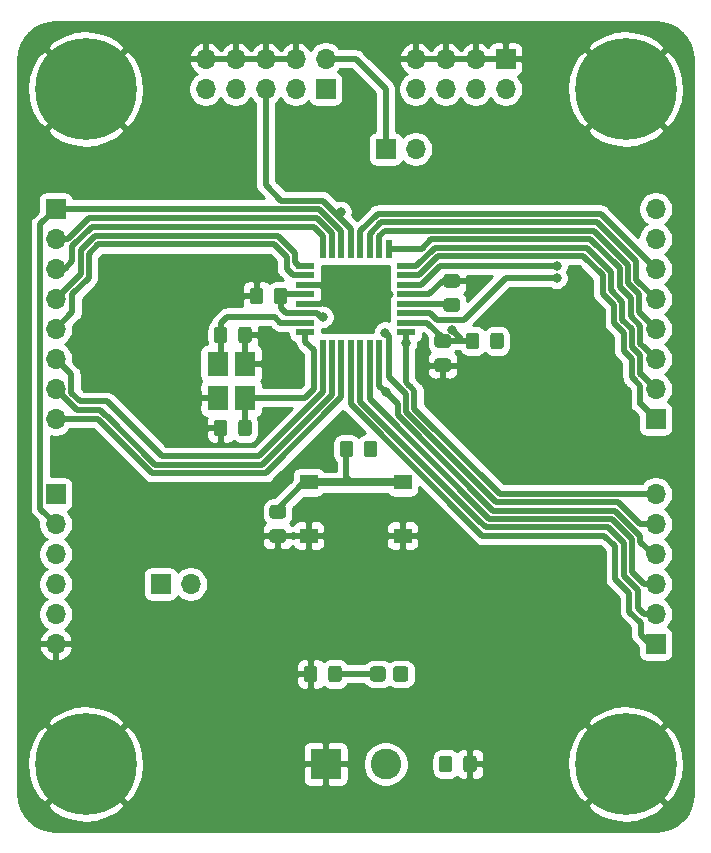
<source format=gbr>
%TF.GenerationSoftware,KiCad,Pcbnew,(5.1.6)-1*%
%TF.CreationDate,2021-04-07T17:49:54+02:00*%
%TF.ProjectId,atmega_isp,61746d65-6761-45f6-9973-702e6b696361,rev?*%
%TF.SameCoordinates,Original*%
%TF.FileFunction,Copper,L1,Top*%
%TF.FilePolarity,Positive*%
%FSLAX46Y46*%
G04 Gerber Fmt 4.6, Leading zero omitted, Abs format (unit mm)*
G04 Created by KiCad (PCBNEW (5.1.6)-1) date 2021-04-07 17:49:54*
%MOMM*%
%LPD*%
G01*
G04 APERTURE LIST*
%TA.AperFunction,ComponentPad*%
%ADD10C,8.600000*%
%TD*%
%TA.AperFunction,ComponentPad*%
%ADD11C,0.900000*%
%TD*%
%TA.AperFunction,ComponentPad*%
%ADD12R,2.600000X2.600000*%
%TD*%
%TA.AperFunction,ComponentPad*%
%ADD13C,2.600000*%
%TD*%
%TA.AperFunction,ComponentPad*%
%ADD14R,1.700000X1.700000*%
%TD*%
%TA.AperFunction,ComponentPad*%
%ADD15O,1.700000X1.700000*%
%TD*%
%TA.AperFunction,SMDPad,CuDef*%
%ADD16R,1.550000X1.300000*%
%TD*%
%TA.AperFunction,SMDPad,CuDef*%
%ADD17R,1.600000X0.550000*%
%TD*%
%TA.AperFunction,SMDPad,CuDef*%
%ADD18R,0.550000X1.600000*%
%TD*%
%TA.AperFunction,SMDPad,CuDef*%
%ADD19R,1.800000X2.100000*%
%TD*%
%TA.AperFunction,ViaPad*%
%ADD20C,0.800000*%
%TD*%
%TA.AperFunction,Conductor*%
%ADD21C,0.508000*%
%TD*%
%TA.AperFunction,Conductor*%
%ADD22C,0.635000*%
%TD*%
%TA.AperFunction,Conductor*%
%ADD23C,0.254000*%
%TD*%
G04 APERTURE END LIST*
D10*
%TO.P,H4,1*%
%TO.N,GND*%
X168910000Y-134620000D03*
D11*
X172135000Y-134620000D03*
X171190419Y-136900419D03*
X168910000Y-137845000D03*
X166629581Y-136900419D03*
X165685000Y-134620000D03*
X166629581Y-132339581D03*
X168910000Y-131395000D03*
X171190419Y-132339581D03*
%TD*%
%TO.P,C1,1*%
%TO.N,+5V*%
%TA.AperFunction,SMDPad,CuDef*%
G36*
G01*
X153095000Y-135070001D02*
X153095000Y-134169999D01*
G75*
G02*
X153344999Y-133920000I249999J0D01*
G01*
X153995001Y-133920000D01*
G75*
G02*
X154245000Y-134169999I0J-249999D01*
G01*
X154245000Y-135070001D01*
G75*
G02*
X153995001Y-135320000I-249999J0D01*
G01*
X153344999Y-135320000D01*
G75*
G02*
X153095000Y-135070001I0J249999D01*
G01*
G37*
%TD.AperFunction*%
%TO.P,C1,2*%
%TO.N,GND*%
%TA.AperFunction,SMDPad,CuDef*%
G36*
G01*
X155145000Y-135070001D02*
X155145000Y-134169999D01*
G75*
G02*
X155394999Y-133920000I249999J0D01*
G01*
X156045001Y-133920000D01*
G75*
G02*
X156295000Y-134169999I0J-249999D01*
G01*
X156295000Y-135070001D01*
G75*
G02*
X156045001Y-135320000I-249999J0D01*
G01*
X155394999Y-135320000D01*
G75*
G02*
X155145000Y-135070001I0J249999D01*
G01*
G37*
%TD.AperFunction*%
%TD*%
%TO.P,C2,2*%
%TO.N,GND*%
%TA.AperFunction,SMDPad,CuDef*%
G36*
G01*
X136095000Y-98748001D02*
X136095000Y-97847999D01*
G75*
G02*
X136344999Y-97598000I249999J0D01*
G01*
X136995001Y-97598000D01*
G75*
G02*
X137245000Y-97847999I0J-249999D01*
G01*
X137245000Y-98748001D01*
G75*
G02*
X136995001Y-98998000I-249999J0D01*
G01*
X136344999Y-98998000D01*
G75*
G02*
X136095000Y-98748001I0J249999D01*
G01*
G37*
%TD.AperFunction*%
%TO.P,C2,1*%
%TO.N,XTAL1*%
%TA.AperFunction,SMDPad,CuDef*%
G36*
G01*
X134045000Y-98748001D02*
X134045000Y-97847999D01*
G75*
G02*
X134294999Y-97598000I249999J0D01*
G01*
X134945001Y-97598000D01*
G75*
G02*
X135195000Y-97847999I0J-249999D01*
G01*
X135195000Y-98748001D01*
G75*
G02*
X134945001Y-98998000I-249999J0D01*
G01*
X134294999Y-98998000D01*
G75*
G02*
X134045000Y-98748001I0J249999D01*
G01*
G37*
%TD.AperFunction*%
%TD*%
%TO.P,C3,1*%
%TO.N,Net-(C3-Pad1)*%
%TA.AperFunction,SMDPad,CuDef*%
G36*
G01*
X154628001Y-96333000D02*
X153727999Y-96333000D01*
G75*
G02*
X153478000Y-96083001I0J249999D01*
G01*
X153478000Y-95432999D01*
G75*
G02*
X153727999Y-95183000I249999J0D01*
G01*
X154628001Y-95183000D01*
G75*
G02*
X154878000Y-95432999I0J-249999D01*
G01*
X154878000Y-96083001D01*
G75*
G02*
X154628001Y-96333000I-249999J0D01*
G01*
G37*
%TD.AperFunction*%
%TO.P,C3,2*%
%TO.N,GND*%
%TA.AperFunction,SMDPad,CuDef*%
G36*
G01*
X154628001Y-94283000D02*
X153727999Y-94283000D01*
G75*
G02*
X153478000Y-94033001I0J249999D01*
G01*
X153478000Y-93382999D01*
G75*
G02*
X153727999Y-93133000I249999J0D01*
G01*
X154628001Y-93133000D01*
G75*
G02*
X154878000Y-93382999I0J-249999D01*
G01*
X154878000Y-94033001D01*
G75*
G02*
X154628001Y-94283000I-249999J0D01*
G01*
G37*
%TD.AperFunction*%
%TD*%
%TO.P,C4,2*%
%TO.N,GND*%
%TA.AperFunction,SMDPad,CuDef*%
G36*
G01*
X138225000Y-94545999D02*
X138225000Y-95446001D01*
G75*
G02*
X137975001Y-95696000I-249999J0D01*
G01*
X137324999Y-95696000D01*
G75*
G02*
X137075000Y-95446001I0J249999D01*
G01*
X137075000Y-94545999D01*
G75*
G02*
X137324999Y-94296000I249999J0D01*
G01*
X137975001Y-94296000D01*
G75*
G02*
X138225000Y-94545999I0J-249999D01*
G01*
G37*
%TD.AperFunction*%
%TO.P,C4,1*%
%TO.N,+5V*%
%TA.AperFunction,SMDPad,CuDef*%
G36*
G01*
X140275000Y-94545999D02*
X140275000Y-95446001D01*
G75*
G02*
X140025001Y-95696000I-249999J0D01*
G01*
X139374999Y-95696000D01*
G75*
G02*
X139125000Y-95446001I0J249999D01*
G01*
X139125000Y-94545999D01*
G75*
G02*
X139374999Y-94296000I249999J0D01*
G01*
X140025001Y-94296000D01*
G75*
G02*
X140275000Y-94545999I0J-249999D01*
G01*
G37*
%TD.AperFunction*%
%TD*%
%TO.P,C5,1*%
%TO.N,XTAL2*%
%TA.AperFunction,SMDPad,CuDef*%
G36*
G01*
X137245000Y-105721999D02*
X137245000Y-106622001D01*
G75*
G02*
X136995001Y-106872000I-249999J0D01*
G01*
X136344999Y-106872000D01*
G75*
G02*
X136095000Y-106622001I0J249999D01*
G01*
X136095000Y-105721999D01*
G75*
G02*
X136344999Y-105472000I249999J0D01*
G01*
X136995001Y-105472000D01*
G75*
G02*
X137245000Y-105721999I0J-249999D01*
G01*
G37*
%TD.AperFunction*%
%TO.P,C5,2*%
%TO.N,GND*%
%TA.AperFunction,SMDPad,CuDef*%
G36*
G01*
X135195000Y-105721999D02*
X135195000Y-106622001D01*
G75*
G02*
X134945001Y-106872000I-249999J0D01*
G01*
X134294999Y-106872000D01*
G75*
G02*
X134045000Y-106622001I0J249999D01*
G01*
X134045000Y-105721999D01*
G75*
G02*
X134294999Y-105472000I249999J0D01*
G01*
X134945001Y-105472000D01*
G75*
G02*
X135195000Y-105721999I0J-249999D01*
G01*
G37*
%TD.AperFunction*%
%TD*%
%TO.P,C6,1*%
%TO.N,GND*%
%TA.AperFunction,SMDPad,CuDef*%
G36*
G01*
X153866001Y-101431000D02*
X152965999Y-101431000D01*
G75*
G02*
X152716000Y-101181001I0J249999D01*
G01*
X152716000Y-100530999D01*
G75*
G02*
X152965999Y-100281000I249999J0D01*
G01*
X153866001Y-100281000D01*
G75*
G02*
X154116000Y-100530999I0J-249999D01*
G01*
X154116000Y-101181001D01*
G75*
G02*
X153866001Y-101431000I-249999J0D01*
G01*
G37*
%TD.AperFunction*%
%TO.P,C6,2*%
%TO.N,+5VA*%
%TA.AperFunction,SMDPad,CuDef*%
G36*
G01*
X153866001Y-99381000D02*
X152965999Y-99381000D01*
G75*
G02*
X152716000Y-99131001I0J249999D01*
G01*
X152716000Y-98480999D01*
G75*
G02*
X152965999Y-98231000I249999J0D01*
G01*
X153866001Y-98231000D01*
G75*
G02*
X154116000Y-98480999I0J-249999D01*
G01*
X154116000Y-99131001D01*
G75*
G02*
X153866001Y-99381000I-249999J0D01*
G01*
G37*
%TD.AperFunction*%
%TD*%
%TO.P,C7,2*%
%TO.N,GND*%
%TA.AperFunction,SMDPad,CuDef*%
G36*
G01*
X138995999Y-114741000D02*
X139896001Y-114741000D01*
G75*
G02*
X140146000Y-114990999I0J-249999D01*
G01*
X140146000Y-115641001D01*
G75*
G02*
X139896001Y-115891000I-249999J0D01*
G01*
X138995999Y-115891000D01*
G75*
G02*
X138746000Y-115641001I0J249999D01*
G01*
X138746000Y-114990999D01*
G75*
G02*
X138995999Y-114741000I249999J0D01*
G01*
G37*
%TD.AperFunction*%
%TO.P,C7,1*%
%TO.N,~RST*%
%TA.AperFunction,SMDPad,CuDef*%
G36*
G01*
X138995999Y-112691000D02*
X139896001Y-112691000D01*
G75*
G02*
X140146000Y-112940999I0J-249999D01*
G01*
X140146000Y-113591001D01*
G75*
G02*
X139896001Y-113841000I-249999J0D01*
G01*
X138995999Y-113841000D01*
G75*
G02*
X138746000Y-113591001I0J249999D01*
G01*
X138746000Y-112940999D01*
G75*
G02*
X138995999Y-112691000I249999J0D01*
G01*
G37*
%TD.AperFunction*%
%TD*%
%TO.P,D1,1*%
%TO.N,Net-(D1-Pad1)*%
%TA.AperFunction,SMDPad,CuDef*%
G36*
G01*
X147272500Y-127400000D02*
X147272500Y-126600000D01*
G75*
G02*
X147522500Y-126350000I250000J0D01*
G01*
X148347500Y-126350000D01*
G75*
G02*
X148597500Y-126600000I0J-250000D01*
G01*
X148597500Y-127400000D01*
G75*
G02*
X148347500Y-127650000I-250000J0D01*
G01*
X147522500Y-127650000D01*
G75*
G02*
X147272500Y-127400000I0J250000D01*
G01*
G37*
%TD.AperFunction*%
%TO.P,D1,2*%
%TO.N,+5V*%
%TA.AperFunction,SMDPad,CuDef*%
G36*
G01*
X149197500Y-127400000D02*
X149197500Y-126600000D01*
G75*
G02*
X149447500Y-126350000I250000J0D01*
G01*
X150272500Y-126350000D01*
G75*
G02*
X150522500Y-126600000I0J-250000D01*
G01*
X150522500Y-127400000D01*
G75*
G02*
X150272500Y-127650000I-250000J0D01*
G01*
X149447500Y-127650000D01*
G75*
G02*
X149197500Y-127400000I0J250000D01*
G01*
G37*
%TD.AperFunction*%
%TD*%
%TO.P,H1,1*%
%TO.N,GND*%
X171190419Y-75189581D03*
X168910000Y-74245000D03*
X166629581Y-75189581D03*
X165685000Y-77470000D03*
X166629581Y-79750419D03*
X168910000Y-80695000D03*
X171190419Y-79750419D03*
X172135000Y-77470000D03*
D10*
X168910000Y-77470000D03*
%TD*%
%TO.P,H2,1*%
%TO.N,GND*%
X123190000Y-134620000D03*
D11*
X126415000Y-134620000D03*
X125470419Y-136900419D03*
X123190000Y-137845000D03*
X120909581Y-136900419D03*
X119965000Y-134620000D03*
X120909581Y-132339581D03*
X123190000Y-131395000D03*
X125470419Y-132339581D03*
%TD*%
%TO.P,H3,1*%
%TO.N,GND*%
X125470419Y-75189581D03*
X123190000Y-74245000D03*
X120909581Y-75189581D03*
X119965000Y-77470000D03*
X120909581Y-79750419D03*
X123190000Y-80695000D03*
X125470419Y-79750419D03*
X126415000Y-77470000D03*
D10*
X123190000Y-77470000D03*
%TD*%
D12*
%TO.P,J1,1*%
%TO.N,GND*%
X143510000Y-134620000D03*
D13*
%TO.P,J1,2*%
%TO.N,+5V*%
X148590000Y-134620000D03*
%TD*%
D14*
%TO.P,J2,1*%
%TO.N,PC0*%
X171450000Y-105410000D03*
D15*
%TO.P,J2,2*%
%TO.N,PC1*%
X171450000Y-102870000D03*
%TO.P,J2,3*%
%TO.N,PC2*%
X171450000Y-100330000D03*
%TO.P,J2,4*%
%TO.N,PC3*%
X171450000Y-97790000D03*
%TO.P,J2,5*%
%TO.N,PC4*%
X171450000Y-95250000D03*
%TO.P,J2,6*%
%TO.N,PC5*%
X171450000Y-92710000D03*
%TO.P,J2,7*%
%TO.N,ADC6*%
X171450000Y-90170000D03*
%TO.P,J2,8*%
%TO.N,ADC7*%
X171450000Y-87630000D03*
%TD*%
D14*
%TO.P,J4,1*%
%TO.N,Net-(J3-Pad2)*%
X148590000Y-82550000D03*
D15*
%TO.P,J4,2*%
%TO.N,+5V*%
X151130000Y-82550000D03*
%TD*%
%TO.P,J5,2*%
%TO.N,+5V*%
X132080000Y-119380000D03*
D14*
%TO.P,J5,1*%
%TO.N,Net-(J5-Pad1)*%
X129540000Y-119380000D03*
%TD*%
D15*
%TO.P,J6,8*%
%TO.N,PD7*%
X120650000Y-105410000D03*
%TO.P,J6,7*%
%TO.N,PD6*%
X120650000Y-102870000D03*
%TO.P,J6,6*%
%TO.N,PD5*%
X120650000Y-100330000D03*
%TO.P,J6,5*%
%TO.N,PD4*%
X120650000Y-97790000D03*
%TO.P,J6,4*%
%TO.N,PD3*%
X120650000Y-95250000D03*
%TO.P,J6,3*%
%TO.N,PD2*%
X120650000Y-92710000D03*
%TO.P,J6,2*%
%TO.N,PD1*%
X120650000Y-90170000D03*
D14*
%TO.P,J6,1*%
%TO.N,PD0*%
X120650000Y-87630000D03*
%TD*%
%TO.P,J7,1*%
%TO.N,Net-(J7-Pad1)*%
X120650000Y-111760000D03*
D15*
%TO.P,J7,2*%
%TO.N,PD0*%
X120650000Y-114300000D03*
%TO.P,J7,3*%
%TO.N,PD1*%
X120650000Y-116840000D03*
%TO.P,J7,4*%
%TO.N,Net-(J5-Pad1)*%
X120650000Y-119380000D03*
%TO.P,J7,5*%
%TO.N,Net-(J7-Pad5)*%
X120650000Y-121920000D03*
%TO.P,J7,6*%
%TO.N,GND*%
X120650000Y-124460000D03*
%TD*%
D14*
%TO.P,J8,1*%
%TO.N,PB0*%
X171450000Y-124460000D03*
D15*
%TO.P,J8,2*%
%TO.N,PB1*%
X171450000Y-121920000D03*
%TO.P,J8,3*%
%TO.N,PB2*%
X171450000Y-119380000D03*
%TO.P,J8,4*%
%TO.N,PB3*%
X171450000Y-116840000D03*
%TO.P,J8,5*%
%TO.N,PB4*%
X171450000Y-114300000D03*
%TO.P,J8,6*%
%TO.N,PB5*%
X171450000Y-111760000D03*
%TD*%
D14*
%TO.P,J9,1*%
%TO.N,GND*%
X158750000Y-74930000D03*
D15*
%TO.P,J9,2*%
%TO.N,+5V*%
X158750000Y-77470000D03*
%TO.P,J9,3*%
%TO.N,GND*%
X156210000Y-74930000D03*
%TO.P,J9,4*%
%TO.N,+5V*%
X156210000Y-77470000D03*
%TO.P,J9,5*%
%TO.N,GND*%
X153670000Y-74930000D03*
%TO.P,J9,6*%
%TO.N,+5V*%
X153670000Y-77470000D03*
%TO.P,J9,7*%
%TO.N,GND*%
X151130000Y-74930000D03*
%TO.P,J9,8*%
%TO.N,+5VA*%
X151130000Y-77470000D03*
%TD*%
%TO.P,L1,1*%
%TO.N,+5V*%
%TA.AperFunction,SMDPad,CuDef*%
G36*
G01*
X158581000Y-98355999D02*
X158581000Y-99256001D01*
G75*
G02*
X158331001Y-99506000I-249999J0D01*
G01*
X157680999Y-99506000D01*
G75*
G02*
X157431000Y-99256001I0J249999D01*
G01*
X157431000Y-98355999D01*
G75*
G02*
X157680999Y-98106000I249999J0D01*
G01*
X158331001Y-98106000D01*
G75*
G02*
X158581000Y-98355999I0J-249999D01*
G01*
G37*
%TD.AperFunction*%
%TO.P,L1,2*%
%TO.N,+5VA*%
%TA.AperFunction,SMDPad,CuDef*%
G36*
G01*
X156531000Y-98355999D02*
X156531000Y-99256001D01*
G75*
G02*
X156281001Y-99506000I-249999J0D01*
G01*
X155630999Y-99506000D01*
G75*
G02*
X155381000Y-99256001I0J249999D01*
G01*
X155381000Y-98355999D01*
G75*
G02*
X155630999Y-98106000I249999J0D01*
G01*
X156281001Y-98106000D01*
G75*
G02*
X156531000Y-98355999I0J-249999D01*
G01*
G37*
%TD.AperFunction*%
%TD*%
%TO.P,R1,1*%
%TO.N,+5V*%
%TA.AperFunction,SMDPad,CuDef*%
G36*
G01*
X147895000Y-107499999D02*
X147895000Y-108400001D01*
G75*
G02*
X147645001Y-108650000I-249999J0D01*
G01*
X146994999Y-108650000D01*
G75*
G02*
X146745000Y-108400001I0J249999D01*
G01*
X146745000Y-107499999D01*
G75*
G02*
X146994999Y-107250000I249999J0D01*
G01*
X147645001Y-107250000D01*
G75*
G02*
X147895000Y-107499999I0J-249999D01*
G01*
G37*
%TD.AperFunction*%
%TO.P,R1,2*%
%TO.N,~RST*%
%TA.AperFunction,SMDPad,CuDef*%
G36*
G01*
X145845000Y-107499999D02*
X145845000Y-108400001D01*
G75*
G02*
X145595001Y-108650000I-249999J0D01*
G01*
X144944999Y-108650000D01*
G75*
G02*
X144695000Y-108400001I0J249999D01*
G01*
X144695000Y-107499999D01*
G75*
G02*
X144944999Y-107250000I249999J0D01*
G01*
X145595001Y-107250000D01*
G75*
G02*
X145845000Y-107499999I0J-249999D01*
G01*
G37*
%TD.AperFunction*%
%TD*%
%TO.P,R2,2*%
%TO.N,GND*%
%TA.AperFunction,SMDPad,CuDef*%
G36*
G01*
X142815000Y-126549999D02*
X142815000Y-127450001D01*
G75*
G02*
X142565001Y-127700000I-249999J0D01*
G01*
X141914999Y-127700000D01*
G75*
G02*
X141665000Y-127450001I0J249999D01*
G01*
X141665000Y-126549999D01*
G75*
G02*
X141914999Y-126300000I249999J0D01*
G01*
X142565001Y-126300000D01*
G75*
G02*
X142815000Y-126549999I0J-249999D01*
G01*
G37*
%TD.AperFunction*%
%TO.P,R2,1*%
%TO.N,Net-(D1-Pad1)*%
%TA.AperFunction,SMDPad,CuDef*%
G36*
G01*
X144865000Y-126549999D02*
X144865000Y-127450001D01*
G75*
G02*
X144615001Y-127700000I-249999J0D01*
G01*
X143964999Y-127700000D01*
G75*
G02*
X143715000Y-127450001I0J249999D01*
G01*
X143715000Y-126549999D01*
G75*
G02*
X143964999Y-126300000I249999J0D01*
G01*
X144615001Y-126300000D01*
G75*
G02*
X144865000Y-126549999I0J-249999D01*
G01*
G37*
%TD.AperFunction*%
%TD*%
D16*
%TO.P,SW1,2*%
%TO.N,GND*%
X142075000Y-115280000D03*
%TO.P,SW1,1*%
%TO.N,~RST*%
X142075000Y-110780000D03*
X150025000Y-110780000D03*
%TO.P,SW1,2*%
%TO.N,GND*%
X150025000Y-115280000D03*
%TD*%
D17*
%TO.P,U1,1*%
%TO.N,PD3*%
X141800000Y-92450000D03*
%TO.P,U1,2*%
%TO.N,PD4*%
X141800000Y-93250000D03*
%TO.P,U1,3*%
%TO.N,GND*%
X141800000Y-94050000D03*
%TO.P,U1,4*%
%TO.N,+5V*%
X141800000Y-94850000D03*
%TO.P,U1,5*%
%TO.N,GND*%
X141800000Y-95650000D03*
%TO.P,U1,6*%
%TO.N,+5V*%
X141800000Y-96450000D03*
%TO.P,U1,7*%
%TO.N,XTAL1*%
X141800000Y-97250000D03*
%TO.P,U1,8*%
%TO.N,XTAL2*%
X141800000Y-98050000D03*
D18*
%TO.P,U1,9*%
%TO.N,PD5*%
X143250000Y-99500000D03*
%TO.P,U1,10*%
%TO.N,PD6*%
X144050000Y-99500000D03*
%TO.P,U1,11*%
%TO.N,PD7*%
X144850000Y-99500000D03*
%TO.P,U1,12*%
%TO.N,PB0*%
X145650000Y-99500000D03*
%TO.P,U1,13*%
%TO.N,PB1*%
X146450000Y-99500000D03*
%TO.P,U1,14*%
%TO.N,PB2*%
X147250000Y-99500000D03*
%TO.P,U1,15*%
%TO.N,PB3*%
X148050000Y-99500000D03*
%TO.P,U1,16*%
%TO.N,PB4*%
X148850000Y-99500000D03*
D17*
%TO.P,U1,17*%
%TO.N,PB5*%
X150300000Y-98050000D03*
%TO.P,U1,18*%
%TO.N,+5VA*%
X150300000Y-97250000D03*
%TO.P,U1,19*%
%TO.N,ADC6*%
X150300000Y-96450000D03*
%TO.P,U1,20*%
%TO.N,Net-(C3-Pad1)*%
X150300000Y-95650000D03*
%TO.P,U1,21*%
%TO.N,GND*%
X150300000Y-94850000D03*
%TO.P,U1,22*%
%TO.N,ADC7*%
X150300000Y-94050000D03*
%TO.P,U1,23*%
%TO.N,PC0*%
X150300000Y-93250000D03*
%TO.P,U1,24*%
%TO.N,PC1*%
X150300000Y-92450000D03*
D18*
%TO.P,U1,25*%
%TO.N,PC2*%
X148850000Y-91000000D03*
%TO.P,U1,26*%
%TO.N,PC3*%
X148050000Y-91000000D03*
%TO.P,U1,27*%
%TO.N,PC4*%
X147250000Y-91000000D03*
%TO.P,U1,28*%
%TO.N,PC5*%
X146450000Y-91000000D03*
%TO.P,U1,29*%
%TO.N,~RST*%
X145650000Y-91000000D03*
%TO.P,U1,30*%
%TO.N,PD0*%
X144850000Y-91000000D03*
%TO.P,U1,31*%
%TO.N,PD1*%
X144050000Y-91000000D03*
%TO.P,U1,32*%
%TO.N,PD2*%
X143250000Y-91000000D03*
%TD*%
D19*
%TO.P,Y1,1*%
%TO.N,XTAL1*%
X134366000Y-100732000D03*
%TO.P,Y1,2*%
%TO.N,GND*%
X134366000Y-103632000D03*
%TO.P,Y1,3*%
%TO.N,XTAL2*%
X136666000Y-103632000D03*
%TO.P,Y1,4*%
%TO.N,GND*%
X136666000Y-100732000D03*
%TD*%
D14*
%TO.P,J3,1*%
%TO.N,PB3*%
X143510000Y-77470000D03*
D15*
%TO.P,J3,2*%
%TO.N,Net-(J3-Pad2)*%
X143510000Y-74930000D03*
%TO.P,J3,3*%
%TO.N,Net-(J3-Pad3)*%
X140970000Y-77470000D03*
%TO.P,J3,4*%
%TO.N,GND*%
X140970000Y-74930000D03*
%TO.P,J3,5*%
%TO.N,~RST*%
X138430000Y-77470000D03*
%TO.P,J3,6*%
%TO.N,GND*%
X138430000Y-74930000D03*
%TO.P,J3,7*%
%TO.N,PB5*%
X135890000Y-77470000D03*
%TO.P,J3,8*%
%TO.N,GND*%
X135890000Y-74930000D03*
%TO.P,J3,9*%
%TO.N,PB4*%
X133350000Y-77470000D03*
%TO.P,J3,10*%
%TO.N,GND*%
X133350000Y-74930000D03*
%TD*%
D20*
%TO.N,+5V*%
X157988000Y-98806000D03*
X149860000Y-127000000D03*
X153670000Y-134620000D03*
X147320000Y-107950000D03*
X143256000Y-96774000D03*
%TO.N,GND*%
X170180000Y-129540000D03*
X167640000Y-129540000D03*
X134366000Y-103632000D03*
X136652000Y-100584000D03*
X143510000Y-93980000D03*
X143510000Y-93980000D03*
X154178000Y-93708000D03*
X129540000Y-73660000D03*
X129540000Y-76200000D03*
X129540000Y-78740000D03*
X129540000Y-81280000D03*
X129540000Y-83820000D03*
X129540000Y-86360000D03*
X127000000Y-86360000D03*
X124460000Y-86360000D03*
X124460000Y-83820000D03*
X127000000Y-83820000D03*
X127000000Y-81280000D03*
X132080000Y-81280000D03*
X132080000Y-83820000D03*
X132080000Y-86360000D03*
X134620000Y-86360000D03*
X139700000Y-81280000D03*
X142240000Y-81280000D03*
X144780000Y-81280000D03*
X147320000Y-73660000D03*
X162560000Y-73660000D03*
X162560000Y-76200000D03*
X162560000Y-78740000D03*
X162560000Y-81280000D03*
X162560000Y-83820000D03*
X162560000Y-86360000D03*
X165100000Y-86360000D03*
X165100000Y-83820000D03*
X165100000Y-81280000D03*
X167640000Y-83820000D03*
X167640000Y-86360000D03*
X170180000Y-83820000D03*
X172720000Y-83820000D03*
X172720000Y-81280000D03*
X152400000Y-86360000D03*
X162560000Y-96520000D03*
X165100000Y-96520000D03*
X165100000Y-99060000D03*
X162560000Y-99060000D03*
X162560000Y-101600000D03*
X165100000Y-101600000D03*
X167640000Y-101600000D03*
X167640000Y-104140000D03*
X167640000Y-106680000D03*
X167640000Y-109220000D03*
X165100000Y-109220000D03*
X162560000Y-109220000D03*
X162560000Y-106680000D03*
X165100000Y-106680000D03*
X165100000Y-104140000D03*
X162560000Y-104140000D03*
X162560000Y-116840000D03*
X162560000Y-119380000D03*
X162560000Y-121920000D03*
X165100000Y-121920000D03*
X165100000Y-119380000D03*
X165100000Y-116840000D03*
X167640000Y-121920000D03*
X167640000Y-124460000D03*
X165100000Y-124460000D03*
X162560000Y-124460000D03*
X160020000Y-124460000D03*
X157480000Y-124460000D03*
X154940000Y-124460000D03*
X152400000Y-124460000D03*
X152400000Y-127000000D03*
X154940000Y-127000000D03*
X154940000Y-129540000D03*
X157480000Y-129540000D03*
X157480000Y-127000000D03*
X152400000Y-129540000D03*
X152400000Y-132080000D03*
X154940000Y-132080000D03*
X157480000Y-132080000D03*
X160020000Y-132080000D03*
X162560000Y-132080000D03*
X162560000Y-129540000D03*
X160020000Y-129540000D03*
X160020000Y-127000000D03*
X162560000Y-127000000D03*
X165100000Y-127000000D03*
X167640000Y-127000000D03*
X170180000Y-127000000D03*
X172720000Y-127000000D03*
X172720000Y-129540000D03*
X162560000Y-134620000D03*
X162560000Y-137160000D03*
X160020000Y-137160000D03*
X160020000Y-134620000D03*
X157480000Y-134620000D03*
X157480000Y-137160000D03*
X154940000Y-137160000D03*
X152400000Y-137160000D03*
X144780000Y-137160000D03*
X142240000Y-137160000D03*
X139700000Y-137160000D03*
X137160000Y-137160000D03*
X134620000Y-137160000D03*
X129540000Y-137160000D03*
X132080000Y-137160000D03*
X129540000Y-134620000D03*
X132080000Y-134620000D03*
X134620000Y-134620000D03*
X137160000Y-134620000D03*
X139700000Y-134620000D03*
X139700000Y-132080000D03*
X142240000Y-132080000D03*
X144780000Y-132080000D03*
X144780000Y-129540000D03*
X142240000Y-129540000D03*
X139700000Y-129540000D03*
X137160000Y-132080000D03*
X137160000Y-129540000D03*
X134620000Y-129540000D03*
X134620000Y-132080000D03*
X132080000Y-132080000D03*
X132080000Y-129540000D03*
X129540000Y-129540000D03*
X129540000Y-132080000D03*
X127000000Y-129540000D03*
X127000000Y-127000000D03*
X124460000Y-127000000D03*
X129540000Y-127000000D03*
X132080000Y-127000000D03*
X134620000Y-127000000D03*
X137160000Y-127000000D03*
X139700000Y-127000000D03*
X139700000Y-124460000D03*
X142240000Y-124460000D03*
X144780000Y-124460000D03*
X134620000Y-124460000D03*
X137160000Y-124460000D03*
X132080000Y-124460000D03*
X129540000Y-124460000D03*
X127000000Y-124460000D03*
X124460000Y-124460000D03*
X129540000Y-121920000D03*
X127000000Y-121920000D03*
X124460000Y-121920000D03*
X124460000Y-116840000D03*
X127000000Y-116840000D03*
X129540000Y-116840000D03*
X129540000Y-114300000D03*
X127000000Y-114300000D03*
X124460000Y-114300000D03*
X124460000Y-111760000D03*
X127000000Y-111760000D03*
X129540000Y-111760000D03*
X132080000Y-111760000D03*
X134620000Y-111760000D03*
X134620000Y-114300000D03*
X132080000Y-114300000D03*
X144780000Y-114300000D03*
X152400000Y-114300000D03*
X152400000Y-104140000D03*
X124460000Y-109220000D03*
X124460000Y-101600000D03*
X124460000Y-99060000D03*
X124460000Y-96520000D03*
X124460000Y-93980000D03*
X127000000Y-93980000D03*
X127000000Y-96520000D03*
X127000000Y-99060000D03*
X127000000Y-101600000D03*
X127000000Y-104140000D03*
X129540000Y-104140000D03*
X129540000Y-106680000D03*
X132080000Y-106680000D03*
X129540000Y-101600000D03*
X129540000Y-99060000D03*
X129540000Y-96520000D03*
X129540000Y-93980000D03*
X132080000Y-93980000D03*
X132080000Y-96520000D03*
X132080000Y-99060000D03*
X132080000Y-101600000D03*
X132080000Y-104140000D03*
X134620000Y-93980000D03*
X139700000Y-101600000D03*
X139700000Y-99060000D03*
X147320000Y-93980000D03*
X147320000Y-96520000D03*
X121920000Y-83820000D03*
X119380000Y-83820000D03*
X119380000Y-81280000D03*
X127000000Y-73660000D03*
X121920000Y-127000000D03*
X119380000Y-127000000D03*
X119380000Y-129540000D03*
X124460000Y-129540000D03*
X121920000Y-129540000D03*
X165100000Y-129540000D03*
%TO.N,+5VA*%
X154178292Y-97882000D03*
%TO.N,~RST*%
X144780000Y-87884000D03*
X142075000Y-110780000D03*
%TO.N,ADC6*%
X163068000Y-93472000D03*
%TO.N,ADC7*%
X163068000Y-92456000D03*
%TO.N,PB3*%
X148590000Y-103124000D03*
%TO.N,PB5*%
X150300000Y-98992000D03*
%TO.N,PB4*%
X148538101Y-98095899D03*
%TD*%
D21*
%TO.N,+5V*%
X139790000Y-94850000D02*
X139700000Y-94760000D01*
X141800000Y-94850000D02*
X139790000Y-94850000D01*
X141800000Y-96450000D02*
X140138000Y-96450000D01*
X139700000Y-96012000D02*
X139700000Y-94760000D01*
X140138000Y-96450000D02*
X139700000Y-96012000D01*
X141800000Y-96450000D02*
X142818000Y-96450000D01*
X143142000Y-96774000D02*
X142818000Y-96450000D01*
X143256000Y-96774000D02*
X143142000Y-96774000D01*
%TO.N,GND*%
X141800000Y-94050000D02*
X143440000Y-94050000D01*
X143440000Y-94050000D02*
X143510000Y-93980000D01*
X143108000Y-95650000D02*
X143510000Y-95248000D01*
X143510000Y-95248000D02*
X143510000Y-93980000D01*
X141800000Y-95650000D02*
X143108000Y-95650000D01*
X150300000Y-94850000D02*
X152292000Y-94850000D01*
X153434000Y-93708000D02*
X154178000Y-93708000D01*
X152292000Y-94850000D02*
X153434000Y-93708000D01*
%TO.N,XTAL1*%
X134620000Y-100478000D02*
X134366000Y-100732000D01*
X134620000Y-98298000D02*
X134620000Y-100478000D01*
X141800000Y-97250000D02*
X139668000Y-97250000D01*
X139668000Y-97250000D02*
X139192000Y-96774000D01*
X139192000Y-96774000D02*
X135128000Y-96774000D01*
X134620000Y-97282000D02*
X134620000Y-98298000D01*
X135128000Y-96774000D02*
X134620000Y-97282000D01*
%TO.N,Net-(C3-Pad1)*%
X153016000Y-95650000D02*
X154070000Y-95650000D01*
X154070000Y-95650000D02*
X154178000Y-95758000D01*
X150300000Y-95650000D02*
X153016000Y-95650000D01*
%TO.N,XTAL2*%
X136670000Y-103636000D02*
X136666000Y-103632000D01*
X136670000Y-106172000D02*
X136670000Y-103636000D01*
X141800000Y-98050000D02*
X141800000Y-98874000D01*
X141800000Y-98874000D02*
X142494000Y-99568000D01*
X142494000Y-99568000D02*
X142494000Y-102870000D01*
X141732000Y-103632000D02*
X136666000Y-103632000D01*
X142494000Y-102870000D02*
X141732000Y-103632000D01*
%TO.N,+5VA*%
X150300000Y-97250000D02*
X152114000Y-97250000D01*
X153416000Y-98552000D02*
X153416000Y-98806000D01*
X152114000Y-97250000D02*
X153416000Y-98552000D01*
X154940000Y-98806000D02*
X154940000Y-98643708D01*
X154940000Y-98806000D02*
X155956000Y-98806000D01*
X154940000Y-98643708D02*
X154178292Y-97882000D01*
X153416000Y-98806000D02*
X154940000Y-98806000D01*
D22*
%TO.N,~RST*%
X145070000Y-110780000D02*
X142075000Y-110780000D01*
D21*
X138430000Y-77470000D02*
X138430000Y-84582000D01*
X139753990Y-86921990D02*
X138430000Y-85598000D01*
X138430000Y-85598000D02*
X138430000Y-84582000D01*
X143282542Y-86921990D02*
X139753990Y-86921990D01*
X145650000Y-91000000D02*
X145650000Y-89289448D01*
X145270000Y-107950000D02*
X145270000Y-110290000D01*
D22*
X150025000Y-110780000D02*
X145760000Y-110780000D01*
D21*
X145270000Y-110290000D02*
X145760000Y-110780000D01*
D22*
X145760000Y-110780000D02*
X145070000Y-110780000D01*
D21*
X144512276Y-88151724D02*
X144780000Y-87884000D01*
X144512276Y-88151724D02*
X143282542Y-86921990D01*
X145650000Y-89289448D02*
X144512276Y-88151724D01*
X139446000Y-113266000D02*
X139446000Y-113030000D01*
X141696000Y-110780000D02*
X142075000Y-110780000D01*
X139446000Y-113030000D02*
X141696000Y-110780000D01*
%TO.N,Net-(D1-Pad1)*%
X144290000Y-127000000D02*
X147935000Y-127000000D01*
%TO.N,PC0*%
X170180000Y-104140000D02*
X171450000Y-105410000D01*
X153040202Y-91601999D02*
X165335619Y-91601999D01*
X166974322Y-93240702D02*
X166974322Y-94808876D01*
X167928970Y-95763523D02*
X167928971Y-97287525D01*
X165335619Y-91601999D02*
X166974322Y-93240702D01*
X167928971Y-97287525D02*
X168729979Y-98088533D01*
X151392202Y-93250000D02*
X153040202Y-91601999D01*
X150300000Y-93250000D02*
X151392202Y-93250000D01*
X166974322Y-94808876D02*
X167928970Y-95763523D01*
X168729979Y-98088533D02*
X168729979Y-99612533D01*
X168729979Y-99612533D02*
X169437989Y-100320542D01*
X169437989Y-100320542D02*
X169437989Y-101859266D01*
X169679361Y-102100639D02*
X169679361Y-102115361D01*
X169679361Y-102115361D02*
X170145999Y-102581999D01*
X169437989Y-101859266D02*
X169679361Y-102100639D01*
X170145999Y-104105999D02*
X170180000Y-104140000D01*
X170145999Y-102581999D02*
X170145999Y-104105999D01*
%TO.N,PC1*%
X151190925Y-92450000D02*
X150300000Y-92450000D01*
X167682332Y-92947436D02*
X165628885Y-90893989D01*
X165628885Y-90893989D02*
X152746935Y-90893989D01*
X152746935Y-90893989D02*
X151190925Y-92450000D01*
X167682332Y-94276332D02*
X167682332Y-94234000D01*
X167682332Y-93768332D02*
X167682332Y-92947436D01*
X167682332Y-94276332D02*
X167682332Y-93768332D01*
X170145999Y-101565999D02*
X170307000Y-101727000D01*
X170145999Y-100027276D02*
X170145999Y-101565999D01*
X169437989Y-97795265D02*
X169437989Y-99319266D01*
X168636980Y-96994257D02*
X169437989Y-97795265D01*
X169437989Y-99319266D02*
X170145999Y-100027276D01*
X171450000Y-102870000D02*
X170307000Y-101727000D01*
X167682332Y-93768332D02*
X167682332Y-94515609D01*
X167682332Y-94515609D02*
X168636980Y-95470257D01*
X168636980Y-95470257D02*
X168636980Y-96994257D01*
%TO.N,PC2*%
X170434000Y-99314000D02*
X171450000Y-100330000D01*
X170145999Y-99025999D02*
X170434000Y-99314000D01*
X169344990Y-96700990D02*
X170145999Y-97501999D01*
X169344990Y-95176990D02*
X169344990Y-96700990D01*
X168390342Y-94222342D02*
X169344990Y-95176990D01*
X148850000Y-91000000D02*
X151639648Y-91000000D01*
X151639648Y-91000000D02*
X152469648Y-90170000D01*
X152469648Y-90170000D02*
X165906172Y-90170000D01*
X170145999Y-97501999D02*
X170145999Y-99025999D01*
X165906172Y-90170000D02*
X168390342Y-92654170D01*
X168390342Y-92654170D02*
X168390342Y-94222342D01*
%TO.N,PC3*%
X169098352Y-93899629D02*
X170053000Y-94854277D01*
X170053000Y-94854277D02*
X170053000Y-96393000D01*
X148050000Y-91000000D02*
X148050000Y-89907798D01*
X170053000Y-96393000D02*
X171450000Y-97790000D01*
X148050000Y-89907798D02*
X148495808Y-89461990D01*
X148495808Y-89461990D02*
X166199438Y-89461990D01*
X166199438Y-89461990D02*
X169098352Y-92360904D01*
X169098352Y-92360904D02*
X169098352Y-93899629D01*
%TO.N,PC4*%
X147250000Y-89706522D02*
X147250000Y-91000000D01*
X171450000Y-95250000D02*
X169806362Y-93606362D01*
X166492704Y-88753980D02*
X148202541Y-88753980D01*
X169806362Y-93606362D02*
X169806362Y-92067638D01*
X169806362Y-92067638D02*
X166492704Y-88753980D01*
X148202541Y-88753980D02*
X147250000Y-89706522D01*
%TO.N,PC5*%
X146450000Y-89505245D02*
X146450000Y-91000000D01*
X147909275Y-88045970D02*
X146450000Y-89505245D01*
X166785970Y-88045970D02*
X147909275Y-88045970D01*
X171450000Y-92710000D02*
X166785970Y-88045970D01*
%TO.N,ADC6*%
X158750000Y-93472000D02*
X163068000Y-93472000D01*
X155194000Y-97028000D02*
X158750000Y-93472000D01*
X152908000Y-97028000D02*
X155194000Y-97028000D01*
X150300000Y-96450000D02*
X152330000Y-96450000D01*
X152330000Y-96450000D02*
X152908000Y-97028000D01*
%TO.N,ADC7*%
X151593478Y-94050000D02*
X152908000Y-92735478D01*
X150300000Y-94050000D02*
X151593478Y-94050000D01*
X152908000Y-92735478D02*
X153187478Y-92456000D01*
X153187478Y-92456000D02*
X163068000Y-92456000D01*
%TO.N,PB3*%
X148050000Y-99500000D02*
X148050000Y-101030552D01*
X148050000Y-102584000D02*
X148050000Y-101030552D01*
X148590000Y-103124000D02*
X148050000Y-102584000D01*
X171196000Y-116840000D02*
X171450000Y-116840000D01*
X170145999Y-115789999D02*
X171196000Y-116840000D01*
X170145999Y-115311447D02*
X170145999Y-115789999D01*
X165969981Y-113176019D02*
X168010573Y-113176021D01*
X157667048Y-113176019D02*
X165969981Y-113176019D01*
X149606000Y-104140000D02*
X149606000Y-105114970D01*
X168010573Y-113176021D02*
X170145999Y-115311447D01*
X149606000Y-105114970D02*
X157667048Y-113176019D01*
X148590000Y-103124000D02*
X149606000Y-104140000D01*
%TO.N,Net-(J3-Pad2)*%
X143510000Y-74930000D02*
X146050000Y-74930000D01*
X148590000Y-77470000D02*
X148590000Y-82550000D01*
X146050000Y-74930000D02*
X148590000Y-77470000D01*
%TO.N,PB5*%
X150300000Y-98050000D02*
X150300000Y-98992000D01*
X150300000Y-101278000D02*
X150300000Y-98992000D01*
X150300000Y-102308724D02*
X150300000Y-101278000D01*
X150607276Y-102616000D02*
X150300000Y-102308724D01*
X158253582Y-111760000D02*
X151022020Y-104528438D01*
X171450000Y-111760000D02*
X158253582Y-111760000D01*
X151022020Y-103016020D02*
X150622000Y-102616000D01*
X151022020Y-104528438D02*
X151022020Y-103016020D01*
X150622000Y-102616000D02*
X150607276Y-102616000D01*
%TO.N,PD7*%
X124206000Y-105410000D02*
X120650000Y-105410000D01*
X128778000Y-109982000D02*
X124206000Y-105410000D01*
X138430000Y-109982000D02*
X128778000Y-109982000D01*
X144850000Y-103562000D02*
X138430000Y-109982000D01*
X144850000Y-99500000D02*
X144850000Y-103562000D01*
%TO.N,PD6*%
X138136734Y-109273990D02*
X144050000Y-103360724D01*
X129085990Y-109273990D02*
X138136734Y-109273990D01*
X144050000Y-103360724D02*
X144050000Y-99500000D01*
X124953276Y-105156000D02*
X124445276Y-104648000D01*
X124968000Y-105156000D02*
X124953276Y-105156000D01*
X124968000Y-105156000D02*
X129085990Y-109273990D01*
X124445276Y-104648000D02*
X122428000Y-104648000D01*
X122428000Y-104648000D02*
X120650000Y-102870000D01*
%TO.N,PD5*%
X121954001Y-101634001D02*
X120650000Y-100330000D01*
X121954001Y-103172725D02*
X121954001Y-101634001D01*
X122701633Y-103920357D02*
X121954001Y-103172725D01*
X143250000Y-103159448D02*
X137843468Y-108565980D01*
X143250000Y-99500000D02*
X143250000Y-103159448D01*
X137843468Y-108565980D02*
X129647980Y-108565980D01*
X129647980Y-108565980D02*
X125002357Y-103920357D01*
X125002357Y-103920357D02*
X122701633Y-103920357D01*
%TO.N,PD4*%
X140938000Y-93250000D02*
X141800000Y-93250000D01*
X139138010Y-90624010D02*
X140208000Y-91694000D01*
X140707798Y-93250000D02*
X140938000Y-93250000D01*
X124259990Y-90624010D02*
X139138010Y-90624010D01*
X140208000Y-91694000D02*
X140208000Y-92750202D01*
X123463020Y-91420980D02*
X124259990Y-90624010D01*
X123463020Y-93438257D02*
X123463020Y-91420980D01*
X122047000Y-94854277D02*
X123463020Y-93438257D01*
X122047000Y-96393000D02*
X122047000Y-94854277D01*
X140208000Y-92750202D02*
X140707798Y-93250000D01*
X120650000Y-97790000D02*
X122047000Y-96393000D01*
%TO.N,PD3*%
X122428000Y-93472000D02*
X120650000Y-95250000D01*
X122755010Y-93144990D02*
X122428000Y-93472000D01*
X122755010Y-91127713D02*
X122755010Y-93144990D01*
X123966723Y-89916000D02*
X122755010Y-91127713D01*
X140916010Y-91386010D02*
X139446000Y-89916000D01*
X140916010Y-92148010D02*
X140916010Y-91386010D01*
X141218000Y-92450000D02*
X140916010Y-92148010D01*
X141800000Y-92450000D02*
X141218000Y-92450000D01*
X139446000Y-89916000D02*
X123966723Y-89916000D01*
%TO.N,PD2*%
X122076446Y-90805000D02*
X122047000Y-90805000D01*
X122047000Y-90834446D02*
X122047000Y-92075000D01*
X122076446Y-90805000D02*
X122047000Y-90834446D01*
X121412000Y-92710000D02*
X120650000Y-92710000D01*
X122047000Y-92075000D02*
X121412000Y-92710000D01*
X123727446Y-89154000D02*
X122076446Y-90805000D01*
X142494000Y-89154000D02*
X123727446Y-89154000D01*
X143250000Y-89910000D02*
X142494000Y-89154000D01*
X143250000Y-91000000D02*
X143250000Y-89910000D01*
%TO.N,PD1*%
X121710170Y-90170000D02*
X120650000Y-90170000D01*
X123488170Y-88392000D02*
X121710170Y-90170000D01*
X142750000Y-88392000D02*
X123488170Y-88392000D01*
X144050000Y-89692000D02*
X142750000Y-88392000D01*
X144050000Y-91000000D02*
X144050000Y-89692000D01*
%TO.N,PD0*%
X119345999Y-88934001D02*
X120650000Y-87630000D01*
X119345999Y-112995999D02*
X119345999Y-88934001D01*
X120650000Y-114300000D02*
X119345999Y-112995999D01*
X142989276Y-87630000D02*
X120650000Y-87630000D01*
X144850000Y-91000000D02*
X144850000Y-89490724D01*
X144850000Y-89490724D02*
X142989276Y-87630000D01*
%TO.N,PB0*%
X169217990Y-120181266D02*
X169217990Y-121719990D01*
X168021970Y-118985246D02*
X169217990Y-120181266D01*
X145650000Y-104162798D02*
X156787251Y-115300049D01*
X145650000Y-99500000D02*
X145650000Y-104162798D01*
X156787251Y-115300049D02*
X167116049Y-115300049D01*
X167116049Y-115300049D02*
X168021969Y-116205969D01*
X169217990Y-121719990D02*
X170180000Y-122682000D01*
X168021969Y-116205969D02*
X168021970Y-118985246D01*
X170942000Y-124460000D02*
X170180000Y-123698000D01*
X171450000Y-124460000D02*
X170942000Y-124460000D01*
X170180000Y-122682000D02*
X170180000Y-123698000D01*
%TO.N,PB1*%
X170434000Y-121920000D02*
X171450000Y-121920000D01*
X169926000Y-121412000D02*
X170434000Y-121920000D01*
X169926000Y-119888000D02*
X169926000Y-121412000D01*
X168729979Y-118691979D02*
X169926000Y-119888000D01*
X168729979Y-115897979D02*
X168729979Y-118691979D01*
X146450000Y-99500000D02*
X146450000Y-103961522D01*
X156499239Y-114010764D02*
X157080514Y-114592039D01*
X167424039Y-114592039D02*
X168729979Y-115897979D01*
X146450000Y-103961522D02*
X156499239Y-114010761D01*
X156499239Y-114010761D02*
X156499239Y-114010764D01*
X157080514Y-114592039D02*
X167424039Y-114592039D01*
%TO.N,PB2*%
X169437989Y-118383989D02*
X170434000Y-119380000D01*
X170434000Y-119380000D02*
X171450000Y-119380000D01*
X169437989Y-115604713D02*
X169437989Y-118383989D01*
X167717306Y-113884030D02*
X169437989Y-115604713D01*
X157373781Y-113884029D02*
X167717306Y-113884030D01*
X147250000Y-103760246D02*
X157373781Y-113884029D01*
X147250000Y-99500000D02*
X147250000Y-103760246D01*
%TO.N,PB4*%
X148850000Y-98407798D02*
X148850000Y-99500000D01*
X170135828Y-114300000D02*
X171450000Y-114300000D01*
X167332011Y-112468011D02*
X168303840Y-112468012D01*
X167332009Y-112468009D02*
X167332011Y-112468011D01*
X148850000Y-101860000D02*
X150314010Y-103324010D01*
X168303840Y-112468012D02*
X170135828Y-114300000D01*
X150314010Y-103324010D02*
X150314010Y-104821704D01*
X150314010Y-104821704D02*
X157960315Y-112468009D01*
X148850000Y-99500000D02*
X148850000Y-101860000D01*
X157960315Y-112468009D02*
X167332009Y-112468009D01*
X148538101Y-98095899D02*
X148850000Y-98407798D01*
%TD*%
D23*
%TO.N,GND*%
G36*
X172061222Y-71843096D02*
G01*
X172649164Y-72020606D01*
X173191436Y-72308937D01*
X173667364Y-72697094D01*
X174058845Y-73170314D01*
X174350951Y-73710552D01*
X174532563Y-74297244D01*
X174600001Y-74938888D01*
X174600000Y-137127721D01*
X174536904Y-137771221D01*
X174359394Y-138359164D01*
X174071063Y-138901436D01*
X173682906Y-139377364D01*
X173209686Y-139768845D01*
X172669449Y-140060950D01*
X172082756Y-140242563D01*
X171441130Y-140310000D01*
X120682279Y-140310000D01*
X120038779Y-140246904D01*
X119450836Y-140069394D01*
X118908564Y-139781063D01*
X118432636Y-139392906D01*
X118041155Y-138919686D01*
X117749050Y-138379449D01*
X117663418Y-138102818D01*
X119886787Y-138102818D01*
X120378946Y-138705149D01*
X121229933Y-139175063D01*
X122156243Y-139469929D01*
X123122281Y-139578414D01*
X124090921Y-139496351D01*
X125024938Y-139226893D01*
X125888440Y-138780394D01*
X126001054Y-138705149D01*
X126493213Y-138102818D01*
X165606787Y-138102818D01*
X166098946Y-138705149D01*
X166949933Y-139175063D01*
X167876243Y-139469929D01*
X168842281Y-139578414D01*
X169810921Y-139496351D01*
X170744938Y-139226893D01*
X171608440Y-138780394D01*
X171721054Y-138705149D01*
X172213213Y-138102818D01*
X168910000Y-134799605D01*
X165606787Y-138102818D01*
X126493213Y-138102818D01*
X123190000Y-134799605D01*
X119886787Y-138102818D01*
X117663418Y-138102818D01*
X117567437Y-137792756D01*
X117500000Y-137151130D01*
X117500000Y-134552281D01*
X118231586Y-134552281D01*
X118313649Y-135520921D01*
X118583107Y-136454938D01*
X119029606Y-137318440D01*
X119104851Y-137431054D01*
X119707182Y-137923213D01*
X123010395Y-134620000D01*
X123369605Y-134620000D01*
X126672818Y-137923213D01*
X127275149Y-137431054D01*
X127745063Y-136580067D01*
X127955177Y-135920000D01*
X141571928Y-135920000D01*
X141584188Y-136044482D01*
X141620498Y-136164180D01*
X141679463Y-136274494D01*
X141758815Y-136371185D01*
X141855506Y-136450537D01*
X141965820Y-136509502D01*
X142085518Y-136545812D01*
X142210000Y-136558072D01*
X143224250Y-136555000D01*
X143383000Y-136396250D01*
X143383000Y-134747000D01*
X143637000Y-134747000D01*
X143637000Y-136396250D01*
X143795750Y-136555000D01*
X144810000Y-136558072D01*
X144934482Y-136545812D01*
X145054180Y-136509502D01*
X145164494Y-136450537D01*
X145261185Y-136371185D01*
X145340537Y-136274494D01*
X145399502Y-136164180D01*
X145435812Y-136044482D01*
X145448072Y-135920000D01*
X145445000Y-134905750D01*
X145286250Y-134747000D01*
X143637000Y-134747000D01*
X143383000Y-134747000D01*
X141733750Y-134747000D01*
X141575000Y-134905750D01*
X141571928Y-135920000D01*
X127955177Y-135920000D01*
X128039929Y-135653757D01*
X128148414Y-134687719D01*
X128066351Y-133719079D01*
X127951220Y-133320000D01*
X141571928Y-133320000D01*
X141575000Y-134334250D01*
X141733750Y-134493000D01*
X143383000Y-134493000D01*
X143383000Y-132843750D01*
X143637000Y-132843750D01*
X143637000Y-134493000D01*
X145286250Y-134493000D01*
X145349831Y-134429419D01*
X146655000Y-134429419D01*
X146655000Y-134810581D01*
X146729361Y-135184419D01*
X146875225Y-135536566D01*
X147086987Y-135853491D01*
X147356509Y-136123013D01*
X147673434Y-136334775D01*
X148025581Y-136480639D01*
X148399419Y-136555000D01*
X148780581Y-136555000D01*
X149154419Y-136480639D01*
X149506566Y-136334775D01*
X149823491Y-136123013D01*
X150093013Y-135853491D01*
X150304775Y-135536566D01*
X150450639Y-135184419D01*
X150525000Y-134810581D01*
X150525000Y-134429419D01*
X150473399Y-134169999D01*
X152456928Y-134169999D01*
X152456928Y-135070001D01*
X152473992Y-135243255D01*
X152524528Y-135409851D01*
X152606595Y-135563387D01*
X152717038Y-135697962D01*
X152851613Y-135808405D01*
X153005149Y-135890472D01*
X153171745Y-135941008D01*
X153344999Y-135958072D01*
X153995001Y-135958072D01*
X154168255Y-135941008D01*
X154334851Y-135890472D01*
X154488387Y-135808405D01*
X154622962Y-135697962D01*
X154628342Y-135691406D01*
X154693815Y-135771185D01*
X154790506Y-135850537D01*
X154900820Y-135909502D01*
X155020518Y-135945812D01*
X155145000Y-135958072D01*
X155434250Y-135955000D01*
X155593000Y-135796250D01*
X155593000Y-134747000D01*
X155847000Y-134747000D01*
X155847000Y-135796250D01*
X156005750Y-135955000D01*
X156295000Y-135958072D01*
X156419482Y-135945812D01*
X156539180Y-135909502D01*
X156649494Y-135850537D01*
X156746185Y-135771185D01*
X156825537Y-135674494D01*
X156884502Y-135564180D01*
X156920812Y-135444482D01*
X156933072Y-135320000D01*
X156930000Y-134905750D01*
X156771250Y-134747000D01*
X155847000Y-134747000D01*
X155593000Y-134747000D01*
X155573000Y-134747000D01*
X155573000Y-134552281D01*
X163951586Y-134552281D01*
X164033649Y-135520921D01*
X164303107Y-136454938D01*
X164749606Y-137318440D01*
X164824851Y-137431054D01*
X165427182Y-137923213D01*
X168730395Y-134620000D01*
X169089605Y-134620000D01*
X172392818Y-137923213D01*
X172995149Y-137431054D01*
X173465063Y-136580067D01*
X173759929Y-135653757D01*
X173868414Y-134687719D01*
X173786351Y-133719079D01*
X173516893Y-132785062D01*
X173070394Y-131921560D01*
X172995149Y-131808946D01*
X172392818Y-131316787D01*
X169089605Y-134620000D01*
X168730395Y-134620000D01*
X165427182Y-131316787D01*
X164824851Y-131808946D01*
X164354937Y-132659933D01*
X164060071Y-133586243D01*
X163951586Y-134552281D01*
X155573000Y-134552281D01*
X155573000Y-134493000D01*
X155593000Y-134493000D01*
X155593000Y-133443750D01*
X155847000Y-133443750D01*
X155847000Y-134493000D01*
X156771250Y-134493000D01*
X156930000Y-134334250D01*
X156933072Y-133920000D01*
X156920812Y-133795518D01*
X156884502Y-133675820D01*
X156825537Y-133565506D01*
X156746185Y-133468815D01*
X156649494Y-133389463D01*
X156539180Y-133330498D01*
X156419482Y-133294188D01*
X156295000Y-133281928D01*
X156005750Y-133285000D01*
X155847000Y-133443750D01*
X155593000Y-133443750D01*
X155434250Y-133285000D01*
X155145000Y-133281928D01*
X155020518Y-133294188D01*
X154900820Y-133330498D01*
X154790506Y-133389463D01*
X154693815Y-133468815D01*
X154628342Y-133548594D01*
X154622962Y-133542038D01*
X154488387Y-133431595D01*
X154334851Y-133349528D01*
X154168255Y-133298992D01*
X153995001Y-133281928D01*
X153344999Y-133281928D01*
X153171745Y-133298992D01*
X153005149Y-133349528D01*
X152851613Y-133431595D01*
X152717038Y-133542038D01*
X152606595Y-133676613D01*
X152524528Y-133830149D01*
X152473992Y-133996745D01*
X152456928Y-134169999D01*
X150473399Y-134169999D01*
X150450639Y-134055581D01*
X150304775Y-133703434D01*
X150093013Y-133386509D01*
X149823491Y-133116987D01*
X149506566Y-132905225D01*
X149154419Y-132759361D01*
X148780581Y-132685000D01*
X148399419Y-132685000D01*
X148025581Y-132759361D01*
X147673434Y-132905225D01*
X147356509Y-133116987D01*
X147086987Y-133386509D01*
X146875225Y-133703434D01*
X146729361Y-134055581D01*
X146655000Y-134429419D01*
X145349831Y-134429419D01*
X145445000Y-134334250D01*
X145448072Y-133320000D01*
X145435812Y-133195518D01*
X145399502Y-133075820D01*
X145340537Y-132965506D01*
X145261185Y-132868815D01*
X145164494Y-132789463D01*
X145054180Y-132730498D01*
X144934482Y-132694188D01*
X144810000Y-132681928D01*
X143795750Y-132685000D01*
X143637000Y-132843750D01*
X143383000Y-132843750D01*
X143224250Y-132685000D01*
X142210000Y-132681928D01*
X142085518Y-132694188D01*
X141965820Y-132730498D01*
X141855506Y-132789463D01*
X141758815Y-132868815D01*
X141679463Y-132965506D01*
X141620498Y-133075820D01*
X141584188Y-133195518D01*
X141571928Y-133320000D01*
X127951220Y-133320000D01*
X127796893Y-132785062D01*
X127350394Y-131921560D01*
X127275149Y-131808946D01*
X126672818Y-131316787D01*
X123369605Y-134620000D01*
X123010395Y-134620000D01*
X119707182Y-131316787D01*
X119104851Y-131808946D01*
X118634937Y-132659933D01*
X118340071Y-133586243D01*
X118231586Y-134552281D01*
X117500000Y-134552281D01*
X117500000Y-131137182D01*
X119886787Y-131137182D01*
X123190000Y-134440395D01*
X126493213Y-131137182D01*
X165606787Y-131137182D01*
X168910000Y-134440395D01*
X172213213Y-131137182D01*
X171721054Y-130534851D01*
X170870067Y-130064937D01*
X169943757Y-129770071D01*
X168977719Y-129661586D01*
X168009079Y-129743649D01*
X167075062Y-130013107D01*
X166211560Y-130459606D01*
X166098946Y-130534851D01*
X165606787Y-131137182D01*
X126493213Y-131137182D01*
X126001054Y-130534851D01*
X125150067Y-130064937D01*
X124223757Y-129770071D01*
X123257719Y-129661586D01*
X122289079Y-129743649D01*
X121355062Y-130013107D01*
X120491560Y-130459606D01*
X120378946Y-130534851D01*
X119886787Y-131137182D01*
X117500000Y-131137182D01*
X117500000Y-127700000D01*
X141026928Y-127700000D01*
X141039188Y-127824482D01*
X141075498Y-127944180D01*
X141134463Y-128054494D01*
X141213815Y-128151185D01*
X141310506Y-128230537D01*
X141420820Y-128289502D01*
X141540518Y-128325812D01*
X141665000Y-128338072D01*
X141954250Y-128335000D01*
X142113000Y-128176250D01*
X142113000Y-127127000D01*
X141188750Y-127127000D01*
X141030000Y-127285750D01*
X141026928Y-127700000D01*
X117500000Y-127700000D01*
X117500000Y-126300000D01*
X141026928Y-126300000D01*
X141030000Y-126714250D01*
X141188750Y-126873000D01*
X142113000Y-126873000D01*
X142113000Y-125823750D01*
X142367000Y-125823750D01*
X142367000Y-126873000D01*
X142387000Y-126873000D01*
X142387000Y-127127000D01*
X142367000Y-127127000D01*
X142367000Y-128176250D01*
X142525750Y-128335000D01*
X142815000Y-128338072D01*
X142939482Y-128325812D01*
X143059180Y-128289502D01*
X143169494Y-128230537D01*
X143266185Y-128151185D01*
X143331658Y-128071406D01*
X143337038Y-128077962D01*
X143471613Y-128188405D01*
X143625149Y-128270472D01*
X143791745Y-128321008D01*
X143964999Y-128338072D01*
X144615001Y-128338072D01*
X144788255Y-128321008D01*
X144954851Y-128270472D01*
X145108387Y-128188405D01*
X145242962Y-128077962D01*
X145353405Y-127943387D01*
X145382476Y-127889000D01*
X146781751Y-127889000D01*
X146784095Y-127893386D01*
X146894538Y-128027962D01*
X147029114Y-128138405D01*
X147182650Y-128220472D01*
X147349246Y-128271008D01*
X147522500Y-128288072D01*
X148347500Y-128288072D01*
X148520754Y-128271008D01*
X148687350Y-128220472D01*
X148840886Y-128138405D01*
X148897500Y-128091943D01*
X148954114Y-128138405D01*
X149107650Y-128220472D01*
X149274246Y-128271008D01*
X149447500Y-128288072D01*
X150272500Y-128288072D01*
X150445754Y-128271008D01*
X150612350Y-128220472D01*
X150765886Y-128138405D01*
X150900462Y-128027962D01*
X151010905Y-127893386D01*
X151092972Y-127739850D01*
X151143508Y-127573254D01*
X151160572Y-127400000D01*
X151160572Y-126600000D01*
X151143508Y-126426746D01*
X151092972Y-126260150D01*
X151010905Y-126106614D01*
X150900462Y-125972038D01*
X150765886Y-125861595D01*
X150612350Y-125779528D01*
X150445754Y-125728992D01*
X150272500Y-125711928D01*
X149447500Y-125711928D01*
X149274246Y-125728992D01*
X149107650Y-125779528D01*
X148954114Y-125861595D01*
X148897500Y-125908057D01*
X148840886Y-125861595D01*
X148687350Y-125779528D01*
X148520754Y-125728992D01*
X148347500Y-125711928D01*
X147522500Y-125711928D01*
X147349246Y-125728992D01*
X147182650Y-125779528D01*
X147029114Y-125861595D01*
X146894538Y-125972038D01*
X146784095Y-126106614D01*
X146781751Y-126111000D01*
X145382476Y-126111000D01*
X145353405Y-126056613D01*
X145242962Y-125922038D01*
X145108387Y-125811595D01*
X144954851Y-125729528D01*
X144788255Y-125678992D01*
X144615001Y-125661928D01*
X143964999Y-125661928D01*
X143791745Y-125678992D01*
X143625149Y-125729528D01*
X143471613Y-125811595D01*
X143337038Y-125922038D01*
X143331658Y-125928594D01*
X143266185Y-125848815D01*
X143169494Y-125769463D01*
X143059180Y-125710498D01*
X142939482Y-125674188D01*
X142815000Y-125661928D01*
X142525750Y-125665000D01*
X142367000Y-125823750D01*
X142113000Y-125823750D01*
X141954250Y-125665000D01*
X141665000Y-125661928D01*
X141540518Y-125674188D01*
X141420820Y-125710498D01*
X141310506Y-125769463D01*
X141213815Y-125848815D01*
X141134463Y-125945506D01*
X141075498Y-126055820D01*
X141039188Y-126175518D01*
X141026928Y-126300000D01*
X117500000Y-126300000D01*
X117500000Y-124816890D01*
X119208524Y-124816890D01*
X119253175Y-124964099D01*
X119378359Y-125226920D01*
X119552412Y-125460269D01*
X119768645Y-125655178D01*
X120018748Y-125804157D01*
X120293109Y-125901481D01*
X120523000Y-125780814D01*
X120523000Y-124587000D01*
X120777000Y-124587000D01*
X120777000Y-125780814D01*
X121006891Y-125901481D01*
X121281252Y-125804157D01*
X121531355Y-125655178D01*
X121747588Y-125460269D01*
X121921641Y-125226920D01*
X122046825Y-124964099D01*
X122091476Y-124816890D01*
X121970155Y-124587000D01*
X120777000Y-124587000D01*
X120523000Y-124587000D01*
X119329845Y-124587000D01*
X119208524Y-124816890D01*
X117500000Y-124816890D01*
X117500000Y-88934001D01*
X118452699Y-88934001D01*
X118457000Y-88977671D01*
X118456999Y-112952339D01*
X118452699Y-112995999D01*
X118456999Y-113039659D01*
X118456999Y-113039665D01*
X118464662Y-113117464D01*
X118469863Y-113170273D01*
X118482146Y-113210765D01*
X118520696Y-113337849D01*
X118603246Y-113492289D01*
X118714340Y-113627658D01*
X118748263Y-113655498D01*
X119178523Y-114085758D01*
X119165000Y-114153740D01*
X119165000Y-114446260D01*
X119222068Y-114733158D01*
X119334010Y-115003411D01*
X119496525Y-115246632D01*
X119703368Y-115453475D01*
X119877760Y-115570000D01*
X119703368Y-115686525D01*
X119496525Y-115893368D01*
X119334010Y-116136589D01*
X119222068Y-116406842D01*
X119165000Y-116693740D01*
X119165000Y-116986260D01*
X119222068Y-117273158D01*
X119334010Y-117543411D01*
X119496525Y-117786632D01*
X119703368Y-117993475D01*
X119877760Y-118110000D01*
X119703368Y-118226525D01*
X119496525Y-118433368D01*
X119334010Y-118676589D01*
X119222068Y-118946842D01*
X119165000Y-119233740D01*
X119165000Y-119526260D01*
X119222068Y-119813158D01*
X119334010Y-120083411D01*
X119496525Y-120326632D01*
X119703368Y-120533475D01*
X119877760Y-120650000D01*
X119703368Y-120766525D01*
X119496525Y-120973368D01*
X119334010Y-121216589D01*
X119222068Y-121486842D01*
X119165000Y-121773740D01*
X119165000Y-122066260D01*
X119222068Y-122353158D01*
X119334010Y-122623411D01*
X119496525Y-122866632D01*
X119703368Y-123073475D01*
X119885534Y-123195195D01*
X119768645Y-123264822D01*
X119552412Y-123459731D01*
X119378359Y-123693080D01*
X119253175Y-123955901D01*
X119208524Y-124103110D01*
X119329845Y-124333000D01*
X120523000Y-124333000D01*
X120523000Y-124313000D01*
X120777000Y-124313000D01*
X120777000Y-124333000D01*
X121970155Y-124333000D01*
X122091476Y-124103110D01*
X122046825Y-123955901D01*
X121921641Y-123693080D01*
X121747588Y-123459731D01*
X121531355Y-123264822D01*
X121414466Y-123195195D01*
X121596632Y-123073475D01*
X121803475Y-122866632D01*
X121965990Y-122623411D01*
X122077932Y-122353158D01*
X122135000Y-122066260D01*
X122135000Y-121773740D01*
X122077932Y-121486842D01*
X121965990Y-121216589D01*
X121803475Y-120973368D01*
X121596632Y-120766525D01*
X121422240Y-120650000D01*
X121596632Y-120533475D01*
X121803475Y-120326632D01*
X121965990Y-120083411D01*
X122077932Y-119813158D01*
X122135000Y-119526260D01*
X122135000Y-119233740D01*
X122077932Y-118946842D01*
X121965990Y-118676589D01*
X121868043Y-118530000D01*
X128051928Y-118530000D01*
X128051928Y-120230000D01*
X128064188Y-120354482D01*
X128100498Y-120474180D01*
X128159463Y-120584494D01*
X128238815Y-120681185D01*
X128335506Y-120760537D01*
X128445820Y-120819502D01*
X128565518Y-120855812D01*
X128690000Y-120868072D01*
X130390000Y-120868072D01*
X130514482Y-120855812D01*
X130634180Y-120819502D01*
X130744494Y-120760537D01*
X130841185Y-120681185D01*
X130920537Y-120584494D01*
X130979502Y-120474180D01*
X131001513Y-120401620D01*
X131133368Y-120533475D01*
X131376589Y-120695990D01*
X131646842Y-120807932D01*
X131933740Y-120865000D01*
X132226260Y-120865000D01*
X132513158Y-120807932D01*
X132783411Y-120695990D01*
X133026632Y-120533475D01*
X133233475Y-120326632D01*
X133395990Y-120083411D01*
X133507932Y-119813158D01*
X133565000Y-119526260D01*
X133565000Y-119233740D01*
X133507932Y-118946842D01*
X133395990Y-118676589D01*
X133233475Y-118433368D01*
X133026632Y-118226525D01*
X132783411Y-118064010D01*
X132513158Y-117952068D01*
X132226260Y-117895000D01*
X131933740Y-117895000D01*
X131646842Y-117952068D01*
X131376589Y-118064010D01*
X131133368Y-118226525D01*
X131001513Y-118358380D01*
X130979502Y-118285820D01*
X130920537Y-118175506D01*
X130841185Y-118078815D01*
X130744494Y-117999463D01*
X130634180Y-117940498D01*
X130514482Y-117904188D01*
X130390000Y-117891928D01*
X128690000Y-117891928D01*
X128565518Y-117904188D01*
X128445820Y-117940498D01*
X128335506Y-117999463D01*
X128238815Y-118078815D01*
X128159463Y-118175506D01*
X128100498Y-118285820D01*
X128064188Y-118405518D01*
X128051928Y-118530000D01*
X121868043Y-118530000D01*
X121803475Y-118433368D01*
X121596632Y-118226525D01*
X121422240Y-118110000D01*
X121596632Y-117993475D01*
X121803475Y-117786632D01*
X121965990Y-117543411D01*
X122077932Y-117273158D01*
X122135000Y-116986260D01*
X122135000Y-116693740D01*
X122077932Y-116406842D01*
X121965990Y-116136589D01*
X121803475Y-115893368D01*
X121801107Y-115891000D01*
X138107928Y-115891000D01*
X138120188Y-116015482D01*
X138156498Y-116135180D01*
X138215463Y-116245494D01*
X138294815Y-116342185D01*
X138391506Y-116421537D01*
X138501820Y-116480502D01*
X138621518Y-116516812D01*
X138746000Y-116529072D01*
X139160250Y-116526000D01*
X139319000Y-116367250D01*
X139319000Y-115443000D01*
X139573000Y-115443000D01*
X139573000Y-116367250D01*
X139731750Y-116526000D01*
X140146000Y-116529072D01*
X140270482Y-116516812D01*
X140390180Y-116480502D01*
X140500494Y-116421537D01*
X140597185Y-116342185D01*
X140676537Y-116245494D01*
X140712577Y-116178069D01*
X140769463Y-116284494D01*
X140848815Y-116381185D01*
X140945506Y-116460537D01*
X141055820Y-116519502D01*
X141175518Y-116555812D01*
X141300000Y-116568072D01*
X141789250Y-116565000D01*
X141948000Y-116406250D01*
X141948000Y-115407000D01*
X142202000Y-115407000D01*
X142202000Y-116406250D01*
X142360750Y-116565000D01*
X142850000Y-116568072D01*
X142974482Y-116555812D01*
X143094180Y-116519502D01*
X143204494Y-116460537D01*
X143301185Y-116381185D01*
X143380537Y-116284494D01*
X143439502Y-116174180D01*
X143475812Y-116054482D01*
X143488072Y-115930000D01*
X148611928Y-115930000D01*
X148624188Y-116054482D01*
X148660498Y-116174180D01*
X148719463Y-116284494D01*
X148798815Y-116381185D01*
X148895506Y-116460537D01*
X149005820Y-116519502D01*
X149125518Y-116555812D01*
X149250000Y-116568072D01*
X149739250Y-116565000D01*
X149898000Y-116406250D01*
X149898000Y-115407000D01*
X150152000Y-115407000D01*
X150152000Y-116406250D01*
X150310750Y-116565000D01*
X150800000Y-116568072D01*
X150924482Y-116555812D01*
X151044180Y-116519502D01*
X151154494Y-116460537D01*
X151251185Y-116381185D01*
X151330537Y-116284494D01*
X151389502Y-116174180D01*
X151425812Y-116054482D01*
X151438072Y-115930000D01*
X151435000Y-115565750D01*
X151276250Y-115407000D01*
X150152000Y-115407000D01*
X149898000Y-115407000D01*
X148773750Y-115407000D01*
X148615000Y-115565750D01*
X148611928Y-115930000D01*
X143488072Y-115930000D01*
X143485000Y-115565750D01*
X143326250Y-115407000D01*
X142202000Y-115407000D01*
X141948000Y-115407000D01*
X140823750Y-115407000D01*
X140705000Y-115525750D01*
X140622250Y-115443000D01*
X139573000Y-115443000D01*
X139319000Y-115443000D01*
X138269750Y-115443000D01*
X138111000Y-115601750D01*
X138107928Y-115891000D01*
X121801107Y-115891000D01*
X121596632Y-115686525D01*
X121422240Y-115570000D01*
X121596632Y-115453475D01*
X121803475Y-115246632D01*
X121965990Y-115003411D01*
X122077932Y-114733158D01*
X122135000Y-114446260D01*
X122135000Y-114153740D01*
X122077932Y-113866842D01*
X121965990Y-113596589D01*
X121803475Y-113353368D01*
X121671620Y-113221513D01*
X121744180Y-113199502D01*
X121854494Y-113140537D01*
X121951185Y-113061185D01*
X122030537Y-112964494D01*
X122089502Y-112854180D01*
X122125812Y-112734482D01*
X122138072Y-112610000D01*
X122138072Y-110910000D01*
X122125812Y-110785518D01*
X122089502Y-110665820D01*
X122030537Y-110555506D01*
X121951185Y-110458815D01*
X121854494Y-110379463D01*
X121744180Y-110320498D01*
X121624482Y-110284188D01*
X121500000Y-110271928D01*
X120234999Y-110271928D01*
X120234999Y-106841544D01*
X120503740Y-106895000D01*
X120796260Y-106895000D01*
X121083158Y-106837932D01*
X121353411Y-106725990D01*
X121596632Y-106563475D01*
X121803475Y-106356632D01*
X121841983Y-106299000D01*
X123837765Y-106299000D01*
X128118501Y-110579736D01*
X128146341Y-110613659D01*
X128281709Y-110724753D01*
X128436149Y-110807303D01*
X128502058Y-110827296D01*
X128603724Y-110858136D01*
X128636924Y-110861406D01*
X128734333Y-110871000D01*
X128734339Y-110871000D01*
X128777999Y-110875300D01*
X128821659Y-110871000D01*
X138386340Y-110871000D01*
X138430000Y-110875300D01*
X138473660Y-110871000D01*
X138473667Y-110871000D01*
X138604274Y-110858136D01*
X138771851Y-110807303D01*
X138926291Y-110724753D01*
X139061659Y-110613659D01*
X139089499Y-110579736D01*
X144953630Y-104715606D01*
X145018342Y-104794457D01*
X145052259Y-104822292D01*
X146855622Y-106625655D01*
X146821745Y-106628992D01*
X146655149Y-106679528D01*
X146501613Y-106761595D01*
X146367038Y-106872038D01*
X146295000Y-106959816D01*
X146222962Y-106872038D01*
X146088387Y-106761595D01*
X145934851Y-106679528D01*
X145768255Y-106628992D01*
X145595001Y-106611928D01*
X144944999Y-106611928D01*
X144771745Y-106628992D01*
X144605149Y-106679528D01*
X144451613Y-106761595D01*
X144317038Y-106872038D01*
X144206595Y-107006613D01*
X144124528Y-107160149D01*
X144073992Y-107326745D01*
X144056928Y-107499999D01*
X144056928Y-108400001D01*
X144073992Y-108573255D01*
X144124528Y-108739851D01*
X144206595Y-108893387D01*
X144317038Y-109027962D01*
X144381000Y-109080455D01*
X144381001Y-109827500D01*
X143408329Y-109827500D01*
X143380537Y-109775506D01*
X143301185Y-109678815D01*
X143204494Y-109599463D01*
X143094180Y-109540498D01*
X142974482Y-109504188D01*
X142850000Y-109491928D01*
X141300000Y-109491928D01*
X141175518Y-109504188D01*
X141055820Y-109540498D01*
X140945506Y-109599463D01*
X140848815Y-109678815D01*
X140769463Y-109775506D01*
X140710498Y-109885820D01*
X140674188Y-110005518D01*
X140661928Y-110130000D01*
X140661928Y-110556836D01*
X139165837Y-112052928D01*
X138995999Y-112052928D01*
X138822745Y-112069992D01*
X138656149Y-112120528D01*
X138502613Y-112202595D01*
X138368038Y-112313038D01*
X138257595Y-112447613D01*
X138175528Y-112601149D01*
X138124992Y-112767745D01*
X138107928Y-112940999D01*
X138107928Y-113591001D01*
X138124992Y-113764255D01*
X138175528Y-113930851D01*
X138257595Y-114084387D01*
X138368038Y-114218962D01*
X138374594Y-114224342D01*
X138294815Y-114289815D01*
X138215463Y-114386506D01*
X138156498Y-114496820D01*
X138120188Y-114616518D01*
X138107928Y-114741000D01*
X138111000Y-115030250D01*
X138269750Y-115189000D01*
X139319000Y-115189000D01*
X139319000Y-115169000D01*
X139573000Y-115169000D01*
X139573000Y-115189000D01*
X140622250Y-115189000D01*
X140741000Y-115070250D01*
X140823750Y-115153000D01*
X141948000Y-115153000D01*
X141948000Y-114153750D01*
X142202000Y-114153750D01*
X142202000Y-115153000D01*
X143326250Y-115153000D01*
X143485000Y-114994250D01*
X143488072Y-114630000D01*
X148611928Y-114630000D01*
X148615000Y-114994250D01*
X148773750Y-115153000D01*
X149898000Y-115153000D01*
X149898000Y-114153750D01*
X150152000Y-114153750D01*
X150152000Y-115153000D01*
X151276250Y-115153000D01*
X151435000Y-114994250D01*
X151438072Y-114630000D01*
X151425812Y-114505518D01*
X151389502Y-114385820D01*
X151330537Y-114275506D01*
X151251185Y-114178815D01*
X151154494Y-114099463D01*
X151044180Y-114040498D01*
X150924482Y-114004188D01*
X150800000Y-113991928D01*
X150310750Y-113995000D01*
X150152000Y-114153750D01*
X149898000Y-114153750D01*
X149739250Y-113995000D01*
X149250000Y-113991928D01*
X149125518Y-114004188D01*
X149005820Y-114040498D01*
X148895506Y-114099463D01*
X148798815Y-114178815D01*
X148719463Y-114275506D01*
X148660498Y-114385820D01*
X148624188Y-114505518D01*
X148611928Y-114630000D01*
X143488072Y-114630000D01*
X143475812Y-114505518D01*
X143439502Y-114385820D01*
X143380537Y-114275506D01*
X143301185Y-114178815D01*
X143204494Y-114099463D01*
X143094180Y-114040498D01*
X142974482Y-114004188D01*
X142850000Y-113991928D01*
X142360750Y-113995000D01*
X142202000Y-114153750D01*
X141948000Y-114153750D01*
X141789250Y-113995000D01*
X141300000Y-113991928D01*
X141175518Y-114004188D01*
X141055820Y-114040498D01*
X140945506Y-114099463D01*
X140848815Y-114178815D01*
X140769463Y-114275506D01*
X140710498Y-114385820D01*
X140698070Y-114426790D01*
X140676537Y-114386506D01*
X140597185Y-114289815D01*
X140517406Y-114224342D01*
X140523962Y-114218962D01*
X140634405Y-114084387D01*
X140716472Y-113930851D01*
X140767008Y-113764255D01*
X140784072Y-113591001D01*
X140784072Y-112949163D01*
X141665164Y-112068072D01*
X142850000Y-112068072D01*
X142974482Y-112055812D01*
X143094180Y-112019502D01*
X143204494Y-111960537D01*
X143301185Y-111881185D01*
X143380537Y-111784494D01*
X143408329Y-111732500D01*
X148691671Y-111732500D01*
X148719463Y-111784494D01*
X148798815Y-111881185D01*
X148895506Y-111960537D01*
X149005820Y-112019502D01*
X149125518Y-112055812D01*
X149250000Y-112068072D01*
X150800000Y-112068072D01*
X150924482Y-112055812D01*
X151044180Y-112019502D01*
X151154494Y-111960537D01*
X151251185Y-111881185D01*
X151330537Y-111784494D01*
X151389502Y-111674180D01*
X151425812Y-111554482D01*
X151438072Y-111430000D01*
X151438072Y-111208105D01*
X156127752Y-115897785D01*
X156155592Y-115931708D01*
X156290960Y-116042802D01*
X156445400Y-116125352D01*
X156482972Y-116136749D01*
X156612975Y-116176185D01*
X156646175Y-116179455D01*
X156743584Y-116189049D01*
X156743590Y-116189049D01*
X156787250Y-116193349D01*
X156830910Y-116189049D01*
X166747814Y-116189049D01*
X167132969Y-116574204D01*
X167132971Y-118941577D01*
X167128670Y-118985246D01*
X167145834Y-119159520D01*
X167196668Y-119327098D01*
X167279218Y-119481537D01*
X167332245Y-119546150D01*
X167390312Y-119616905D01*
X167424229Y-119644740D01*
X168328990Y-120549502D01*
X168328991Y-121676321D01*
X168324690Y-121719990D01*
X168341854Y-121894264D01*
X168392688Y-122061842D01*
X168458896Y-122185708D01*
X168475238Y-122216281D01*
X168586332Y-122351649D01*
X168620249Y-122379484D01*
X169291000Y-123050236D01*
X169291001Y-123654331D01*
X169286700Y-123698000D01*
X169303864Y-123872274D01*
X169354698Y-124039852D01*
X169396549Y-124118149D01*
X169437248Y-124194291D01*
X169548342Y-124329659D01*
X169582259Y-124357494D01*
X169961928Y-124737164D01*
X169961928Y-125310000D01*
X169974188Y-125434482D01*
X170010498Y-125554180D01*
X170069463Y-125664494D01*
X170148815Y-125761185D01*
X170245506Y-125840537D01*
X170355820Y-125899502D01*
X170475518Y-125935812D01*
X170600000Y-125948072D01*
X172300000Y-125948072D01*
X172424482Y-125935812D01*
X172544180Y-125899502D01*
X172654494Y-125840537D01*
X172751185Y-125761185D01*
X172830537Y-125664494D01*
X172889502Y-125554180D01*
X172925812Y-125434482D01*
X172938072Y-125310000D01*
X172938072Y-123610000D01*
X172925812Y-123485518D01*
X172889502Y-123365820D01*
X172830537Y-123255506D01*
X172751185Y-123158815D01*
X172654494Y-123079463D01*
X172544180Y-123020498D01*
X172471620Y-122998487D01*
X172603475Y-122866632D01*
X172765990Y-122623411D01*
X172877932Y-122353158D01*
X172935000Y-122066260D01*
X172935000Y-121773740D01*
X172877932Y-121486842D01*
X172765990Y-121216589D01*
X172603475Y-120973368D01*
X172396632Y-120766525D01*
X172222240Y-120650000D01*
X172396632Y-120533475D01*
X172603475Y-120326632D01*
X172765990Y-120083411D01*
X172877932Y-119813158D01*
X172935000Y-119526260D01*
X172935000Y-119233740D01*
X172877932Y-118946842D01*
X172765990Y-118676589D01*
X172603475Y-118433368D01*
X172396632Y-118226525D01*
X172222240Y-118110000D01*
X172396632Y-117993475D01*
X172603475Y-117786632D01*
X172765990Y-117543411D01*
X172877932Y-117273158D01*
X172935000Y-116986260D01*
X172935000Y-116693740D01*
X172877932Y-116406842D01*
X172765990Y-116136589D01*
X172603475Y-115893368D01*
X172396632Y-115686525D01*
X172222240Y-115570000D01*
X172396632Y-115453475D01*
X172603475Y-115246632D01*
X172765990Y-115003411D01*
X172877932Y-114733158D01*
X172935000Y-114446260D01*
X172935000Y-114153740D01*
X172877932Y-113866842D01*
X172765990Y-113596589D01*
X172603475Y-113353368D01*
X172396632Y-113146525D01*
X172222240Y-113030000D01*
X172396632Y-112913475D01*
X172603475Y-112706632D01*
X172765990Y-112463411D01*
X172877932Y-112193158D01*
X172935000Y-111906260D01*
X172935000Y-111613740D01*
X172877932Y-111326842D01*
X172765990Y-111056589D01*
X172603475Y-110813368D01*
X172396632Y-110606525D01*
X172153411Y-110444010D01*
X171883158Y-110332068D01*
X171596260Y-110275000D01*
X171303740Y-110275000D01*
X171016842Y-110332068D01*
X170746589Y-110444010D01*
X170503368Y-110606525D01*
X170296525Y-110813368D01*
X170258017Y-110871000D01*
X158621818Y-110871000D01*
X151911020Y-104160203D01*
X151911020Y-103059680D01*
X151915320Y-103016020D01*
X151911020Y-102972360D01*
X151911020Y-102972353D01*
X151898156Y-102841746D01*
X151893902Y-102827720D01*
X151873318Y-102759864D01*
X151847323Y-102674169D01*
X151764773Y-102519729D01*
X151653679Y-102384361D01*
X151619756Y-102356521D01*
X151281499Y-102018264D01*
X151253659Y-101984341D01*
X151189000Y-101931277D01*
X151189000Y-101431000D01*
X152077928Y-101431000D01*
X152090188Y-101555482D01*
X152126498Y-101675180D01*
X152185463Y-101785494D01*
X152264815Y-101882185D01*
X152361506Y-101961537D01*
X152471820Y-102020502D01*
X152591518Y-102056812D01*
X152716000Y-102069072D01*
X153130250Y-102066000D01*
X153289000Y-101907250D01*
X153289000Y-100983000D01*
X153543000Y-100983000D01*
X153543000Y-101907250D01*
X153701750Y-102066000D01*
X154116000Y-102069072D01*
X154240482Y-102056812D01*
X154360180Y-102020502D01*
X154470494Y-101961537D01*
X154567185Y-101882185D01*
X154646537Y-101785494D01*
X154705502Y-101675180D01*
X154741812Y-101555482D01*
X154754072Y-101431000D01*
X154751000Y-101141750D01*
X154592250Y-100983000D01*
X153543000Y-100983000D01*
X153289000Y-100983000D01*
X152239750Y-100983000D01*
X152081000Y-101141750D01*
X152077928Y-101431000D01*
X151189000Y-101431000D01*
X151189000Y-99524468D01*
X151217205Y-99482256D01*
X151295226Y-99293898D01*
X151335000Y-99093939D01*
X151335000Y-98917287D01*
X151344180Y-98914502D01*
X151454494Y-98855537D01*
X151551185Y-98776185D01*
X151630537Y-98679494D01*
X151689502Y-98569180D01*
X151725812Y-98449482D01*
X151738072Y-98325000D01*
X151738072Y-98139000D01*
X151745765Y-98139000D01*
X152078810Y-98472045D01*
X152077928Y-98480999D01*
X152077928Y-99131001D01*
X152094992Y-99304255D01*
X152145528Y-99470851D01*
X152227595Y-99624387D01*
X152338038Y-99758962D01*
X152344594Y-99764342D01*
X152264815Y-99829815D01*
X152185463Y-99926506D01*
X152126498Y-100036820D01*
X152090188Y-100156518D01*
X152077928Y-100281000D01*
X152081000Y-100570250D01*
X152239750Y-100729000D01*
X153289000Y-100729000D01*
X153289000Y-100709000D01*
X153543000Y-100709000D01*
X153543000Y-100729000D01*
X154592250Y-100729000D01*
X154751000Y-100570250D01*
X154754072Y-100281000D01*
X154741812Y-100156518D01*
X154705502Y-100036820D01*
X154646537Y-99926506D01*
X154567185Y-99829815D01*
X154487406Y-99764342D01*
X154493962Y-99758962D01*
X154546454Y-99695000D01*
X154863524Y-99695000D01*
X154892595Y-99749387D01*
X155003038Y-99883962D01*
X155137613Y-99994405D01*
X155291149Y-100076472D01*
X155457745Y-100127008D01*
X155630999Y-100144072D01*
X156281001Y-100144072D01*
X156454255Y-100127008D01*
X156620851Y-100076472D01*
X156774387Y-99994405D01*
X156908962Y-99883962D01*
X156981000Y-99796184D01*
X157053038Y-99883962D01*
X157187613Y-99994405D01*
X157341149Y-100076472D01*
X157507745Y-100127008D01*
X157680999Y-100144072D01*
X158331001Y-100144072D01*
X158504255Y-100127008D01*
X158670851Y-100076472D01*
X158824387Y-99994405D01*
X158958962Y-99883962D01*
X159069405Y-99749387D01*
X159151472Y-99595851D01*
X159202008Y-99429255D01*
X159219072Y-99256001D01*
X159219072Y-98355999D01*
X159202008Y-98182745D01*
X159151472Y-98016149D01*
X159069405Y-97862613D01*
X158958962Y-97728038D01*
X158824387Y-97617595D01*
X158670851Y-97535528D01*
X158504255Y-97484992D01*
X158331001Y-97467928D01*
X157680999Y-97467928D01*
X157507745Y-97484992D01*
X157341149Y-97535528D01*
X157187613Y-97617595D01*
X157053038Y-97728038D01*
X156981000Y-97815816D01*
X156908962Y-97728038D01*
X156774387Y-97617595D01*
X156620851Y-97535528D01*
X156454255Y-97484992D01*
X156281001Y-97467928D01*
X156011307Y-97467928D01*
X159118235Y-94361000D01*
X162535532Y-94361000D01*
X162577744Y-94389205D01*
X162766102Y-94467226D01*
X162966061Y-94507000D01*
X163169939Y-94507000D01*
X163369898Y-94467226D01*
X163558256Y-94389205D01*
X163727774Y-94275937D01*
X163871937Y-94131774D01*
X163985205Y-93962256D01*
X164063226Y-93773898D01*
X164103000Y-93573939D01*
X164103000Y-93370061D01*
X164063226Y-93170102D01*
X163985205Y-92981744D01*
X163973349Y-92964000D01*
X163985205Y-92946256D01*
X164063226Y-92757898D01*
X164103000Y-92557939D01*
X164103000Y-92490999D01*
X164967384Y-92490999D01*
X166085322Y-93608938D01*
X166085323Y-94765207D01*
X166081022Y-94808876D01*
X166098186Y-94983151D01*
X166149020Y-95150728D01*
X166159125Y-95169633D01*
X166231570Y-95305167D01*
X166342664Y-95440535D01*
X166376581Y-95468370D01*
X167039971Y-96131760D01*
X167039972Y-97243856D01*
X167035671Y-97287525D01*
X167052835Y-97461799D01*
X167103669Y-97629377D01*
X167186219Y-97783816D01*
X167266797Y-97882000D01*
X167297313Y-97919184D01*
X167331230Y-97947019D01*
X167840979Y-98456768D01*
X167840980Y-99568864D01*
X167836679Y-99612533D01*
X167853843Y-99786808D01*
X167904677Y-99954385D01*
X167922231Y-99987226D01*
X167987227Y-100108824D01*
X168024644Y-100154416D01*
X168063326Y-100201550D01*
X168098321Y-100244192D01*
X168132239Y-100272028D01*
X168548989Y-100688778D01*
X168548990Y-101815595D01*
X168544689Y-101859265D01*
X168561853Y-102033539D01*
X168612686Y-102201116D01*
X168656621Y-102283312D01*
X168695237Y-102355557D01*
X168742566Y-102413227D01*
X168771000Y-102447874D01*
X168806331Y-102490925D01*
X168840247Y-102518759D01*
X168952483Y-102630995D01*
X169047702Y-102747020D01*
X169081624Y-102774859D01*
X169256999Y-102950234D01*
X169257000Y-104062330D01*
X169252699Y-104105999D01*
X169269863Y-104280273D01*
X169320697Y-104447851D01*
X169403247Y-104602290D01*
X169485661Y-104702711D01*
X169514341Y-104737658D01*
X169548258Y-104765493D01*
X169961928Y-105179163D01*
X169961928Y-106260000D01*
X169974188Y-106384482D01*
X170010498Y-106504180D01*
X170069463Y-106614494D01*
X170148815Y-106711185D01*
X170245506Y-106790537D01*
X170355820Y-106849502D01*
X170475518Y-106885812D01*
X170600000Y-106898072D01*
X172300000Y-106898072D01*
X172424482Y-106885812D01*
X172544180Y-106849502D01*
X172654494Y-106790537D01*
X172751185Y-106711185D01*
X172830537Y-106614494D01*
X172889502Y-106504180D01*
X172925812Y-106384482D01*
X172938072Y-106260000D01*
X172938072Y-104560000D01*
X172925812Y-104435518D01*
X172889502Y-104315820D01*
X172830537Y-104205506D01*
X172751185Y-104108815D01*
X172654494Y-104029463D01*
X172544180Y-103970498D01*
X172471620Y-103948487D01*
X172603475Y-103816632D01*
X172765990Y-103573411D01*
X172877932Y-103303158D01*
X172935000Y-103016260D01*
X172935000Y-102723740D01*
X172877932Y-102436842D01*
X172765990Y-102166589D01*
X172603475Y-101923368D01*
X172396632Y-101716525D01*
X172222240Y-101600000D01*
X172396632Y-101483475D01*
X172603475Y-101276632D01*
X172765990Y-101033411D01*
X172877932Y-100763158D01*
X172935000Y-100476260D01*
X172935000Y-100183740D01*
X172877932Y-99896842D01*
X172765990Y-99626589D01*
X172603475Y-99383368D01*
X172396632Y-99176525D01*
X172222240Y-99060000D01*
X172396632Y-98943475D01*
X172603475Y-98736632D01*
X172765990Y-98493411D01*
X172877932Y-98223158D01*
X172935000Y-97936260D01*
X172935000Y-97643740D01*
X172877932Y-97356842D01*
X172765990Y-97086589D01*
X172603475Y-96843368D01*
X172396632Y-96636525D01*
X172222240Y-96520000D01*
X172396632Y-96403475D01*
X172603475Y-96196632D01*
X172765990Y-95953411D01*
X172877932Y-95683158D01*
X172935000Y-95396260D01*
X172935000Y-95103740D01*
X172877932Y-94816842D01*
X172765990Y-94546589D01*
X172603475Y-94303368D01*
X172396632Y-94096525D01*
X172222240Y-93980000D01*
X172396632Y-93863475D01*
X172603475Y-93656632D01*
X172765990Y-93413411D01*
X172877932Y-93143158D01*
X172935000Y-92856260D01*
X172935000Y-92563740D01*
X172877932Y-92276842D01*
X172765990Y-92006589D01*
X172603475Y-91763368D01*
X172396632Y-91556525D01*
X172222240Y-91440000D01*
X172396632Y-91323475D01*
X172603475Y-91116632D01*
X172765990Y-90873411D01*
X172877932Y-90603158D01*
X172935000Y-90316260D01*
X172935000Y-90023740D01*
X172877932Y-89736842D01*
X172765990Y-89466589D01*
X172603475Y-89223368D01*
X172396632Y-89016525D01*
X172222240Y-88900000D01*
X172396632Y-88783475D01*
X172603475Y-88576632D01*
X172765990Y-88333411D01*
X172877932Y-88063158D01*
X172935000Y-87776260D01*
X172935000Y-87483740D01*
X172877932Y-87196842D01*
X172765990Y-86926589D01*
X172603475Y-86683368D01*
X172396632Y-86476525D01*
X172153411Y-86314010D01*
X171883158Y-86202068D01*
X171596260Y-86145000D01*
X171303740Y-86145000D01*
X171016842Y-86202068D01*
X170746589Y-86314010D01*
X170503368Y-86476525D01*
X170296525Y-86683368D01*
X170134010Y-86926589D01*
X170022068Y-87196842D01*
X169965000Y-87483740D01*
X169965000Y-87776260D01*
X170022068Y-88063158D01*
X170134010Y-88333411D01*
X170296525Y-88576632D01*
X170503368Y-88783475D01*
X170677760Y-88900000D01*
X170503368Y-89016525D01*
X170296525Y-89223368D01*
X170134010Y-89466589D01*
X170022068Y-89736842D01*
X169974287Y-89977051D01*
X167445469Y-87448234D01*
X167417629Y-87414311D01*
X167282261Y-87303217D01*
X167127821Y-87220667D01*
X166960244Y-87169834D01*
X166829637Y-87156970D01*
X166829630Y-87156970D01*
X166785970Y-87152670D01*
X166742310Y-87156970D01*
X147952934Y-87156970D01*
X147909274Y-87152670D01*
X147865614Y-87156970D01*
X147865608Y-87156970D01*
X147768199Y-87166564D01*
X147734999Y-87169834D01*
X147645966Y-87196842D01*
X147567424Y-87220667D01*
X147412984Y-87303217D01*
X147277616Y-87414311D01*
X147249781Y-87448229D01*
X146157899Y-88540111D01*
X145779948Y-88162160D01*
X145815000Y-87985939D01*
X145815000Y-87782061D01*
X145775226Y-87582102D01*
X145697205Y-87393744D01*
X145583937Y-87224226D01*
X145439774Y-87080063D01*
X145270256Y-86966795D01*
X145081898Y-86888774D01*
X144881939Y-86849000D01*
X144678061Y-86849000D01*
X144501840Y-86884052D01*
X143942041Y-86324254D01*
X143914201Y-86290331D01*
X143778833Y-86179237D01*
X143624393Y-86096687D01*
X143456816Y-86045854D01*
X143326209Y-86032990D01*
X143326202Y-86032990D01*
X143282542Y-86028690D01*
X143238882Y-86032990D01*
X140122226Y-86032990D01*
X139319000Y-85229765D01*
X139319000Y-78661983D01*
X139376632Y-78623475D01*
X139583475Y-78416632D01*
X139700000Y-78242240D01*
X139816525Y-78416632D01*
X140023368Y-78623475D01*
X140266589Y-78785990D01*
X140536842Y-78897932D01*
X140823740Y-78955000D01*
X141116260Y-78955000D01*
X141403158Y-78897932D01*
X141673411Y-78785990D01*
X141916632Y-78623475D01*
X142048487Y-78491620D01*
X142070498Y-78564180D01*
X142129463Y-78674494D01*
X142208815Y-78771185D01*
X142305506Y-78850537D01*
X142415820Y-78909502D01*
X142535518Y-78945812D01*
X142660000Y-78958072D01*
X144360000Y-78958072D01*
X144484482Y-78945812D01*
X144604180Y-78909502D01*
X144714494Y-78850537D01*
X144811185Y-78771185D01*
X144890537Y-78674494D01*
X144949502Y-78564180D01*
X144985812Y-78444482D01*
X144998072Y-78320000D01*
X144998072Y-76620000D01*
X144985812Y-76495518D01*
X144949502Y-76375820D01*
X144890537Y-76265506D01*
X144811185Y-76168815D01*
X144714494Y-76089463D01*
X144604180Y-76030498D01*
X144531620Y-76008487D01*
X144663475Y-75876632D01*
X144701983Y-75819000D01*
X145681765Y-75819000D01*
X147701000Y-77838236D01*
X147701001Y-81065769D01*
X147615518Y-81074188D01*
X147495820Y-81110498D01*
X147385506Y-81169463D01*
X147288815Y-81248815D01*
X147209463Y-81345506D01*
X147150498Y-81455820D01*
X147114188Y-81575518D01*
X147101928Y-81700000D01*
X147101928Y-83400000D01*
X147114188Y-83524482D01*
X147150498Y-83644180D01*
X147209463Y-83754494D01*
X147288815Y-83851185D01*
X147385506Y-83930537D01*
X147495820Y-83989502D01*
X147615518Y-84025812D01*
X147740000Y-84038072D01*
X149440000Y-84038072D01*
X149564482Y-84025812D01*
X149684180Y-83989502D01*
X149794494Y-83930537D01*
X149891185Y-83851185D01*
X149970537Y-83754494D01*
X150029502Y-83644180D01*
X150051513Y-83571620D01*
X150183368Y-83703475D01*
X150426589Y-83865990D01*
X150696842Y-83977932D01*
X150983740Y-84035000D01*
X151276260Y-84035000D01*
X151563158Y-83977932D01*
X151833411Y-83865990D01*
X152076632Y-83703475D01*
X152283475Y-83496632D01*
X152445990Y-83253411D01*
X152557932Y-82983158D01*
X152615000Y-82696260D01*
X152615000Y-82403740D01*
X152557932Y-82116842D01*
X152445990Y-81846589D01*
X152283475Y-81603368D01*
X152076632Y-81396525D01*
X151833411Y-81234010D01*
X151563158Y-81122068D01*
X151276260Y-81065000D01*
X150983740Y-81065000D01*
X150696842Y-81122068D01*
X150426589Y-81234010D01*
X150183368Y-81396525D01*
X150051513Y-81528380D01*
X150029502Y-81455820D01*
X149970537Y-81345506D01*
X149891185Y-81248815D01*
X149794494Y-81169463D01*
X149684180Y-81110498D01*
X149564482Y-81074188D01*
X149479000Y-81065769D01*
X149479000Y-80952818D01*
X165606787Y-80952818D01*
X166098946Y-81555149D01*
X166949933Y-82025063D01*
X167876243Y-82319929D01*
X168842281Y-82428414D01*
X169810921Y-82346351D01*
X170744938Y-82076893D01*
X171608440Y-81630394D01*
X171721054Y-81555149D01*
X172213213Y-80952818D01*
X168910000Y-77649605D01*
X165606787Y-80952818D01*
X149479000Y-80952818D01*
X149479000Y-77513659D01*
X149483300Y-77469999D01*
X149479000Y-77426334D01*
X149479000Y-77426333D01*
X149468896Y-77323740D01*
X149645000Y-77323740D01*
X149645000Y-77616260D01*
X149702068Y-77903158D01*
X149814010Y-78173411D01*
X149976525Y-78416632D01*
X150183368Y-78623475D01*
X150426589Y-78785990D01*
X150696842Y-78897932D01*
X150983740Y-78955000D01*
X151276260Y-78955000D01*
X151563158Y-78897932D01*
X151833411Y-78785990D01*
X152076632Y-78623475D01*
X152283475Y-78416632D01*
X152400000Y-78242240D01*
X152516525Y-78416632D01*
X152723368Y-78623475D01*
X152966589Y-78785990D01*
X153236842Y-78897932D01*
X153523740Y-78955000D01*
X153816260Y-78955000D01*
X154103158Y-78897932D01*
X154373411Y-78785990D01*
X154616632Y-78623475D01*
X154823475Y-78416632D01*
X154940000Y-78242240D01*
X155056525Y-78416632D01*
X155263368Y-78623475D01*
X155506589Y-78785990D01*
X155776842Y-78897932D01*
X156063740Y-78955000D01*
X156356260Y-78955000D01*
X156643158Y-78897932D01*
X156913411Y-78785990D01*
X157156632Y-78623475D01*
X157363475Y-78416632D01*
X157480000Y-78242240D01*
X157596525Y-78416632D01*
X157803368Y-78623475D01*
X158046589Y-78785990D01*
X158316842Y-78897932D01*
X158603740Y-78955000D01*
X158896260Y-78955000D01*
X159183158Y-78897932D01*
X159453411Y-78785990D01*
X159696632Y-78623475D01*
X159903475Y-78416632D01*
X160065990Y-78173411D01*
X160177932Y-77903158D01*
X160235000Y-77616260D01*
X160235000Y-77402281D01*
X163951586Y-77402281D01*
X164033649Y-78370921D01*
X164303107Y-79304938D01*
X164749606Y-80168440D01*
X164824851Y-80281054D01*
X165427182Y-80773213D01*
X168730395Y-77470000D01*
X169089605Y-77470000D01*
X172392818Y-80773213D01*
X172995149Y-80281054D01*
X173465063Y-79430067D01*
X173759929Y-78503757D01*
X173868414Y-77537719D01*
X173786351Y-76569079D01*
X173516893Y-75635062D01*
X173070394Y-74771560D01*
X172995149Y-74658946D01*
X172392818Y-74166787D01*
X169089605Y-77470000D01*
X168730395Y-77470000D01*
X165427182Y-74166787D01*
X164824851Y-74658946D01*
X164354937Y-75509933D01*
X164060071Y-76436243D01*
X163951586Y-77402281D01*
X160235000Y-77402281D01*
X160235000Y-77323740D01*
X160177932Y-77036842D01*
X160065990Y-76766589D01*
X159903475Y-76523368D01*
X159771620Y-76391513D01*
X159844180Y-76369502D01*
X159954494Y-76310537D01*
X160051185Y-76231185D01*
X160130537Y-76134494D01*
X160189502Y-76024180D01*
X160225812Y-75904482D01*
X160238072Y-75780000D01*
X160235000Y-75215750D01*
X160076250Y-75057000D01*
X158877000Y-75057000D01*
X158877000Y-75077000D01*
X158623000Y-75077000D01*
X158623000Y-75057000D01*
X156337000Y-75057000D01*
X156337000Y-75077000D01*
X156083000Y-75077000D01*
X156083000Y-75057000D01*
X153797000Y-75057000D01*
X153797000Y-75077000D01*
X153543000Y-75077000D01*
X153543000Y-75057000D01*
X151257000Y-75057000D01*
X151257000Y-75077000D01*
X151003000Y-75077000D01*
X151003000Y-75057000D01*
X149809186Y-75057000D01*
X149688519Y-75286891D01*
X149785843Y-75561252D01*
X149934822Y-75811355D01*
X150129731Y-76027588D01*
X150359406Y-76198900D01*
X150183368Y-76316525D01*
X149976525Y-76523368D01*
X149814010Y-76766589D01*
X149702068Y-77036842D01*
X149645000Y-77323740D01*
X149468896Y-77323740D01*
X149466136Y-77295726D01*
X149466136Y-77295724D01*
X149415302Y-77128147D01*
X149411589Y-77121200D01*
X149332753Y-76973709D01*
X149221659Y-76838341D01*
X149187743Y-76810507D01*
X146950345Y-74573109D01*
X149688519Y-74573109D01*
X149809186Y-74803000D01*
X151003000Y-74803000D01*
X151003000Y-73609845D01*
X151257000Y-73609845D01*
X151257000Y-74803000D01*
X153543000Y-74803000D01*
X153543000Y-73609845D01*
X153797000Y-73609845D01*
X153797000Y-74803000D01*
X156083000Y-74803000D01*
X156083000Y-73609845D01*
X156337000Y-73609845D01*
X156337000Y-74803000D01*
X158623000Y-74803000D01*
X158623000Y-73603750D01*
X158877000Y-73603750D01*
X158877000Y-74803000D01*
X160076250Y-74803000D01*
X160235000Y-74644250D01*
X160238072Y-74080000D01*
X160228931Y-73987182D01*
X165606787Y-73987182D01*
X168910000Y-77290395D01*
X172213213Y-73987182D01*
X171721054Y-73384851D01*
X170870067Y-72914937D01*
X169943757Y-72620071D01*
X168977719Y-72511586D01*
X168009079Y-72593649D01*
X167075062Y-72863107D01*
X166211560Y-73309606D01*
X166098946Y-73384851D01*
X165606787Y-73987182D01*
X160228931Y-73987182D01*
X160225812Y-73955518D01*
X160189502Y-73835820D01*
X160130537Y-73725506D01*
X160051185Y-73628815D01*
X159954494Y-73549463D01*
X159844180Y-73490498D01*
X159724482Y-73454188D01*
X159600000Y-73441928D01*
X159035750Y-73445000D01*
X158877000Y-73603750D01*
X158623000Y-73603750D01*
X158464250Y-73445000D01*
X157900000Y-73441928D01*
X157775518Y-73454188D01*
X157655820Y-73490498D01*
X157545506Y-73549463D01*
X157448815Y-73628815D01*
X157369463Y-73725506D01*
X157310498Y-73835820D01*
X157286034Y-73916466D01*
X157210269Y-73832412D01*
X156976920Y-73658359D01*
X156714099Y-73533175D01*
X156566890Y-73488524D01*
X156337000Y-73609845D01*
X156083000Y-73609845D01*
X155853110Y-73488524D01*
X155705901Y-73533175D01*
X155443080Y-73658359D01*
X155209731Y-73832412D01*
X155014822Y-74048645D01*
X154940000Y-74174255D01*
X154865178Y-74048645D01*
X154670269Y-73832412D01*
X154436920Y-73658359D01*
X154174099Y-73533175D01*
X154026890Y-73488524D01*
X153797000Y-73609845D01*
X153543000Y-73609845D01*
X153313110Y-73488524D01*
X153165901Y-73533175D01*
X152903080Y-73658359D01*
X152669731Y-73832412D01*
X152474822Y-74048645D01*
X152400000Y-74174255D01*
X152325178Y-74048645D01*
X152130269Y-73832412D01*
X151896920Y-73658359D01*
X151634099Y-73533175D01*
X151486890Y-73488524D01*
X151257000Y-73609845D01*
X151003000Y-73609845D01*
X150773110Y-73488524D01*
X150625901Y-73533175D01*
X150363080Y-73658359D01*
X150129731Y-73832412D01*
X149934822Y-74048645D01*
X149785843Y-74298748D01*
X149688519Y-74573109D01*
X146950345Y-74573109D01*
X146709499Y-74332264D01*
X146681659Y-74298341D01*
X146546291Y-74187247D01*
X146391851Y-74104697D01*
X146224274Y-74053864D01*
X146093667Y-74041000D01*
X146093660Y-74041000D01*
X146050000Y-74036700D01*
X146006340Y-74041000D01*
X144701983Y-74041000D01*
X144663475Y-73983368D01*
X144456632Y-73776525D01*
X144213411Y-73614010D01*
X143943158Y-73502068D01*
X143656260Y-73445000D01*
X143363740Y-73445000D01*
X143076842Y-73502068D01*
X142806589Y-73614010D01*
X142563368Y-73776525D01*
X142356525Y-73983368D01*
X142234805Y-74165534D01*
X142165178Y-74048645D01*
X141970269Y-73832412D01*
X141736920Y-73658359D01*
X141474099Y-73533175D01*
X141326890Y-73488524D01*
X141097000Y-73609845D01*
X141097000Y-74803000D01*
X141117000Y-74803000D01*
X141117000Y-75057000D01*
X141097000Y-75057000D01*
X141097000Y-75077000D01*
X140843000Y-75077000D01*
X140843000Y-75057000D01*
X138557000Y-75057000D01*
X138557000Y-75077000D01*
X138303000Y-75077000D01*
X138303000Y-75057000D01*
X136017000Y-75057000D01*
X136017000Y-75077000D01*
X135763000Y-75077000D01*
X135763000Y-75057000D01*
X133477000Y-75057000D01*
X133477000Y-75077000D01*
X133223000Y-75077000D01*
X133223000Y-75057000D01*
X132029186Y-75057000D01*
X131908519Y-75286891D01*
X132005843Y-75561252D01*
X132154822Y-75811355D01*
X132349731Y-76027588D01*
X132579406Y-76198900D01*
X132403368Y-76316525D01*
X132196525Y-76523368D01*
X132034010Y-76766589D01*
X131922068Y-77036842D01*
X131865000Y-77323740D01*
X131865000Y-77616260D01*
X131922068Y-77903158D01*
X132034010Y-78173411D01*
X132196525Y-78416632D01*
X132403368Y-78623475D01*
X132646589Y-78785990D01*
X132916842Y-78897932D01*
X133203740Y-78955000D01*
X133496260Y-78955000D01*
X133783158Y-78897932D01*
X134053411Y-78785990D01*
X134296632Y-78623475D01*
X134503475Y-78416632D01*
X134620000Y-78242240D01*
X134736525Y-78416632D01*
X134943368Y-78623475D01*
X135186589Y-78785990D01*
X135456842Y-78897932D01*
X135743740Y-78955000D01*
X136036260Y-78955000D01*
X136323158Y-78897932D01*
X136593411Y-78785990D01*
X136836632Y-78623475D01*
X137043475Y-78416632D01*
X137160000Y-78242240D01*
X137276525Y-78416632D01*
X137483368Y-78623475D01*
X137541000Y-78661984D01*
X137541001Y-84538333D01*
X137541000Y-85554339D01*
X137536700Y-85598000D01*
X137541000Y-85641660D01*
X137541000Y-85641666D01*
X137553864Y-85772273D01*
X137604697Y-85939850D01*
X137687247Y-86094290D01*
X137798341Y-86229659D01*
X137832264Y-86257499D01*
X138315765Y-86741000D01*
X122134231Y-86741000D01*
X122125812Y-86655518D01*
X122089502Y-86535820D01*
X122030537Y-86425506D01*
X121951185Y-86328815D01*
X121854494Y-86249463D01*
X121744180Y-86190498D01*
X121624482Y-86154188D01*
X121500000Y-86141928D01*
X119800000Y-86141928D01*
X119675518Y-86154188D01*
X119555820Y-86190498D01*
X119445506Y-86249463D01*
X119348815Y-86328815D01*
X119269463Y-86425506D01*
X119210498Y-86535820D01*
X119174188Y-86655518D01*
X119161928Y-86780000D01*
X119161928Y-87860837D01*
X118748258Y-88274507D01*
X118714341Y-88302342D01*
X118686506Y-88336259D01*
X118686504Y-88336261D01*
X118603247Y-88437710D01*
X118520697Y-88592149D01*
X118469863Y-88759727D01*
X118452699Y-88934001D01*
X117500000Y-88934001D01*
X117500000Y-80952818D01*
X119886787Y-80952818D01*
X120378946Y-81555149D01*
X121229933Y-82025063D01*
X122156243Y-82319929D01*
X123122281Y-82428414D01*
X124090921Y-82346351D01*
X125024938Y-82076893D01*
X125888440Y-81630394D01*
X126001054Y-81555149D01*
X126493213Y-80952818D01*
X123190000Y-77649605D01*
X119886787Y-80952818D01*
X117500000Y-80952818D01*
X117500000Y-77402281D01*
X118231586Y-77402281D01*
X118313649Y-78370921D01*
X118583107Y-79304938D01*
X119029606Y-80168440D01*
X119104851Y-80281054D01*
X119707182Y-80773213D01*
X123010395Y-77470000D01*
X123369605Y-77470000D01*
X126672818Y-80773213D01*
X127275149Y-80281054D01*
X127745063Y-79430067D01*
X128039929Y-78503757D01*
X128148414Y-77537719D01*
X128066351Y-76569079D01*
X127796893Y-75635062D01*
X127350394Y-74771560D01*
X127275149Y-74658946D01*
X127170098Y-74573109D01*
X131908519Y-74573109D01*
X132029186Y-74803000D01*
X133223000Y-74803000D01*
X133223000Y-73609845D01*
X133477000Y-73609845D01*
X133477000Y-74803000D01*
X135763000Y-74803000D01*
X135763000Y-73609845D01*
X136017000Y-73609845D01*
X136017000Y-74803000D01*
X138303000Y-74803000D01*
X138303000Y-73609845D01*
X138557000Y-73609845D01*
X138557000Y-74803000D01*
X140843000Y-74803000D01*
X140843000Y-73609845D01*
X140613110Y-73488524D01*
X140465901Y-73533175D01*
X140203080Y-73658359D01*
X139969731Y-73832412D01*
X139774822Y-74048645D01*
X139700000Y-74174255D01*
X139625178Y-74048645D01*
X139430269Y-73832412D01*
X139196920Y-73658359D01*
X138934099Y-73533175D01*
X138786890Y-73488524D01*
X138557000Y-73609845D01*
X138303000Y-73609845D01*
X138073110Y-73488524D01*
X137925901Y-73533175D01*
X137663080Y-73658359D01*
X137429731Y-73832412D01*
X137234822Y-74048645D01*
X137160000Y-74174255D01*
X137085178Y-74048645D01*
X136890269Y-73832412D01*
X136656920Y-73658359D01*
X136394099Y-73533175D01*
X136246890Y-73488524D01*
X136017000Y-73609845D01*
X135763000Y-73609845D01*
X135533110Y-73488524D01*
X135385901Y-73533175D01*
X135123080Y-73658359D01*
X134889731Y-73832412D01*
X134694822Y-74048645D01*
X134620000Y-74174255D01*
X134545178Y-74048645D01*
X134350269Y-73832412D01*
X134116920Y-73658359D01*
X133854099Y-73533175D01*
X133706890Y-73488524D01*
X133477000Y-73609845D01*
X133223000Y-73609845D01*
X132993110Y-73488524D01*
X132845901Y-73533175D01*
X132583080Y-73658359D01*
X132349731Y-73832412D01*
X132154822Y-74048645D01*
X132005843Y-74298748D01*
X131908519Y-74573109D01*
X127170098Y-74573109D01*
X126672818Y-74166787D01*
X123369605Y-77470000D01*
X123010395Y-77470000D01*
X119707182Y-74166787D01*
X119104851Y-74658946D01*
X118634937Y-75509933D01*
X118340071Y-76436243D01*
X118231586Y-77402281D01*
X117500000Y-77402281D01*
X117500000Y-74962279D01*
X117563096Y-74318778D01*
X117663210Y-73987182D01*
X119886787Y-73987182D01*
X123190000Y-77290395D01*
X126493213Y-73987182D01*
X126001054Y-73384851D01*
X125150067Y-72914937D01*
X124223757Y-72620071D01*
X123257719Y-72511586D01*
X122289079Y-72593649D01*
X121355062Y-72863107D01*
X120491560Y-73309606D01*
X120378946Y-73384851D01*
X119886787Y-73987182D01*
X117663210Y-73987182D01*
X117740606Y-73730836D01*
X118028937Y-73188564D01*
X118417094Y-72712636D01*
X118890314Y-72321155D01*
X119430552Y-72029049D01*
X120017244Y-71847437D01*
X120658879Y-71780000D01*
X171417721Y-71780000D01*
X172061222Y-71843096D01*
G37*
X172061222Y-71843096D02*
X172649164Y-72020606D01*
X173191436Y-72308937D01*
X173667364Y-72697094D01*
X174058845Y-73170314D01*
X174350951Y-73710552D01*
X174532563Y-74297244D01*
X174600001Y-74938888D01*
X174600000Y-137127721D01*
X174536904Y-137771221D01*
X174359394Y-138359164D01*
X174071063Y-138901436D01*
X173682906Y-139377364D01*
X173209686Y-139768845D01*
X172669449Y-140060950D01*
X172082756Y-140242563D01*
X171441130Y-140310000D01*
X120682279Y-140310000D01*
X120038779Y-140246904D01*
X119450836Y-140069394D01*
X118908564Y-139781063D01*
X118432636Y-139392906D01*
X118041155Y-138919686D01*
X117749050Y-138379449D01*
X117663418Y-138102818D01*
X119886787Y-138102818D01*
X120378946Y-138705149D01*
X121229933Y-139175063D01*
X122156243Y-139469929D01*
X123122281Y-139578414D01*
X124090921Y-139496351D01*
X125024938Y-139226893D01*
X125888440Y-138780394D01*
X126001054Y-138705149D01*
X126493213Y-138102818D01*
X165606787Y-138102818D01*
X166098946Y-138705149D01*
X166949933Y-139175063D01*
X167876243Y-139469929D01*
X168842281Y-139578414D01*
X169810921Y-139496351D01*
X170744938Y-139226893D01*
X171608440Y-138780394D01*
X171721054Y-138705149D01*
X172213213Y-138102818D01*
X168910000Y-134799605D01*
X165606787Y-138102818D01*
X126493213Y-138102818D01*
X123190000Y-134799605D01*
X119886787Y-138102818D01*
X117663418Y-138102818D01*
X117567437Y-137792756D01*
X117500000Y-137151130D01*
X117500000Y-134552281D01*
X118231586Y-134552281D01*
X118313649Y-135520921D01*
X118583107Y-136454938D01*
X119029606Y-137318440D01*
X119104851Y-137431054D01*
X119707182Y-137923213D01*
X123010395Y-134620000D01*
X123369605Y-134620000D01*
X126672818Y-137923213D01*
X127275149Y-137431054D01*
X127745063Y-136580067D01*
X127955177Y-135920000D01*
X141571928Y-135920000D01*
X141584188Y-136044482D01*
X141620498Y-136164180D01*
X141679463Y-136274494D01*
X141758815Y-136371185D01*
X141855506Y-136450537D01*
X141965820Y-136509502D01*
X142085518Y-136545812D01*
X142210000Y-136558072D01*
X143224250Y-136555000D01*
X143383000Y-136396250D01*
X143383000Y-134747000D01*
X143637000Y-134747000D01*
X143637000Y-136396250D01*
X143795750Y-136555000D01*
X144810000Y-136558072D01*
X144934482Y-136545812D01*
X145054180Y-136509502D01*
X145164494Y-136450537D01*
X145261185Y-136371185D01*
X145340537Y-136274494D01*
X145399502Y-136164180D01*
X145435812Y-136044482D01*
X145448072Y-135920000D01*
X145445000Y-134905750D01*
X145286250Y-134747000D01*
X143637000Y-134747000D01*
X143383000Y-134747000D01*
X141733750Y-134747000D01*
X141575000Y-134905750D01*
X141571928Y-135920000D01*
X127955177Y-135920000D01*
X128039929Y-135653757D01*
X128148414Y-134687719D01*
X128066351Y-133719079D01*
X127951220Y-133320000D01*
X141571928Y-133320000D01*
X141575000Y-134334250D01*
X141733750Y-134493000D01*
X143383000Y-134493000D01*
X143383000Y-132843750D01*
X143637000Y-132843750D01*
X143637000Y-134493000D01*
X145286250Y-134493000D01*
X145349831Y-134429419D01*
X146655000Y-134429419D01*
X146655000Y-134810581D01*
X146729361Y-135184419D01*
X146875225Y-135536566D01*
X147086987Y-135853491D01*
X147356509Y-136123013D01*
X147673434Y-136334775D01*
X148025581Y-136480639D01*
X148399419Y-136555000D01*
X148780581Y-136555000D01*
X149154419Y-136480639D01*
X149506566Y-136334775D01*
X149823491Y-136123013D01*
X150093013Y-135853491D01*
X150304775Y-135536566D01*
X150450639Y-135184419D01*
X150525000Y-134810581D01*
X150525000Y-134429419D01*
X150473399Y-134169999D01*
X152456928Y-134169999D01*
X152456928Y-135070001D01*
X152473992Y-135243255D01*
X152524528Y-135409851D01*
X152606595Y-135563387D01*
X152717038Y-135697962D01*
X152851613Y-135808405D01*
X153005149Y-135890472D01*
X153171745Y-135941008D01*
X153344999Y-135958072D01*
X153995001Y-135958072D01*
X154168255Y-135941008D01*
X154334851Y-135890472D01*
X154488387Y-135808405D01*
X154622962Y-135697962D01*
X154628342Y-135691406D01*
X154693815Y-135771185D01*
X154790506Y-135850537D01*
X154900820Y-135909502D01*
X155020518Y-135945812D01*
X155145000Y-135958072D01*
X155434250Y-135955000D01*
X155593000Y-135796250D01*
X155593000Y-134747000D01*
X155847000Y-134747000D01*
X155847000Y-135796250D01*
X156005750Y-135955000D01*
X156295000Y-135958072D01*
X156419482Y-135945812D01*
X156539180Y-135909502D01*
X156649494Y-135850537D01*
X156746185Y-135771185D01*
X156825537Y-135674494D01*
X156884502Y-135564180D01*
X156920812Y-135444482D01*
X156933072Y-135320000D01*
X156930000Y-134905750D01*
X156771250Y-134747000D01*
X155847000Y-134747000D01*
X155593000Y-134747000D01*
X155573000Y-134747000D01*
X155573000Y-134552281D01*
X163951586Y-134552281D01*
X164033649Y-135520921D01*
X164303107Y-136454938D01*
X164749606Y-137318440D01*
X164824851Y-137431054D01*
X165427182Y-137923213D01*
X168730395Y-134620000D01*
X169089605Y-134620000D01*
X172392818Y-137923213D01*
X172995149Y-137431054D01*
X173465063Y-136580067D01*
X173759929Y-135653757D01*
X173868414Y-134687719D01*
X173786351Y-133719079D01*
X173516893Y-132785062D01*
X173070394Y-131921560D01*
X172995149Y-131808946D01*
X172392818Y-131316787D01*
X169089605Y-134620000D01*
X168730395Y-134620000D01*
X165427182Y-131316787D01*
X164824851Y-131808946D01*
X164354937Y-132659933D01*
X164060071Y-133586243D01*
X163951586Y-134552281D01*
X155573000Y-134552281D01*
X155573000Y-134493000D01*
X155593000Y-134493000D01*
X155593000Y-133443750D01*
X155847000Y-133443750D01*
X155847000Y-134493000D01*
X156771250Y-134493000D01*
X156930000Y-134334250D01*
X156933072Y-133920000D01*
X156920812Y-133795518D01*
X156884502Y-133675820D01*
X156825537Y-133565506D01*
X156746185Y-133468815D01*
X156649494Y-133389463D01*
X156539180Y-133330498D01*
X156419482Y-133294188D01*
X156295000Y-133281928D01*
X156005750Y-133285000D01*
X155847000Y-133443750D01*
X155593000Y-133443750D01*
X155434250Y-133285000D01*
X155145000Y-133281928D01*
X155020518Y-133294188D01*
X154900820Y-133330498D01*
X154790506Y-133389463D01*
X154693815Y-133468815D01*
X154628342Y-133548594D01*
X154622962Y-133542038D01*
X154488387Y-133431595D01*
X154334851Y-133349528D01*
X154168255Y-133298992D01*
X153995001Y-133281928D01*
X153344999Y-133281928D01*
X153171745Y-133298992D01*
X153005149Y-133349528D01*
X152851613Y-133431595D01*
X152717038Y-133542038D01*
X152606595Y-133676613D01*
X152524528Y-133830149D01*
X152473992Y-133996745D01*
X152456928Y-134169999D01*
X150473399Y-134169999D01*
X150450639Y-134055581D01*
X150304775Y-133703434D01*
X150093013Y-133386509D01*
X149823491Y-133116987D01*
X149506566Y-132905225D01*
X149154419Y-132759361D01*
X148780581Y-132685000D01*
X148399419Y-132685000D01*
X148025581Y-132759361D01*
X147673434Y-132905225D01*
X147356509Y-133116987D01*
X147086987Y-133386509D01*
X146875225Y-133703434D01*
X146729361Y-134055581D01*
X146655000Y-134429419D01*
X145349831Y-134429419D01*
X145445000Y-134334250D01*
X145448072Y-133320000D01*
X145435812Y-133195518D01*
X145399502Y-133075820D01*
X145340537Y-132965506D01*
X145261185Y-132868815D01*
X145164494Y-132789463D01*
X145054180Y-132730498D01*
X144934482Y-132694188D01*
X144810000Y-132681928D01*
X143795750Y-132685000D01*
X143637000Y-132843750D01*
X143383000Y-132843750D01*
X143224250Y-132685000D01*
X142210000Y-132681928D01*
X142085518Y-132694188D01*
X141965820Y-132730498D01*
X141855506Y-132789463D01*
X141758815Y-132868815D01*
X141679463Y-132965506D01*
X141620498Y-133075820D01*
X141584188Y-133195518D01*
X141571928Y-133320000D01*
X127951220Y-133320000D01*
X127796893Y-132785062D01*
X127350394Y-131921560D01*
X127275149Y-131808946D01*
X126672818Y-131316787D01*
X123369605Y-134620000D01*
X123010395Y-134620000D01*
X119707182Y-131316787D01*
X119104851Y-131808946D01*
X118634937Y-132659933D01*
X118340071Y-133586243D01*
X118231586Y-134552281D01*
X117500000Y-134552281D01*
X117500000Y-131137182D01*
X119886787Y-131137182D01*
X123190000Y-134440395D01*
X126493213Y-131137182D01*
X165606787Y-131137182D01*
X168910000Y-134440395D01*
X172213213Y-131137182D01*
X171721054Y-130534851D01*
X170870067Y-130064937D01*
X169943757Y-129770071D01*
X168977719Y-129661586D01*
X168009079Y-129743649D01*
X167075062Y-130013107D01*
X166211560Y-130459606D01*
X166098946Y-130534851D01*
X165606787Y-131137182D01*
X126493213Y-131137182D01*
X126001054Y-130534851D01*
X125150067Y-130064937D01*
X124223757Y-129770071D01*
X123257719Y-129661586D01*
X122289079Y-129743649D01*
X121355062Y-130013107D01*
X120491560Y-130459606D01*
X120378946Y-130534851D01*
X119886787Y-131137182D01*
X117500000Y-131137182D01*
X117500000Y-127700000D01*
X141026928Y-127700000D01*
X141039188Y-127824482D01*
X141075498Y-127944180D01*
X141134463Y-128054494D01*
X141213815Y-128151185D01*
X141310506Y-128230537D01*
X141420820Y-128289502D01*
X141540518Y-128325812D01*
X141665000Y-128338072D01*
X141954250Y-128335000D01*
X142113000Y-128176250D01*
X142113000Y-127127000D01*
X141188750Y-127127000D01*
X141030000Y-127285750D01*
X141026928Y-127700000D01*
X117500000Y-127700000D01*
X117500000Y-126300000D01*
X141026928Y-126300000D01*
X141030000Y-126714250D01*
X141188750Y-126873000D01*
X142113000Y-126873000D01*
X142113000Y-125823750D01*
X142367000Y-125823750D01*
X142367000Y-126873000D01*
X142387000Y-126873000D01*
X142387000Y-127127000D01*
X142367000Y-127127000D01*
X142367000Y-128176250D01*
X142525750Y-128335000D01*
X142815000Y-128338072D01*
X142939482Y-128325812D01*
X143059180Y-128289502D01*
X143169494Y-128230537D01*
X143266185Y-128151185D01*
X143331658Y-128071406D01*
X143337038Y-128077962D01*
X143471613Y-128188405D01*
X143625149Y-128270472D01*
X143791745Y-128321008D01*
X143964999Y-128338072D01*
X144615001Y-128338072D01*
X144788255Y-128321008D01*
X144954851Y-128270472D01*
X145108387Y-128188405D01*
X145242962Y-128077962D01*
X145353405Y-127943387D01*
X145382476Y-127889000D01*
X146781751Y-127889000D01*
X146784095Y-127893386D01*
X146894538Y-128027962D01*
X147029114Y-128138405D01*
X147182650Y-128220472D01*
X147349246Y-128271008D01*
X147522500Y-128288072D01*
X148347500Y-128288072D01*
X148520754Y-128271008D01*
X148687350Y-128220472D01*
X148840886Y-128138405D01*
X148897500Y-128091943D01*
X148954114Y-128138405D01*
X149107650Y-128220472D01*
X149274246Y-128271008D01*
X149447500Y-128288072D01*
X150272500Y-128288072D01*
X150445754Y-128271008D01*
X150612350Y-128220472D01*
X150765886Y-128138405D01*
X150900462Y-128027962D01*
X151010905Y-127893386D01*
X151092972Y-127739850D01*
X151143508Y-127573254D01*
X151160572Y-127400000D01*
X151160572Y-126600000D01*
X151143508Y-126426746D01*
X151092972Y-126260150D01*
X151010905Y-126106614D01*
X150900462Y-125972038D01*
X150765886Y-125861595D01*
X150612350Y-125779528D01*
X150445754Y-125728992D01*
X150272500Y-125711928D01*
X149447500Y-125711928D01*
X149274246Y-125728992D01*
X149107650Y-125779528D01*
X148954114Y-125861595D01*
X148897500Y-125908057D01*
X148840886Y-125861595D01*
X148687350Y-125779528D01*
X148520754Y-125728992D01*
X148347500Y-125711928D01*
X147522500Y-125711928D01*
X147349246Y-125728992D01*
X147182650Y-125779528D01*
X147029114Y-125861595D01*
X146894538Y-125972038D01*
X146784095Y-126106614D01*
X146781751Y-126111000D01*
X145382476Y-126111000D01*
X145353405Y-126056613D01*
X145242962Y-125922038D01*
X145108387Y-125811595D01*
X144954851Y-125729528D01*
X144788255Y-125678992D01*
X144615001Y-125661928D01*
X143964999Y-125661928D01*
X143791745Y-125678992D01*
X143625149Y-125729528D01*
X143471613Y-125811595D01*
X143337038Y-125922038D01*
X143331658Y-125928594D01*
X143266185Y-125848815D01*
X143169494Y-125769463D01*
X143059180Y-125710498D01*
X142939482Y-125674188D01*
X142815000Y-125661928D01*
X142525750Y-125665000D01*
X142367000Y-125823750D01*
X142113000Y-125823750D01*
X141954250Y-125665000D01*
X141665000Y-125661928D01*
X141540518Y-125674188D01*
X141420820Y-125710498D01*
X141310506Y-125769463D01*
X141213815Y-125848815D01*
X141134463Y-125945506D01*
X141075498Y-126055820D01*
X141039188Y-126175518D01*
X141026928Y-126300000D01*
X117500000Y-126300000D01*
X117500000Y-124816890D01*
X119208524Y-124816890D01*
X119253175Y-124964099D01*
X119378359Y-125226920D01*
X119552412Y-125460269D01*
X119768645Y-125655178D01*
X120018748Y-125804157D01*
X120293109Y-125901481D01*
X120523000Y-125780814D01*
X120523000Y-124587000D01*
X120777000Y-124587000D01*
X120777000Y-125780814D01*
X121006891Y-125901481D01*
X121281252Y-125804157D01*
X121531355Y-125655178D01*
X121747588Y-125460269D01*
X121921641Y-125226920D01*
X122046825Y-124964099D01*
X122091476Y-124816890D01*
X121970155Y-124587000D01*
X120777000Y-124587000D01*
X120523000Y-124587000D01*
X119329845Y-124587000D01*
X119208524Y-124816890D01*
X117500000Y-124816890D01*
X117500000Y-88934001D01*
X118452699Y-88934001D01*
X118457000Y-88977671D01*
X118456999Y-112952339D01*
X118452699Y-112995999D01*
X118456999Y-113039659D01*
X118456999Y-113039665D01*
X118464662Y-113117464D01*
X118469863Y-113170273D01*
X118482146Y-113210765D01*
X118520696Y-113337849D01*
X118603246Y-113492289D01*
X118714340Y-113627658D01*
X118748263Y-113655498D01*
X119178523Y-114085758D01*
X119165000Y-114153740D01*
X119165000Y-114446260D01*
X119222068Y-114733158D01*
X119334010Y-115003411D01*
X119496525Y-115246632D01*
X119703368Y-115453475D01*
X119877760Y-115570000D01*
X119703368Y-115686525D01*
X119496525Y-115893368D01*
X119334010Y-116136589D01*
X119222068Y-116406842D01*
X119165000Y-116693740D01*
X119165000Y-116986260D01*
X119222068Y-117273158D01*
X119334010Y-117543411D01*
X119496525Y-117786632D01*
X119703368Y-117993475D01*
X119877760Y-118110000D01*
X119703368Y-118226525D01*
X119496525Y-118433368D01*
X119334010Y-118676589D01*
X119222068Y-118946842D01*
X119165000Y-119233740D01*
X119165000Y-119526260D01*
X119222068Y-119813158D01*
X119334010Y-120083411D01*
X119496525Y-120326632D01*
X119703368Y-120533475D01*
X119877760Y-120650000D01*
X119703368Y-120766525D01*
X119496525Y-120973368D01*
X119334010Y-121216589D01*
X119222068Y-121486842D01*
X119165000Y-121773740D01*
X119165000Y-122066260D01*
X119222068Y-122353158D01*
X119334010Y-122623411D01*
X119496525Y-122866632D01*
X119703368Y-123073475D01*
X119885534Y-123195195D01*
X119768645Y-123264822D01*
X119552412Y-123459731D01*
X119378359Y-123693080D01*
X119253175Y-123955901D01*
X119208524Y-124103110D01*
X119329845Y-124333000D01*
X120523000Y-124333000D01*
X120523000Y-124313000D01*
X120777000Y-124313000D01*
X120777000Y-124333000D01*
X121970155Y-124333000D01*
X122091476Y-124103110D01*
X122046825Y-123955901D01*
X121921641Y-123693080D01*
X121747588Y-123459731D01*
X121531355Y-123264822D01*
X121414466Y-123195195D01*
X121596632Y-123073475D01*
X121803475Y-122866632D01*
X121965990Y-122623411D01*
X122077932Y-122353158D01*
X122135000Y-122066260D01*
X122135000Y-121773740D01*
X122077932Y-121486842D01*
X121965990Y-121216589D01*
X121803475Y-120973368D01*
X121596632Y-120766525D01*
X121422240Y-120650000D01*
X121596632Y-120533475D01*
X121803475Y-120326632D01*
X121965990Y-120083411D01*
X122077932Y-119813158D01*
X122135000Y-119526260D01*
X122135000Y-119233740D01*
X122077932Y-118946842D01*
X121965990Y-118676589D01*
X121868043Y-118530000D01*
X128051928Y-118530000D01*
X128051928Y-120230000D01*
X128064188Y-120354482D01*
X128100498Y-120474180D01*
X128159463Y-120584494D01*
X128238815Y-120681185D01*
X128335506Y-120760537D01*
X128445820Y-120819502D01*
X128565518Y-120855812D01*
X128690000Y-120868072D01*
X130390000Y-120868072D01*
X130514482Y-120855812D01*
X130634180Y-120819502D01*
X130744494Y-120760537D01*
X130841185Y-120681185D01*
X130920537Y-120584494D01*
X130979502Y-120474180D01*
X131001513Y-120401620D01*
X131133368Y-120533475D01*
X131376589Y-120695990D01*
X131646842Y-120807932D01*
X131933740Y-120865000D01*
X132226260Y-120865000D01*
X132513158Y-120807932D01*
X132783411Y-120695990D01*
X133026632Y-120533475D01*
X133233475Y-120326632D01*
X133395990Y-120083411D01*
X133507932Y-119813158D01*
X133565000Y-119526260D01*
X133565000Y-119233740D01*
X133507932Y-118946842D01*
X133395990Y-118676589D01*
X133233475Y-118433368D01*
X133026632Y-118226525D01*
X132783411Y-118064010D01*
X132513158Y-117952068D01*
X132226260Y-117895000D01*
X131933740Y-117895000D01*
X131646842Y-117952068D01*
X131376589Y-118064010D01*
X131133368Y-118226525D01*
X131001513Y-118358380D01*
X130979502Y-118285820D01*
X130920537Y-118175506D01*
X130841185Y-118078815D01*
X130744494Y-117999463D01*
X130634180Y-117940498D01*
X130514482Y-117904188D01*
X130390000Y-117891928D01*
X128690000Y-117891928D01*
X128565518Y-117904188D01*
X128445820Y-117940498D01*
X128335506Y-117999463D01*
X128238815Y-118078815D01*
X128159463Y-118175506D01*
X128100498Y-118285820D01*
X128064188Y-118405518D01*
X128051928Y-118530000D01*
X121868043Y-118530000D01*
X121803475Y-118433368D01*
X121596632Y-118226525D01*
X121422240Y-118110000D01*
X121596632Y-117993475D01*
X121803475Y-117786632D01*
X121965990Y-117543411D01*
X122077932Y-117273158D01*
X122135000Y-116986260D01*
X122135000Y-116693740D01*
X122077932Y-116406842D01*
X121965990Y-116136589D01*
X121803475Y-115893368D01*
X121801107Y-115891000D01*
X138107928Y-115891000D01*
X138120188Y-116015482D01*
X138156498Y-116135180D01*
X138215463Y-116245494D01*
X138294815Y-116342185D01*
X138391506Y-116421537D01*
X138501820Y-116480502D01*
X138621518Y-116516812D01*
X138746000Y-116529072D01*
X139160250Y-116526000D01*
X139319000Y-116367250D01*
X139319000Y-115443000D01*
X139573000Y-115443000D01*
X139573000Y-116367250D01*
X139731750Y-116526000D01*
X140146000Y-116529072D01*
X140270482Y-116516812D01*
X140390180Y-116480502D01*
X140500494Y-116421537D01*
X140597185Y-116342185D01*
X140676537Y-116245494D01*
X140712577Y-116178069D01*
X140769463Y-116284494D01*
X140848815Y-116381185D01*
X140945506Y-116460537D01*
X141055820Y-116519502D01*
X141175518Y-116555812D01*
X141300000Y-116568072D01*
X141789250Y-116565000D01*
X141948000Y-116406250D01*
X141948000Y-115407000D01*
X142202000Y-115407000D01*
X142202000Y-116406250D01*
X142360750Y-116565000D01*
X142850000Y-116568072D01*
X142974482Y-116555812D01*
X143094180Y-116519502D01*
X143204494Y-116460537D01*
X143301185Y-116381185D01*
X143380537Y-116284494D01*
X143439502Y-116174180D01*
X143475812Y-116054482D01*
X143488072Y-115930000D01*
X148611928Y-115930000D01*
X148624188Y-116054482D01*
X148660498Y-116174180D01*
X148719463Y-116284494D01*
X148798815Y-116381185D01*
X148895506Y-116460537D01*
X149005820Y-116519502D01*
X149125518Y-116555812D01*
X149250000Y-116568072D01*
X149739250Y-116565000D01*
X149898000Y-116406250D01*
X149898000Y-115407000D01*
X150152000Y-115407000D01*
X150152000Y-116406250D01*
X150310750Y-116565000D01*
X150800000Y-116568072D01*
X150924482Y-116555812D01*
X151044180Y-116519502D01*
X151154494Y-116460537D01*
X151251185Y-116381185D01*
X151330537Y-116284494D01*
X151389502Y-116174180D01*
X151425812Y-116054482D01*
X151438072Y-115930000D01*
X151435000Y-115565750D01*
X151276250Y-115407000D01*
X150152000Y-115407000D01*
X149898000Y-115407000D01*
X148773750Y-115407000D01*
X148615000Y-115565750D01*
X148611928Y-115930000D01*
X143488072Y-115930000D01*
X143485000Y-115565750D01*
X143326250Y-115407000D01*
X142202000Y-115407000D01*
X141948000Y-115407000D01*
X140823750Y-115407000D01*
X140705000Y-115525750D01*
X140622250Y-115443000D01*
X139573000Y-115443000D01*
X139319000Y-115443000D01*
X138269750Y-115443000D01*
X138111000Y-115601750D01*
X138107928Y-115891000D01*
X121801107Y-115891000D01*
X121596632Y-115686525D01*
X121422240Y-115570000D01*
X121596632Y-115453475D01*
X121803475Y-115246632D01*
X121965990Y-115003411D01*
X122077932Y-114733158D01*
X122135000Y-114446260D01*
X122135000Y-114153740D01*
X122077932Y-113866842D01*
X121965990Y-113596589D01*
X121803475Y-113353368D01*
X121671620Y-113221513D01*
X121744180Y-113199502D01*
X121854494Y-113140537D01*
X121951185Y-113061185D01*
X122030537Y-112964494D01*
X122089502Y-112854180D01*
X122125812Y-112734482D01*
X122138072Y-112610000D01*
X122138072Y-110910000D01*
X122125812Y-110785518D01*
X122089502Y-110665820D01*
X122030537Y-110555506D01*
X121951185Y-110458815D01*
X121854494Y-110379463D01*
X121744180Y-110320498D01*
X121624482Y-110284188D01*
X121500000Y-110271928D01*
X120234999Y-110271928D01*
X120234999Y-106841544D01*
X120503740Y-106895000D01*
X120796260Y-106895000D01*
X121083158Y-106837932D01*
X121353411Y-106725990D01*
X121596632Y-106563475D01*
X121803475Y-106356632D01*
X121841983Y-106299000D01*
X123837765Y-106299000D01*
X128118501Y-110579736D01*
X128146341Y-110613659D01*
X128281709Y-110724753D01*
X128436149Y-110807303D01*
X128502058Y-110827296D01*
X128603724Y-110858136D01*
X128636924Y-110861406D01*
X128734333Y-110871000D01*
X128734339Y-110871000D01*
X128777999Y-110875300D01*
X128821659Y-110871000D01*
X138386340Y-110871000D01*
X138430000Y-110875300D01*
X138473660Y-110871000D01*
X138473667Y-110871000D01*
X138604274Y-110858136D01*
X138771851Y-110807303D01*
X138926291Y-110724753D01*
X139061659Y-110613659D01*
X139089499Y-110579736D01*
X144953630Y-104715606D01*
X145018342Y-104794457D01*
X145052259Y-104822292D01*
X146855622Y-106625655D01*
X146821745Y-106628992D01*
X146655149Y-106679528D01*
X146501613Y-106761595D01*
X146367038Y-106872038D01*
X146295000Y-106959816D01*
X146222962Y-106872038D01*
X146088387Y-106761595D01*
X145934851Y-106679528D01*
X145768255Y-106628992D01*
X145595001Y-106611928D01*
X144944999Y-106611928D01*
X144771745Y-106628992D01*
X144605149Y-106679528D01*
X144451613Y-106761595D01*
X144317038Y-106872038D01*
X144206595Y-107006613D01*
X144124528Y-107160149D01*
X144073992Y-107326745D01*
X144056928Y-107499999D01*
X144056928Y-108400001D01*
X144073992Y-108573255D01*
X144124528Y-108739851D01*
X144206595Y-108893387D01*
X144317038Y-109027962D01*
X144381000Y-109080455D01*
X144381001Y-109827500D01*
X143408329Y-109827500D01*
X143380537Y-109775506D01*
X143301185Y-109678815D01*
X143204494Y-109599463D01*
X143094180Y-109540498D01*
X142974482Y-109504188D01*
X142850000Y-109491928D01*
X141300000Y-109491928D01*
X141175518Y-109504188D01*
X141055820Y-109540498D01*
X140945506Y-109599463D01*
X140848815Y-109678815D01*
X140769463Y-109775506D01*
X140710498Y-109885820D01*
X140674188Y-110005518D01*
X140661928Y-110130000D01*
X140661928Y-110556836D01*
X139165837Y-112052928D01*
X138995999Y-112052928D01*
X138822745Y-112069992D01*
X138656149Y-112120528D01*
X138502613Y-112202595D01*
X138368038Y-112313038D01*
X138257595Y-112447613D01*
X138175528Y-112601149D01*
X138124992Y-112767745D01*
X138107928Y-112940999D01*
X138107928Y-113591001D01*
X138124992Y-113764255D01*
X138175528Y-113930851D01*
X138257595Y-114084387D01*
X138368038Y-114218962D01*
X138374594Y-114224342D01*
X138294815Y-114289815D01*
X138215463Y-114386506D01*
X138156498Y-114496820D01*
X138120188Y-114616518D01*
X138107928Y-114741000D01*
X138111000Y-115030250D01*
X138269750Y-115189000D01*
X139319000Y-115189000D01*
X139319000Y-115169000D01*
X139573000Y-115169000D01*
X139573000Y-115189000D01*
X140622250Y-115189000D01*
X140741000Y-115070250D01*
X140823750Y-115153000D01*
X141948000Y-115153000D01*
X141948000Y-114153750D01*
X142202000Y-114153750D01*
X142202000Y-115153000D01*
X143326250Y-115153000D01*
X143485000Y-114994250D01*
X143488072Y-114630000D01*
X148611928Y-114630000D01*
X148615000Y-114994250D01*
X148773750Y-115153000D01*
X149898000Y-115153000D01*
X149898000Y-114153750D01*
X150152000Y-114153750D01*
X150152000Y-115153000D01*
X151276250Y-115153000D01*
X151435000Y-114994250D01*
X151438072Y-114630000D01*
X151425812Y-114505518D01*
X151389502Y-114385820D01*
X151330537Y-114275506D01*
X151251185Y-114178815D01*
X151154494Y-114099463D01*
X151044180Y-114040498D01*
X150924482Y-114004188D01*
X150800000Y-113991928D01*
X150310750Y-113995000D01*
X150152000Y-114153750D01*
X149898000Y-114153750D01*
X149739250Y-113995000D01*
X149250000Y-113991928D01*
X149125518Y-114004188D01*
X149005820Y-114040498D01*
X148895506Y-114099463D01*
X148798815Y-114178815D01*
X148719463Y-114275506D01*
X148660498Y-114385820D01*
X148624188Y-114505518D01*
X148611928Y-114630000D01*
X143488072Y-114630000D01*
X143475812Y-114505518D01*
X143439502Y-114385820D01*
X143380537Y-114275506D01*
X143301185Y-114178815D01*
X143204494Y-114099463D01*
X143094180Y-114040498D01*
X142974482Y-114004188D01*
X142850000Y-113991928D01*
X142360750Y-113995000D01*
X142202000Y-114153750D01*
X141948000Y-114153750D01*
X141789250Y-113995000D01*
X141300000Y-113991928D01*
X141175518Y-114004188D01*
X141055820Y-114040498D01*
X140945506Y-114099463D01*
X140848815Y-114178815D01*
X140769463Y-114275506D01*
X140710498Y-114385820D01*
X140698070Y-114426790D01*
X140676537Y-114386506D01*
X140597185Y-114289815D01*
X140517406Y-114224342D01*
X140523962Y-114218962D01*
X140634405Y-114084387D01*
X140716472Y-113930851D01*
X140767008Y-113764255D01*
X140784072Y-113591001D01*
X140784072Y-112949163D01*
X141665164Y-112068072D01*
X142850000Y-112068072D01*
X142974482Y-112055812D01*
X143094180Y-112019502D01*
X143204494Y-111960537D01*
X143301185Y-111881185D01*
X143380537Y-111784494D01*
X143408329Y-111732500D01*
X148691671Y-111732500D01*
X148719463Y-111784494D01*
X148798815Y-111881185D01*
X148895506Y-111960537D01*
X149005820Y-112019502D01*
X149125518Y-112055812D01*
X149250000Y-112068072D01*
X150800000Y-112068072D01*
X150924482Y-112055812D01*
X151044180Y-112019502D01*
X151154494Y-111960537D01*
X151251185Y-111881185D01*
X151330537Y-111784494D01*
X151389502Y-111674180D01*
X151425812Y-111554482D01*
X151438072Y-111430000D01*
X151438072Y-111208105D01*
X156127752Y-115897785D01*
X156155592Y-115931708D01*
X156290960Y-116042802D01*
X156445400Y-116125352D01*
X156482972Y-116136749D01*
X156612975Y-116176185D01*
X156646175Y-116179455D01*
X156743584Y-116189049D01*
X156743590Y-116189049D01*
X156787250Y-116193349D01*
X156830910Y-116189049D01*
X166747814Y-116189049D01*
X167132969Y-116574204D01*
X167132971Y-118941577D01*
X167128670Y-118985246D01*
X167145834Y-119159520D01*
X167196668Y-119327098D01*
X167279218Y-119481537D01*
X167332245Y-119546150D01*
X167390312Y-119616905D01*
X167424229Y-119644740D01*
X168328990Y-120549502D01*
X168328991Y-121676321D01*
X168324690Y-121719990D01*
X168341854Y-121894264D01*
X168392688Y-122061842D01*
X168458896Y-122185708D01*
X168475238Y-122216281D01*
X168586332Y-122351649D01*
X168620249Y-122379484D01*
X169291000Y-123050236D01*
X169291001Y-123654331D01*
X169286700Y-123698000D01*
X169303864Y-123872274D01*
X169354698Y-124039852D01*
X169396549Y-124118149D01*
X169437248Y-124194291D01*
X169548342Y-124329659D01*
X169582259Y-124357494D01*
X169961928Y-124737164D01*
X169961928Y-125310000D01*
X169974188Y-125434482D01*
X170010498Y-125554180D01*
X170069463Y-125664494D01*
X170148815Y-125761185D01*
X170245506Y-125840537D01*
X170355820Y-125899502D01*
X170475518Y-125935812D01*
X170600000Y-125948072D01*
X172300000Y-125948072D01*
X172424482Y-125935812D01*
X172544180Y-125899502D01*
X172654494Y-125840537D01*
X172751185Y-125761185D01*
X172830537Y-125664494D01*
X172889502Y-125554180D01*
X172925812Y-125434482D01*
X172938072Y-125310000D01*
X172938072Y-123610000D01*
X172925812Y-123485518D01*
X172889502Y-123365820D01*
X172830537Y-123255506D01*
X172751185Y-123158815D01*
X172654494Y-123079463D01*
X172544180Y-123020498D01*
X172471620Y-122998487D01*
X172603475Y-122866632D01*
X172765990Y-122623411D01*
X172877932Y-122353158D01*
X172935000Y-122066260D01*
X172935000Y-121773740D01*
X172877932Y-121486842D01*
X172765990Y-121216589D01*
X172603475Y-120973368D01*
X172396632Y-120766525D01*
X172222240Y-120650000D01*
X172396632Y-120533475D01*
X172603475Y-120326632D01*
X172765990Y-120083411D01*
X172877932Y-119813158D01*
X172935000Y-119526260D01*
X172935000Y-119233740D01*
X172877932Y-118946842D01*
X172765990Y-118676589D01*
X172603475Y-118433368D01*
X172396632Y-118226525D01*
X172222240Y-118110000D01*
X172396632Y-117993475D01*
X172603475Y-117786632D01*
X172765990Y-117543411D01*
X172877932Y-117273158D01*
X172935000Y-116986260D01*
X172935000Y-116693740D01*
X172877932Y-116406842D01*
X172765990Y-116136589D01*
X172603475Y-115893368D01*
X172396632Y-115686525D01*
X172222240Y-115570000D01*
X172396632Y-115453475D01*
X172603475Y-115246632D01*
X172765990Y-115003411D01*
X172877932Y-114733158D01*
X172935000Y-114446260D01*
X172935000Y-114153740D01*
X172877932Y-113866842D01*
X172765990Y-113596589D01*
X172603475Y-113353368D01*
X172396632Y-113146525D01*
X172222240Y-113030000D01*
X172396632Y-112913475D01*
X172603475Y-112706632D01*
X172765990Y-112463411D01*
X172877932Y-112193158D01*
X172935000Y-111906260D01*
X172935000Y-111613740D01*
X172877932Y-111326842D01*
X172765990Y-111056589D01*
X172603475Y-110813368D01*
X172396632Y-110606525D01*
X172153411Y-110444010D01*
X171883158Y-110332068D01*
X171596260Y-110275000D01*
X171303740Y-110275000D01*
X171016842Y-110332068D01*
X170746589Y-110444010D01*
X170503368Y-110606525D01*
X170296525Y-110813368D01*
X170258017Y-110871000D01*
X158621818Y-110871000D01*
X151911020Y-104160203D01*
X151911020Y-103059680D01*
X151915320Y-103016020D01*
X151911020Y-102972360D01*
X151911020Y-102972353D01*
X151898156Y-102841746D01*
X151893902Y-102827720D01*
X151873318Y-102759864D01*
X151847323Y-102674169D01*
X151764773Y-102519729D01*
X151653679Y-102384361D01*
X151619756Y-102356521D01*
X151281499Y-102018264D01*
X151253659Y-101984341D01*
X151189000Y-101931277D01*
X151189000Y-101431000D01*
X152077928Y-101431000D01*
X152090188Y-101555482D01*
X152126498Y-101675180D01*
X152185463Y-101785494D01*
X152264815Y-101882185D01*
X152361506Y-101961537D01*
X152471820Y-102020502D01*
X152591518Y-102056812D01*
X152716000Y-102069072D01*
X153130250Y-102066000D01*
X153289000Y-101907250D01*
X153289000Y-100983000D01*
X153543000Y-100983000D01*
X153543000Y-101907250D01*
X153701750Y-102066000D01*
X154116000Y-102069072D01*
X154240482Y-102056812D01*
X154360180Y-102020502D01*
X154470494Y-101961537D01*
X154567185Y-101882185D01*
X154646537Y-101785494D01*
X154705502Y-101675180D01*
X154741812Y-101555482D01*
X154754072Y-101431000D01*
X154751000Y-101141750D01*
X154592250Y-100983000D01*
X153543000Y-100983000D01*
X153289000Y-100983000D01*
X152239750Y-100983000D01*
X152081000Y-101141750D01*
X152077928Y-101431000D01*
X151189000Y-101431000D01*
X151189000Y-99524468D01*
X151217205Y-99482256D01*
X151295226Y-99293898D01*
X151335000Y-99093939D01*
X151335000Y-98917287D01*
X151344180Y-98914502D01*
X151454494Y-98855537D01*
X151551185Y-98776185D01*
X151630537Y-98679494D01*
X151689502Y-98569180D01*
X151725812Y-98449482D01*
X151738072Y-98325000D01*
X151738072Y-98139000D01*
X151745765Y-98139000D01*
X152078810Y-98472045D01*
X152077928Y-98480999D01*
X152077928Y-99131001D01*
X152094992Y-99304255D01*
X152145528Y-99470851D01*
X152227595Y-99624387D01*
X152338038Y-99758962D01*
X152344594Y-99764342D01*
X152264815Y-99829815D01*
X152185463Y-99926506D01*
X152126498Y-100036820D01*
X152090188Y-100156518D01*
X152077928Y-100281000D01*
X152081000Y-100570250D01*
X152239750Y-100729000D01*
X153289000Y-100729000D01*
X153289000Y-100709000D01*
X153543000Y-100709000D01*
X153543000Y-100729000D01*
X154592250Y-100729000D01*
X154751000Y-100570250D01*
X154754072Y-100281000D01*
X154741812Y-100156518D01*
X154705502Y-100036820D01*
X154646537Y-99926506D01*
X154567185Y-99829815D01*
X154487406Y-99764342D01*
X154493962Y-99758962D01*
X154546454Y-99695000D01*
X154863524Y-99695000D01*
X154892595Y-99749387D01*
X155003038Y-99883962D01*
X155137613Y-99994405D01*
X155291149Y-100076472D01*
X155457745Y-100127008D01*
X155630999Y-100144072D01*
X156281001Y-100144072D01*
X156454255Y-100127008D01*
X156620851Y-100076472D01*
X156774387Y-99994405D01*
X156908962Y-99883962D01*
X156981000Y-99796184D01*
X157053038Y-99883962D01*
X157187613Y-99994405D01*
X157341149Y-100076472D01*
X157507745Y-100127008D01*
X157680999Y-100144072D01*
X158331001Y-100144072D01*
X158504255Y-100127008D01*
X158670851Y-100076472D01*
X158824387Y-99994405D01*
X158958962Y-99883962D01*
X159069405Y-99749387D01*
X159151472Y-99595851D01*
X159202008Y-99429255D01*
X159219072Y-99256001D01*
X159219072Y-98355999D01*
X159202008Y-98182745D01*
X159151472Y-98016149D01*
X159069405Y-97862613D01*
X158958962Y-97728038D01*
X158824387Y-97617595D01*
X158670851Y-97535528D01*
X158504255Y-97484992D01*
X158331001Y-97467928D01*
X157680999Y-97467928D01*
X157507745Y-97484992D01*
X157341149Y-97535528D01*
X157187613Y-97617595D01*
X157053038Y-97728038D01*
X156981000Y-97815816D01*
X156908962Y-97728038D01*
X156774387Y-97617595D01*
X156620851Y-97535528D01*
X156454255Y-97484992D01*
X156281001Y-97467928D01*
X156011307Y-97467928D01*
X159118235Y-94361000D01*
X162535532Y-94361000D01*
X162577744Y-94389205D01*
X162766102Y-94467226D01*
X162966061Y-94507000D01*
X163169939Y-94507000D01*
X163369898Y-94467226D01*
X163558256Y-94389205D01*
X163727774Y-94275937D01*
X163871937Y-94131774D01*
X163985205Y-93962256D01*
X164063226Y-93773898D01*
X164103000Y-93573939D01*
X164103000Y-93370061D01*
X164063226Y-93170102D01*
X163985205Y-92981744D01*
X163973349Y-92964000D01*
X163985205Y-92946256D01*
X164063226Y-92757898D01*
X164103000Y-92557939D01*
X164103000Y-92490999D01*
X164967384Y-92490999D01*
X166085322Y-93608938D01*
X166085323Y-94765207D01*
X166081022Y-94808876D01*
X166098186Y-94983151D01*
X166149020Y-95150728D01*
X166159125Y-95169633D01*
X166231570Y-95305167D01*
X166342664Y-95440535D01*
X166376581Y-95468370D01*
X167039971Y-96131760D01*
X167039972Y-97243856D01*
X167035671Y-97287525D01*
X167052835Y-97461799D01*
X167103669Y-97629377D01*
X167186219Y-97783816D01*
X167266797Y-97882000D01*
X167297313Y-97919184D01*
X167331230Y-97947019D01*
X167840979Y-98456768D01*
X167840980Y-99568864D01*
X167836679Y-99612533D01*
X167853843Y-99786808D01*
X167904677Y-99954385D01*
X167922231Y-99987226D01*
X167987227Y-100108824D01*
X168024644Y-100154416D01*
X168063326Y-100201550D01*
X168098321Y-100244192D01*
X168132239Y-100272028D01*
X168548989Y-100688778D01*
X168548990Y-101815595D01*
X168544689Y-101859265D01*
X168561853Y-102033539D01*
X168612686Y-102201116D01*
X168656621Y-102283312D01*
X168695237Y-102355557D01*
X168742566Y-102413227D01*
X168771000Y-102447874D01*
X168806331Y-102490925D01*
X168840247Y-102518759D01*
X168952483Y-102630995D01*
X169047702Y-102747020D01*
X169081624Y-102774859D01*
X169256999Y-102950234D01*
X169257000Y-104062330D01*
X169252699Y-104105999D01*
X169269863Y-104280273D01*
X169320697Y-104447851D01*
X169403247Y-104602290D01*
X169485661Y-104702711D01*
X169514341Y-104737658D01*
X169548258Y-104765493D01*
X169961928Y-105179163D01*
X169961928Y-106260000D01*
X169974188Y-106384482D01*
X170010498Y-106504180D01*
X170069463Y-106614494D01*
X170148815Y-106711185D01*
X170245506Y-106790537D01*
X170355820Y-106849502D01*
X170475518Y-106885812D01*
X170600000Y-106898072D01*
X172300000Y-106898072D01*
X172424482Y-106885812D01*
X172544180Y-106849502D01*
X172654494Y-106790537D01*
X172751185Y-106711185D01*
X172830537Y-106614494D01*
X172889502Y-106504180D01*
X172925812Y-106384482D01*
X172938072Y-106260000D01*
X172938072Y-104560000D01*
X172925812Y-104435518D01*
X172889502Y-104315820D01*
X172830537Y-104205506D01*
X172751185Y-104108815D01*
X172654494Y-104029463D01*
X172544180Y-103970498D01*
X172471620Y-103948487D01*
X172603475Y-103816632D01*
X172765990Y-103573411D01*
X172877932Y-103303158D01*
X172935000Y-103016260D01*
X172935000Y-102723740D01*
X172877932Y-102436842D01*
X172765990Y-102166589D01*
X172603475Y-101923368D01*
X172396632Y-101716525D01*
X172222240Y-101600000D01*
X172396632Y-101483475D01*
X172603475Y-101276632D01*
X172765990Y-101033411D01*
X172877932Y-100763158D01*
X172935000Y-100476260D01*
X172935000Y-100183740D01*
X172877932Y-99896842D01*
X172765990Y-99626589D01*
X172603475Y-99383368D01*
X172396632Y-99176525D01*
X172222240Y-99060000D01*
X172396632Y-98943475D01*
X172603475Y-98736632D01*
X172765990Y-98493411D01*
X172877932Y-98223158D01*
X172935000Y-97936260D01*
X172935000Y-97643740D01*
X172877932Y-97356842D01*
X172765990Y-97086589D01*
X172603475Y-96843368D01*
X172396632Y-96636525D01*
X172222240Y-96520000D01*
X172396632Y-96403475D01*
X172603475Y-96196632D01*
X172765990Y-95953411D01*
X172877932Y-95683158D01*
X172935000Y-95396260D01*
X172935000Y-95103740D01*
X172877932Y-94816842D01*
X172765990Y-94546589D01*
X172603475Y-94303368D01*
X172396632Y-94096525D01*
X172222240Y-93980000D01*
X172396632Y-93863475D01*
X172603475Y-93656632D01*
X172765990Y-93413411D01*
X172877932Y-93143158D01*
X172935000Y-92856260D01*
X172935000Y-92563740D01*
X172877932Y-92276842D01*
X172765990Y-92006589D01*
X172603475Y-91763368D01*
X172396632Y-91556525D01*
X172222240Y-91440000D01*
X172396632Y-91323475D01*
X172603475Y-91116632D01*
X172765990Y-90873411D01*
X172877932Y-90603158D01*
X172935000Y-90316260D01*
X172935000Y-90023740D01*
X172877932Y-89736842D01*
X172765990Y-89466589D01*
X172603475Y-89223368D01*
X172396632Y-89016525D01*
X172222240Y-88900000D01*
X172396632Y-88783475D01*
X172603475Y-88576632D01*
X172765990Y-88333411D01*
X172877932Y-88063158D01*
X172935000Y-87776260D01*
X172935000Y-87483740D01*
X172877932Y-87196842D01*
X172765990Y-86926589D01*
X172603475Y-86683368D01*
X172396632Y-86476525D01*
X172153411Y-86314010D01*
X171883158Y-86202068D01*
X171596260Y-86145000D01*
X171303740Y-86145000D01*
X171016842Y-86202068D01*
X170746589Y-86314010D01*
X170503368Y-86476525D01*
X170296525Y-86683368D01*
X170134010Y-86926589D01*
X170022068Y-87196842D01*
X169965000Y-87483740D01*
X169965000Y-87776260D01*
X170022068Y-88063158D01*
X170134010Y-88333411D01*
X170296525Y-88576632D01*
X170503368Y-88783475D01*
X170677760Y-88900000D01*
X170503368Y-89016525D01*
X170296525Y-89223368D01*
X170134010Y-89466589D01*
X170022068Y-89736842D01*
X169974287Y-89977051D01*
X167445469Y-87448234D01*
X167417629Y-87414311D01*
X167282261Y-87303217D01*
X167127821Y-87220667D01*
X166960244Y-87169834D01*
X166829637Y-87156970D01*
X166829630Y-87156970D01*
X166785970Y-87152670D01*
X166742310Y-87156970D01*
X147952934Y-87156970D01*
X147909274Y-87152670D01*
X147865614Y-87156970D01*
X147865608Y-87156970D01*
X147768199Y-87166564D01*
X147734999Y-87169834D01*
X147645966Y-87196842D01*
X147567424Y-87220667D01*
X147412984Y-87303217D01*
X147277616Y-87414311D01*
X147249781Y-87448229D01*
X146157899Y-88540111D01*
X145779948Y-88162160D01*
X145815000Y-87985939D01*
X145815000Y-87782061D01*
X145775226Y-87582102D01*
X145697205Y-87393744D01*
X145583937Y-87224226D01*
X145439774Y-87080063D01*
X145270256Y-86966795D01*
X145081898Y-86888774D01*
X144881939Y-86849000D01*
X144678061Y-86849000D01*
X144501840Y-86884052D01*
X143942041Y-86324254D01*
X143914201Y-86290331D01*
X143778833Y-86179237D01*
X143624393Y-86096687D01*
X143456816Y-86045854D01*
X143326209Y-86032990D01*
X143326202Y-86032990D01*
X143282542Y-86028690D01*
X143238882Y-86032990D01*
X140122226Y-86032990D01*
X139319000Y-85229765D01*
X139319000Y-78661983D01*
X139376632Y-78623475D01*
X139583475Y-78416632D01*
X139700000Y-78242240D01*
X139816525Y-78416632D01*
X140023368Y-78623475D01*
X140266589Y-78785990D01*
X140536842Y-78897932D01*
X140823740Y-78955000D01*
X141116260Y-78955000D01*
X141403158Y-78897932D01*
X141673411Y-78785990D01*
X141916632Y-78623475D01*
X142048487Y-78491620D01*
X142070498Y-78564180D01*
X142129463Y-78674494D01*
X142208815Y-78771185D01*
X142305506Y-78850537D01*
X142415820Y-78909502D01*
X142535518Y-78945812D01*
X142660000Y-78958072D01*
X144360000Y-78958072D01*
X144484482Y-78945812D01*
X144604180Y-78909502D01*
X144714494Y-78850537D01*
X144811185Y-78771185D01*
X144890537Y-78674494D01*
X144949502Y-78564180D01*
X144985812Y-78444482D01*
X144998072Y-78320000D01*
X144998072Y-76620000D01*
X144985812Y-76495518D01*
X144949502Y-76375820D01*
X144890537Y-76265506D01*
X144811185Y-76168815D01*
X144714494Y-76089463D01*
X144604180Y-76030498D01*
X144531620Y-76008487D01*
X144663475Y-75876632D01*
X144701983Y-75819000D01*
X145681765Y-75819000D01*
X147701000Y-77838236D01*
X147701001Y-81065769D01*
X147615518Y-81074188D01*
X147495820Y-81110498D01*
X147385506Y-81169463D01*
X147288815Y-81248815D01*
X147209463Y-81345506D01*
X147150498Y-81455820D01*
X147114188Y-81575518D01*
X147101928Y-81700000D01*
X147101928Y-83400000D01*
X147114188Y-83524482D01*
X147150498Y-83644180D01*
X147209463Y-83754494D01*
X147288815Y-83851185D01*
X147385506Y-83930537D01*
X147495820Y-83989502D01*
X147615518Y-84025812D01*
X147740000Y-84038072D01*
X149440000Y-84038072D01*
X149564482Y-84025812D01*
X149684180Y-83989502D01*
X149794494Y-83930537D01*
X149891185Y-83851185D01*
X149970537Y-83754494D01*
X150029502Y-83644180D01*
X150051513Y-83571620D01*
X150183368Y-83703475D01*
X150426589Y-83865990D01*
X150696842Y-83977932D01*
X150983740Y-84035000D01*
X151276260Y-84035000D01*
X151563158Y-83977932D01*
X151833411Y-83865990D01*
X152076632Y-83703475D01*
X152283475Y-83496632D01*
X152445990Y-83253411D01*
X152557932Y-82983158D01*
X152615000Y-82696260D01*
X152615000Y-82403740D01*
X152557932Y-82116842D01*
X152445990Y-81846589D01*
X152283475Y-81603368D01*
X152076632Y-81396525D01*
X151833411Y-81234010D01*
X151563158Y-81122068D01*
X151276260Y-81065000D01*
X150983740Y-81065000D01*
X150696842Y-81122068D01*
X150426589Y-81234010D01*
X150183368Y-81396525D01*
X150051513Y-81528380D01*
X150029502Y-81455820D01*
X149970537Y-81345506D01*
X149891185Y-81248815D01*
X149794494Y-81169463D01*
X149684180Y-81110498D01*
X149564482Y-81074188D01*
X149479000Y-81065769D01*
X149479000Y-80952818D01*
X165606787Y-80952818D01*
X166098946Y-81555149D01*
X166949933Y-82025063D01*
X167876243Y-82319929D01*
X168842281Y-82428414D01*
X169810921Y-82346351D01*
X170744938Y-82076893D01*
X171608440Y-81630394D01*
X171721054Y-81555149D01*
X172213213Y-80952818D01*
X168910000Y-77649605D01*
X165606787Y-80952818D01*
X149479000Y-80952818D01*
X149479000Y-77513659D01*
X149483300Y-77469999D01*
X149479000Y-77426334D01*
X149479000Y-77426333D01*
X149468896Y-77323740D01*
X149645000Y-77323740D01*
X149645000Y-77616260D01*
X149702068Y-77903158D01*
X149814010Y-78173411D01*
X149976525Y-78416632D01*
X150183368Y-78623475D01*
X150426589Y-78785990D01*
X150696842Y-78897932D01*
X150983740Y-78955000D01*
X151276260Y-78955000D01*
X151563158Y-78897932D01*
X151833411Y-78785990D01*
X152076632Y-78623475D01*
X152283475Y-78416632D01*
X152400000Y-78242240D01*
X152516525Y-78416632D01*
X152723368Y-78623475D01*
X152966589Y-78785990D01*
X153236842Y-78897932D01*
X153523740Y-78955000D01*
X153816260Y-78955000D01*
X154103158Y-78897932D01*
X154373411Y-78785990D01*
X154616632Y-78623475D01*
X154823475Y-78416632D01*
X154940000Y-78242240D01*
X155056525Y-78416632D01*
X155263368Y-78623475D01*
X155506589Y-78785990D01*
X155776842Y-78897932D01*
X156063740Y-78955000D01*
X156356260Y-78955000D01*
X156643158Y-78897932D01*
X156913411Y-78785990D01*
X157156632Y-78623475D01*
X157363475Y-78416632D01*
X157480000Y-78242240D01*
X157596525Y-78416632D01*
X157803368Y-78623475D01*
X158046589Y-78785990D01*
X158316842Y-78897932D01*
X158603740Y-78955000D01*
X158896260Y-78955000D01*
X159183158Y-78897932D01*
X159453411Y-78785990D01*
X159696632Y-78623475D01*
X159903475Y-78416632D01*
X160065990Y-78173411D01*
X160177932Y-77903158D01*
X160235000Y-77616260D01*
X160235000Y-77402281D01*
X163951586Y-77402281D01*
X164033649Y-78370921D01*
X164303107Y-79304938D01*
X164749606Y-80168440D01*
X164824851Y-80281054D01*
X165427182Y-80773213D01*
X168730395Y-77470000D01*
X169089605Y-77470000D01*
X172392818Y-80773213D01*
X172995149Y-80281054D01*
X173465063Y-79430067D01*
X173759929Y-78503757D01*
X173868414Y-77537719D01*
X173786351Y-76569079D01*
X173516893Y-75635062D01*
X173070394Y-74771560D01*
X172995149Y-74658946D01*
X172392818Y-74166787D01*
X169089605Y-77470000D01*
X168730395Y-77470000D01*
X165427182Y-74166787D01*
X164824851Y-74658946D01*
X164354937Y-75509933D01*
X164060071Y-76436243D01*
X163951586Y-77402281D01*
X160235000Y-77402281D01*
X160235000Y-77323740D01*
X160177932Y-77036842D01*
X160065990Y-76766589D01*
X159903475Y-76523368D01*
X159771620Y-76391513D01*
X159844180Y-76369502D01*
X159954494Y-76310537D01*
X160051185Y-76231185D01*
X160130537Y-76134494D01*
X160189502Y-76024180D01*
X160225812Y-75904482D01*
X160238072Y-75780000D01*
X160235000Y-75215750D01*
X160076250Y-75057000D01*
X158877000Y-75057000D01*
X158877000Y-75077000D01*
X158623000Y-75077000D01*
X158623000Y-75057000D01*
X156337000Y-75057000D01*
X156337000Y-75077000D01*
X156083000Y-75077000D01*
X156083000Y-75057000D01*
X153797000Y-75057000D01*
X153797000Y-75077000D01*
X153543000Y-75077000D01*
X153543000Y-75057000D01*
X151257000Y-75057000D01*
X151257000Y-75077000D01*
X151003000Y-75077000D01*
X151003000Y-75057000D01*
X149809186Y-75057000D01*
X149688519Y-75286891D01*
X149785843Y-75561252D01*
X149934822Y-75811355D01*
X150129731Y-76027588D01*
X150359406Y-76198900D01*
X150183368Y-76316525D01*
X149976525Y-76523368D01*
X149814010Y-76766589D01*
X149702068Y-77036842D01*
X149645000Y-77323740D01*
X149468896Y-77323740D01*
X149466136Y-77295726D01*
X149466136Y-77295724D01*
X149415302Y-77128147D01*
X149411589Y-77121200D01*
X149332753Y-76973709D01*
X149221659Y-76838341D01*
X149187743Y-76810507D01*
X146950345Y-74573109D01*
X149688519Y-74573109D01*
X149809186Y-74803000D01*
X151003000Y-74803000D01*
X151003000Y-73609845D01*
X151257000Y-73609845D01*
X151257000Y-74803000D01*
X153543000Y-74803000D01*
X153543000Y-73609845D01*
X153797000Y-73609845D01*
X153797000Y-74803000D01*
X156083000Y-74803000D01*
X156083000Y-73609845D01*
X156337000Y-73609845D01*
X156337000Y-74803000D01*
X158623000Y-74803000D01*
X158623000Y-73603750D01*
X158877000Y-73603750D01*
X158877000Y-74803000D01*
X160076250Y-74803000D01*
X160235000Y-74644250D01*
X160238072Y-74080000D01*
X160228931Y-73987182D01*
X165606787Y-73987182D01*
X168910000Y-77290395D01*
X172213213Y-73987182D01*
X171721054Y-73384851D01*
X170870067Y-72914937D01*
X169943757Y-72620071D01*
X168977719Y-72511586D01*
X168009079Y-72593649D01*
X167075062Y-72863107D01*
X166211560Y-73309606D01*
X166098946Y-73384851D01*
X165606787Y-73987182D01*
X160228931Y-73987182D01*
X160225812Y-73955518D01*
X160189502Y-73835820D01*
X160130537Y-73725506D01*
X160051185Y-73628815D01*
X159954494Y-73549463D01*
X159844180Y-73490498D01*
X159724482Y-73454188D01*
X159600000Y-73441928D01*
X159035750Y-73445000D01*
X158877000Y-73603750D01*
X158623000Y-73603750D01*
X158464250Y-73445000D01*
X157900000Y-73441928D01*
X157775518Y-73454188D01*
X157655820Y-73490498D01*
X157545506Y-73549463D01*
X157448815Y-73628815D01*
X157369463Y-73725506D01*
X157310498Y-73835820D01*
X157286034Y-73916466D01*
X157210269Y-73832412D01*
X156976920Y-73658359D01*
X156714099Y-73533175D01*
X156566890Y-73488524D01*
X156337000Y-73609845D01*
X156083000Y-73609845D01*
X155853110Y-73488524D01*
X155705901Y-73533175D01*
X155443080Y-73658359D01*
X155209731Y-73832412D01*
X155014822Y-74048645D01*
X154940000Y-74174255D01*
X154865178Y-74048645D01*
X154670269Y-73832412D01*
X154436920Y-73658359D01*
X154174099Y-73533175D01*
X154026890Y-73488524D01*
X153797000Y-73609845D01*
X153543000Y-73609845D01*
X153313110Y-73488524D01*
X153165901Y-73533175D01*
X152903080Y-73658359D01*
X152669731Y-73832412D01*
X152474822Y-74048645D01*
X152400000Y-74174255D01*
X152325178Y-74048645D01*
X152130269Y-73832412D01*
X151896920Y-73658359D01*
X151634099Y-73533175D01*
X151486890Y-73488524D01*
X151257000Y-73609845D01*
X151003000Y-73609845D01*
X150773110Y-73488524D01*
X150625901Y-73533175D01*
X150363080Y-73658359D01*
X150129731Y-73832412D01*
X149934822Y-74048645D01*
X149785843Y-74298748D01*
X149688519Y-74573109D01*
X146950345Y-74573109D01*
X146709499Y-74332264D01*
X146681659Y-74298341D01*
X146546291Y-74187247D01*
X146391851Y-74104697D01*
X146224274Y-74053864D01*
X146093667Y-74041000D01*
X146093660Y-74041000D01*
X146050000Y-74036700D01*
X146006340Y-74041000D01*
X144701983Y-74041000D01*
X144663475Y-73983368D01*
X144456632Y-73776525D01*
X144213411Y-73614010D01*
X143943158Y-73502068D01*
X143656260Y-73445000D01*
X143363740Y-73445000D01*
X143076842Y-73502068D01*
X142806589Y-73614010D01*
X142563368Y-73776525D01*
X142356525Y-73983368D01*
X142234805Y-74165534D01*
X142165178Y-74048645D01*
X141970269Y-73832412D01*
X141736920Y-73658359D01*
X141474099Y-73533175D01*
X141326890Y-73488524D01*
X141097000Y-73609845D01*
X141097000Y-74803000D01*
X141117000Y-74803000D01*
X141117000Y-75057000D01*
X141097000Y-75057000D01*
X141097000Y-75077000D01*
X140843000Y-75077000D01*
X140843000Y-75057000D01*
X138557000Y-75057000D01*
X138557000Y-75077000D01*
X138303000Y-75077000D01*
X138303000Y-75057000D01*
X136017000Y-75057000D01*
X136017000Y-75077000D01*
X135763000Y-75077000D01*
X135763000Y-75057000D01*
X133477000Y-75057000D01*
X133477000Y-75077000D01*
X133223000Y-75077000D01*
X133223000Y-75057000D01*
X132029186Y-75057000D01*
X131908519Y-75286891D01*
X132005843Y-75561252D01*
X132154822Y-75811355D01*
X132349731Y-76027588D01*
X132579406Y-76198900D01*
X132403368Y-76316525D01*
X132196525Y-76523368D01*
X132034010Y-76766589D01*
X131922068Y-77036842D01*
X131865000Y-77323740D01*
X131865000Y-77616260D01*
X131922068Y-77903158D01*
X132034010Y-78173411D01*
X132196525Y-78416632D01*
X132403368Y-78623475D01*
X132646589Y-78785990D01*
X132916842Y-78897932D01*
X133203740Y-78955000D01*
X133496260Y-78955000D01*
X133783158Y-78897932D01*
X134053411Y-78785990D01*
X134296632Y-78623475D01*
X134503475Y-78416632D01*
X134620000Y-78242240D01*
X134736525Y-78416632D01*
X134943368Y-78623475D01*
X135186589Y-78785990D01*
X135456842Y-78897932D01*
X135743740Y-78955000D01*
X136036260Y-78955000D01*
X136323158Y-78897932D01*
X136593411Y-78785990D01*
X136836632Y-78623475D01*
X137043475Y-78416632D01*
X137160000Y-78242240D01*
X137276525Y-78416632D01*
X137483368Y-78623475D01*
X137541000Y-78661984D01*
X137541001Y-84538333D01*
X137541000Y-85554339D01*
X137536700Y-85598000D01*
X137541000Y-85641660D01*
X137541000Y-85641666D01*
X137553864Y-85772273D01*
X137604697Y-85939850D01*
X137687247Y-86094290D01*
X137798341Y-86229659D01*
X137832264Y-86257499D01*
X138315765Y-86741000D01*
X122134231Y-86741000D01*
X122125812Y-86655518D01*
X122089502Y-86535820D01*
X122030537Y-86425506D01*
X121951185Y-86328815D01*
X121854494Y-86249463D01*
X121744180Y-86190498D01*
X121624482Y-86154188D01*
X121500000Y-86141928D01*
X119800000Y-86141928D01*
X119675518Y-86154188D01*
X119555820Y-86190498D01*
X119445506Y-86249463D01*
X119348815Y-86328815D01*
X119269463Y-86425506D01*
X119210498Y-86535820D01*
X119174188Y-86655518D01*
X119161928Y-86780000D01*
X119161928Y-87860837D01*
X118748258Y-88274507D01*
X118714341Y-88302342D01*
X118686506Y-88336259D01*
X118686504Y-88336261D01*
X118603247Y-88437710D01*
X118520697Y-88592149D01*
X118469863Y-88759727D01*
X118452699Y-88934001D01*
X117500000Y-88934001D01*
X117500000Y-80952818D01*
X119886787Y-80952818D01*
X120378946Y-81555149D01*
X121229933Y-82025063D01*
X122156243Y-82319929D01*
X123122281Y-82428414D01*
X124090921Y-82346351D01*
X125024938Y-82076893D01*
X125888440Y-81630394D01*
X126001054Y-81555149D01*
X126493213Y-80952818D01*
X123190000Y-77649605D01*
X119886787Y-80952818D01*
X117500000Y-80952818D01*
X117500000Y-77402281D01*
X118231586Y-77402281D01*
X118313649Y-78370921D01*
X118583107Y-79304938D01*
X119029606Y-80168440D01*
X119104851Y-80281054D01*
X119707182Y-80773213D01*
X123010395Y-77470000D01*
X123369605Y-77470000D01*
X126672818Y-80773213D01*
X127275149Y-80281054D01*
X127745063Y-79430067D01*
X128039929Y-78503757D01*
X128148414Y-77537719D01*
X128066351Y-76569079D01*
X127796893Y-75635062D01*
X127350394Y-74771560D01*
X127275149Y-74658946D01*
X127170098Y-74573109D01*
X131908519Y-74573109D01*
X132029186Y-74803000D01*
X133223000Y-74803000D01*
X133223000Y-73609845D01*
X133477000Y-73609845D01*
X133477000Y-74803000D01*
X135763000Y-74803000D01*
X135763000Y-73609845D01*
X136017000Y-73609845D01*
X136017000Y-74803000D01*
X138303000Y-74803000D01*
X138303000Y-73609845D01*
X138557000Y-73609845D01*
X138557000Y-74803000D01*
X140843000Y-74803000D01*
X140843000Y-73609845D01*
X140613110Y-73488524D01*
X140465901Y-73533175D01*
X140203080Y-73658359D01*
X139969731Y-73832412D01*
X139774822Y-74048645D01*
X139700000Y-74174255D01*
X139625178Y-74048645D01*
X139430269Y-73832412D01*
X139196920Y-73658359D01*
X138934099Y-73533175D01*
X138786890Y-73488524D01*
X138557000Y-73609845D01*
X138303000Y-73609845D01*
X138073110Y-73488524D01*
X137925901Y-73533175D01*
X137663080Y-73658359D01*
X137429731Y-73832412D01*
X137234822Y-74048645D01*
X137160000Y-74174255D01*
X137085178Y-74048645D01*
X136890269Y-73832412D01*
X136656920Y-73658359D01*
X136394099Y-73533175D01*
X136246890Y-73488524D01*
X136017000Y-73609845D01*
X135763000Y-73609845D01*
X135533110Y-73488524D01*
X135385901Y-73533175D01*
X135123080Y-73658359D01*
X134889731Y-73832412D01*
X134694822Y-74048645D01*
X134620000Y-74174255D01*
X134545178Y-74048645D01*
X134350269Y-73832412D01*
X134116920Y-73658359D01*
X133854099Y-73533175D01*
X133706890Y-73488524D01*
X133477000Y-73609845D01*
X133223000Y-73609845D01*
X132993110Y-73488524D01*
X132845901Y-73533175D01*
X132583080Y-73658359D01*
X132349731Y-73832412D01*
X132154822Y-74048645D01*
X132005843Y-74298748D01*
X131908519Y-74573109D01*
X127170098Y-74573109D01*
X126672818Y-74166787D01*
X123369605Y-77470000D01*
X123010395Y-77470000D01*
X119707182Y-74166787D01*
X119104851Y-74658946D01*
X118634937Y-75509933D01*
X118340071Y-76436243D01*
X118231586Y-77402281D01*
X117500000Y-77402281D01*
X117500000Y-74962279D01*
X117563096Y-74318778D01*
X117663210Y-73987182D01*
X119886787Y-73987182D01*
X123190000Y-77290395D01*
X126493213Y-73987182D01*
X126001054Y-73384851D01*
X125150067Y-72914937D01*
X124223757Y-72620071D01*
X123257719Y-72511586D01*
X122289079Y-72593649D01*
X121355062Y-72863107D01*
X120491560Y-73309606D01*
X120378946Y-73384851D01*
X119886787Y-73987182D01*
X117663210Y-73987182D01*
X117740606Y-73730836D01*
X118028937Y-73188564D01*
X118417094Y-72712636D01*
X118890314Y-72321155D01*
X119430552Y-72029049D01*
X120017244Y-71847437D01*
X120658879Y-71780000D01*
X171417721Y-71780000D01*
X172061222Y-71843096D01*
G36*
X139319000Y-92062235D02*
G01*
X139319001Y-92706533D01*
X139314700Y-92750202D01*
X139331864Y-92924476D01*
X139382698Y-93092054D01*
X139465248Y-93246493D01*
X139547081Y-93346206D01*
X139576342Y-93381861D01*
X139610259Y-93409696D01*
X139858491Y-93657928D01*
X139374999Y-93657928D01*
X139201745Y-93674992D01*
X139035149Y-93725528D01*
X138881613Y-93807595D01*
X138747038Y-93918038D01*
X138741658Y-93924594D01*
X138676185Y-93844815D01*
X138579494Y-93765463D01*
X138469180Y-93706498D01*
X138349482Y-93670188D01*
X138225000Y-93657928D01*
X137935750Y-93661000D01*
X137777000Y-93819750D01*
X137777000Y-94869000D01*
X137797000Y-94869000D01*
X137797000Y-95123000D01*
X137777000Y-95123000D01*
X137777000Y-95143000D01*
X137523000Y-95143000D01*
X137523000Y-95123000D01*
X136598750Y-95123000D01*
X136440000Y-95281750D01*
X136436928Y-95696000D01*
X136449188Y-95820482D01*
X136468759Y-95885000D01*
X135171659Y-95885000D01*
X135127999Y-95880700D01*
X135084339Y-95885000D01*
X135084333Y-95885000D01*
X134986924Y-95894594D01*
X134953724Y-95897864D01*
X134864269Y-95925000D01*
X134786149Y-95948697D01*
X134631709Y-96031247D01*
X134496341Y-96142341D01*
X134468501Y-96176264D01*
X134022264Y-96622501D01*
X133988341Y-96650341D01*
X133877247Y-96785710D01*
X133794697Y-96940150D01*
X133765998Y-97034759D01*
X133746004Y-97100673D01*
X133743864Y-97107727D01*
X133738585Y-97161321D01*
X133667038Y-97220038D01*
X133556595Y-97354613D01*
X133474528Y-97508149D01*
X133423992Y-97674745D01*
X133406928Y-97847999D01*
X133406928Y-98748001D01*
X133423992Y-98921255D01*
X133461343Y-99044387D01*
X133341518Y-99056188D01*
X133221820Y-99092498D01*
X133111506Y-99151463D01*
X133014815Y-99230815D01*
X132935463Y-99327506D01*
X132876498Y-99437820D01*
X132840188Y-99557518D01*
X132827928Y-99682000D01*
X132827928Y-101782000D01*
X132840188Y-101906482D01*
X132876498Y-102026180D01*
X132935463Y-102136494D01*
X132972809Y-102182000D01*
X132935463Y-102227506D01*
X132876498Y-102337820D01*
X132840188Y-102457518D01*
X132827928Y-102582000D01*
X132831000Y-103346250D01*
X132989750Y-103505000D01*
X134239000Y-103505000D01*
X134239000Y-103485000D01*
X134493000Y-103485000D01*
X134493000Y-103505000D01*
X134513000Y-103505000D01*
X134513000Y-103759000D01*
X134493000Y-103759000D01*
X134493000Y-103779000D01*
X134239000Y-103779000D01*
X134239000Y-103759000D01*
X132989750Y-103759000D01*
X132831000Y-103917750D01*
X132827928Y-104682000D01*
X132840188Y-104806482D01*
X132876498Y-104926180D01*
X132935463Y-105036494D01*
X133014815Y-105133185D01*
X133111506Y-105212537D01*
X133221820Y-105271502D01*
X133341518Y-105307812D01*
X133428630Y-105316392D01*
X133419188Y-105347518D01*
X133406928Y-105472000D01*
X133410000Y-105886250D01*
X133568750Y-106045000D01*
X134493000Y-106045000D01*
X134493000Y-106025000D01*
X134747000Y-106025000D01*
X134747000Y-106045000D01*
X134767000Y-106045000D01*
X134767000Y-106299000D01*
X134747000Y-106299000D01*
X134747000Y-107348250D01*
X134905750Y-107507000D01*
X135195000Y-107510072D01*
X135319482Y-107497812D01*
X135439180Y-107461502D01*
X135549494Y-107402537D01*
X135646185Y-107323185D01*
X135711658Y-107243406D01*
X135717038Y-107249962D01*
X135851613Y-107360405D01*
X136005149Y-107442472D01*
X136171745Y-107493008D01*
X136344999Y-107510072D01*
X136995001Y-107510072D01*
X137168255Y-107493008D01*
X137334851Y-107442472D01*
X137488387Y-107360405D01*
X137622962Y-107249962D01*
X137733405Y-107115387D01*
X137815472Y-106961851D01*
X137866008Y-106795255D01*
X137883072Y-106622001D01*
X137883072Y-105721999D01*
X137866008Y-105548745D01*
X137815472Y-105382149D01*
X137763843Y-105285558D01*
X137810180Y-105271502D01*
X137920494Y-105212537D01*
X138017185Y-105133185D01*
X138096537Y-105036494D01*
X138155502Y-104926180D01*
X138191812Y-104806482D01*
X138204072Y-104682000D01*
X138204072Y-104521000D01*
X140631212Y-104521000D01*
X137475233Y-107676980D01*
X130016216Y-107676980D01*
X129211236Y-106872000D01*
X133406928Y-106872000D01*
X133419188Y-106996482D01*
X133455498Y-107116180D01*
X133514463Y-107226494D01*
X133593815Y-107323185D01*
X133690506Y-107402537D01*
X133800820Y-107461502D01*
X133920518Y-107497812D01*
X134045000Y-107510072D01*
X134334250Y-107507000D01*
X134493000Y-107348250D01*
X134493000Y-106299000D01*
X133568750Y-106299000D01*
X133410000Y-106457750D01*
X133406928Y-106872000D01*
X129211236Y-106872000D01*
X125661856Y-103322621D01*
X125634016Y-103288698D01*
X125498648Y-103177604D01*
X125344208Y-103095054D01*
X125176631Y-103044221D01*
X125046024Y-103031357D01*
X125046017Y-103031357D01*
X125002357Y-103027057D01*
X124958697Y-103031357D01*
X123069868Y-103031357D01*
X122843001Y-102804490D01*
X122843001Y-101677661D01*
X122847301Y-101634001D01*
X122843001Y-101590341D01*
X122843001Y-101590334D01*
X122830137Y-101459727D01*
X122824781Y-101442068D01*
X122807469Y-101385000D01*
X122779304Y-101292150D01*
X122696754Y-101137710D01*
X122585660Y-101002342D01*
X122551742Y-100974507D01*
X122121477Y-100544242D01*
X122135000Y-100476260D01*
X122135000Y-100183740D01*
X122077932Y-99896842D01*
X121965990Y-99626589D01*
X121803475Y-99383368D01*
X121596632Y-99176525D01*
X121422240Y-99060000D01*
X121596632Y-98943475D01*
X121803475Y-98736632D01*
X121965990Y-98493411D01*
X122077932Y-98223158D01*
X122135000Y-97936260D01*
X122135000Y-97643740D01*
X122121477Y-97575758D01*
X122644737Y-97052498D01*
X122678659Y-97024659D01*
X122789753Y-96889291D01*
X122872303Y-96734851D01*
X122897356Y-96652260D01*
X122923136Y-96567276D01*
X122928945Y-96508291D01*
X122936000Y-96436667D01*
X122936000Y-96436661D01*
X122940300Y-96393001D01*
X122936000Y-96349341D01*
X122936000Y-95222512D01*
X123862512Y-94296000D01*
X136436928Y-94296000D01*
X136440000Y-94710250D01*
X136598750Y-94869000D01*
X137523000Y-94869000D01*
X137523000Y-93819750D01*
X137364250Y-93661000D01*
X137075000Y-93657928D01*
X136950518Y-93670188D01*
X136830820Y-93706498D01*
X136720506Y-93765463D01*
X136623815Y-93844815D01*
X136544463Y-93941506D01*
X136485498Y-94051820D01*
X136449188Y-94171518D01*
X136436928Y-94296000D01*
X123862512Y-94296000D01*
X124060763Y-94097750D01*
X124094679Y-94069916D01*
X124137904Y-94017247D01*
X124178081Y-93968291D01*
X124205773Y-93934548D01*
X124288323Y-93780108D01*
X124327947Y-93649482D01*
X124339156Y-93612532D01*
X124341756Y-93586136D01*
X124352020Y-93481924D01*
X124352020Y-93481917D01*
X124356320Y-93438257D01*
X124352020Y-93394597D01*
X124352020Y-91789215D01*
X124628226Y-91513010D01*
X138769775Y-91513010D01*
X139319000Y-92062235D01*
G37*
X139319000Y-92062235D02*
X139319001Y-92706533D01*
X139314700Y-92750202D01*
X139331864Y-92924476D01*
X139382698Y-93092054D01*
X139465248Y-93246493D01*
X139547081Y-93346206D01*
X139576342Y-93381861D01*
X139610259Y-93409696D01*
X139858491Y-93657928D01*
X139374999Y-93657928D01*
X139201745Y-93674992D01*
X139035149Y-93725528D01*
X138881613Y-93807595D01*
X138747038Y-93918038D01*
X138741658Y-93924594D01*
X138676185Y-93844815D01*
X138579494Y-93765463D01*
X138469180Y-93706498D01*
X138349482Y-93670188D01*
X138225000Y-93657928D01*
X137935750Y-93661000D01*
X137777000Y-93819750D01*
X137777000Y-94869000D01*
X137797000Y-94869000D01*
X137797000Y-95123000D01*
X137777000Y-95123000D01*
X137777000Y-95143000D01*
X137523000Y-95143000D01*
X137523000Y-95123000D01*
X136598750Y-95123000D01*
X136440000Y-95281750D01*
X136436928Y-95696000D01*
X136449188Y-95820482D01*
X136468759Y-95885000D01*
X135171659Y-95885000D01*
X135127999Y-95880700D01*
X135084339Y-95885000D01*
X135084333Y-95885000D01*
X134986924Y-95894594D01*
X134953724Y-95897864D01*
X134864269Y-95925000D01*
X134786149Y-95948697D01*
X134631709Y-96031247D01*
X134496341Y-96142341D01*
X134468501Y-96176264D01*
X134022264Y-96622501D01*
X133988341Y-96650341D01*
X133877247Y-96785710D01*
X133794697Y-96940150D01*
X133765998Y-97034759D01*
X133746004Y-97100673D01*
X133743864Y-97107727D01*
X133738585Y-97161321D01*
X133667038Y-97220038D01*
X133556595Y-97354613D01*
X133474528Y-97508149D01*
X133423992Y-97674745D01*
X133406928Y-97847999D01*
X133406928Y-98748001D01*
X133423992Y-98921255D01*
X133461343Y-99044387D01*
X133341518Y-99056188D01*
X133221820Y-99092498D01*
X133111506Y-99151463D01*
X133014815Y-99230815D01*
X132935463Y-99327506D01*
X132876498Y-99437820D01*
X132840188Y-99557518D01*
X132827928Y-99682000D01*
X132827928Y-101782000D01*
X132840188Y-101906482D01*
X132876498Y-102026180D01*
X132935463Y-102136494D01*
X132972809Y-102182000D01*
X132935463Y-102227506D01*
X132876498Y-102337820D01*
X132840188Y-102457518D01*
X132827928Y-102582000D01*
X132831000Y-103346250D01*
X132989750Y-103505000D01*
X134239000Y-103505000D01*
X134239000Y-103485000D01*
X134493000Y-103485000D01*
X134493000Y-103505000D01*
X134513000Y-103505000D01*
X134513000Y-103759000D01*
X134493000Y-103759000D01*
X134493000Y-103779000D01*
X134239000Y-103779000D01*
X134239000Y-103759000D01*
X132989750Y-103759000D01*
X132831000Y-103917750D01*
X132827928Y-104682000D01*
X132840188Y-104806482D01*
X132876498Y-104926180D01*
X132935463Y-105036494D01*
X133014815Y-105133185D01*
X133111506Y-105212537D01*
X133221820Y-105271502D01*
X133341518Y-105307812D01*
X133428630Y-105316392D01*
X133419188Y-105347518D01*
X133406928Y-105472000D01*
X133410000Y-105886250D01*
X133568750Y-106045000D01*
X134493000Y-106045000D01*
X134493000Y-106025000D01*
X134747000Y-106025000D01*
X134747000Y-106045000D01*
X134767000Y-106045000D01*
X134767000Y-106299000D01*
X134747000Y-106299000D01*
X134747000Y-107348250D01*
X134905750Y-107507000D01*
X135195000Y-107510072D01*
X135319482Y-107497812D01*
X135439180Y-107461502D01*
X135549494Y-107402537D01*
X135646185Y-107323185D01*
X135711658Y-107243406D01*
X135717038Y-107249962D01*
X135851613Y-107360405D01*
X136005149Y-107442472D01*
X136171745Y-107493008D01*
X136344999Y-107510072D01*
X136995001Y-107510072D01*
X137168255Y-107493008D01*
X137334851Y-107442472D01*
X137488387Y-107360405D01*
X137622962Y-107249962D01*
X137733405Y-107115387D01*
X137815472Y-106961851D01*
X137866008Y-106795255D01*
X137883072Y-106622001D01*
X137883072Y-105721999D01*
X137866008Y-105548745D01*
X137815472Y-105382149D01*
X137763843Y-105285558D01*
X137810180Y-105271502D01*
X137920494Y-105212537D01*
X138017185Y-105133185D01*
X138096537Y-105036494D01*
X138155502Y-104926180D01*
X138191812Y-104806482D01*
X138204072Y-104682000D01*
X138204072Y-104521000D01*
X140631212Y-104521000D01*
X137475233Y-107676980D01*
X130016216Y-107676980D01*
X129211236Y-106872000D01*
X133406928Y-106872000D01*
X133419188Y-106996482D01*
X133455498Y-107116180D01*
X133514463Y-107226494D01*
X133593815Y-107323185D01*
X133690506Y-107402537D01*
X133800820Y-107461502D01*
X133920518Y-107497812D01*
X134045000Y-107510072D01*
X134334250Y-107507000D01*
X134493000Y-107348250D01*
X134493000Y-106299000D01*
X133568750Y-106299000D01*
X133410000Y-106457750D01*
X133406928Y-106872000D01*
X129211236Y-106872000D01*
X125661856Y-103322621D01*
X125634016Y-103288698D01*
X125498648Y-103177604D01*
X125344208Y-103095054D01*
X125176631Y-103044221D01*
X125046024Y-103031357D01*
X125046017Y-103031357D01*
X125002357Y-103027057D01*
X124958697Y-103031357D01*
X123069868Y-103031357D01*
X122843001Y-102804490D01*
X122843001Y-101677661D01*
X122847301Y-101634001D01*
X122843001Y-101590341D01*
X122843001Y-101590334D01*
X122830137Y-101459727D01*
X122824781Y-101442068D01*
X122807469Y-101385000D01*
X122779304Y-101292150D01*
X122696754Y-101137710D01*
X122585660Y-101002342D01*
X122551742Y-100974507D01*
X122121477Y-100544242D01*
X122135000Y-100476260D01*
X122135000Y-100183740D01*
X122077932Y-99896842D01*
X121965990Y-99626589D01*
X121803475Y-99383368D01*
X121596632Y-99176525D01*
X121422240Y-99060000D01*
X121596632Y-98943475D01*
X121803475Y-98736632D01*
X121965990Y-98493411D01*
X122077932Y-98223158D01*
X122135000Y-97936260D01*
X122135000Y-97643740D01*
X122121477Y-97575758D01*
X122644737Y-97052498D01*
X122678659Y-97024659D01*
X122789753Y-96889291D01*
X122872303Y-96734851D01*
X122897356Y-96652260D01*
X122923136Y-96567276D01*
X122928945Y-96508291D01*
X122936000Y-96436667D01*
X122936000Y-96436661D01*
X122940300Y-96393001D01*
X122936000Y-96349341D01*
X122936000Y-95222512D01*
X123862512Y-94296000D01*
X136436928Y-94296000D01*
X136440000Y-94710250D01*
X136598750Y-94869000D01*
X137523000Y-94869000D01*
X137523000Y-93819750D01*
X137364250Y-93661000D01*
X137075000Y-93657928D01*
X136950518Y-93670188D01*
X136830820Y-93706498D01*
X136720506Y-93765463D01*
X136623815Y-93844815D01*
X136544463Y-93941506D01*
X136485498Y-94051820D01*
X136449188Y-94171518D01*
X136436928Y-94296000D01*
X123862512Y-94296000D01*
X124060763Y-94097750D01*
X124094679Y-94069916D01*
X124137904Y-94017247D01*
X124178081Y-93968291D01*
X124205773Y-93934548D01*
X124288323Y-93780108D01*
X124327947Y-93649482D01*
X124339156Y-93612532D01*
X124341756Y-93586136D01*
X124352020Y-93481924D01*
X124352020Y-93481917D01*
X124356320Y-93438257D01*
X124352020Y-93394597D01*
X124352020Y-91789215D01*
X124628226Y-91513010D01*
X138769775Y-91513010D01*
X139319000Y-92062235D01*
G36*
X139008501Y-97847736D02*
G01*
X139036341Y-97881659D01*
X139171709Y-97992753D01*
X139326149Y-98075303D01*
X139442173Y-98110498D01*
X139493725Y-98126136D01*
X139510325Y-98127771D01*
X139624333Y-98139000D01*
X139624340Y-98139000D01*
X139668000Y-98143300D01*
X139711660Y-98139000D01*
X140361928Y-98139000D01*
X140361928Y-98325000D01*
X140374188Y-98449482D01*
X140410498Y-98569180D01*
X140469463Y-98679494D01*
X140548815Y-98776185D01*
X140645506Y-98855537D01*
X140755820Y-98914502D01*
X140875518Y-98950812D01*
X140914644Y-98954665D01*
X140915630Y-98964669D01*
X140923864Y-99048274D01*
X140974698Y-99215852D01*
X141057248Y-99370291D01*
X141139776Y-99470851D01*
X141168342Y-99505659D01*
X141202259Y-99533494D01*
X141605000Y-99936236D01*
X141605001Y-102501763D01*
X141363765Y-102743000D01*
X138204072Y-102743000D01*
X138204072Y-102582000D01*
X138191812Y-102457518D01*
X138155502Y-102337820D01*
X138096537Y-102227506D01*
X138059191Y-102182000D01*
X138096537Y-102136494D01*
X138155502Y-102026180D01*
X138191812Y-101906482D01*
X138204072Y-101782000D01*
X138201000Y-101017750D01*
X138042250Y-100859000D01*
X136793000Y-100859000D01*
X136793000Y-100879000D01*
X136539000Y-100879000D01*
X136539000Y-100859000D01*
X136519000Y-100859000D01*
X136519000Y-100605000D01*
X136539000Y-100605000D01*
X136539000Y-99478250D01*
X136543000Y-99474250D01*
X136543000Y-99205750D01*
X136793000Y-99205750D01*
X136793000Y-100605000D01*
X138042250Y-100605000D01*
X138201000Y-100446250D01*
X138204072Y-99682000D01*
X138191812Y-99557518D01*
X138155502Y-99437820D01*
X138096537Y-99327506D01*
X138017185Y-99230815D01*
X137920494Y-99151463D01*
X137870179Y-99124569D01*
X137870812Y-99122482D01*
X137883072Y-98998000D01*
X137880000Y-98583750D01*
X137721250Y-98425000D01*
X136797000Y-98425000D01*
X136797000Y-99201750D01*
X136793000Y-99205750D01*
X136543000Y-99205750D01*
X136543000Y-98425000D01*
X136523000Y-98425000D01*
X136523000Y-98171000D01*
X136543000Y-98171000D01*
X136543000Y-98151000D01*
X136797000Y-98151000D01*
X136797000Y-98171000D01*
X137721250Y-98171000D01*
X137880000Y-98012250D01*
X137882590Y-97663000D01*
X138823765Y-97663000D01*
X139008501Y-97847736D01*
G37*
X139008501Y-97847736D02*
X139036341Y-97881659D01*
X139171709Y-97992753D01*
X139326149Y-98075303D01*
X139442173Y-98110498D01*
X139493725Y-98126136D01*
X139510325Y-98127771D01*
X139624333Y-98139000D01*
X139624340Y-98139000D01*
X139668000Y-98143300D01*
X139711660Y-98139000D01*
X140361928Y-98139000D01*
X140361928Y-98325000D01*
X140374188Y-98449482D01*
X140410498Y-98569180D01*
X140469463Y-98679494D01*
X140548815Y-98776185D01*
X140645506Y-98855537D01*
X140755820Y-98914502D01*
X140875518Y-98950812D01*
X140914644Y-98954665D01*
X140915630Y-98964669D01*
X140923864Y-99048274D01*
X140974698Y-99215852D01*
X141057248Y-99370291D01*
X141139776Y-99470851D01*
X141168342Y-99505659D01*
X141202259Y-99533494D01*
X141605000Y-99936236D01*
X141605001Y-102501763D01*
X141363765Y-102743000D01*
X138204072Y-102743000D01*
X138204072Y-102582000D01*
X138191812Y-102457518D01*
X138155502Y-102337820D01*
X138096537Y-102227506D01*
X138059191Y-102182000D01*
X138096537Y-102136494D01*
X138155502Y-102026180D01*
X138191812Y-101906482D01*
X138204072Y-101782000D01*
X138201000Y-101017750D01*
X138042250Y-100859000D01*
X136793000Y-100859000D01*
X136793000Y-100879000D01*
X136539000Y-100879000D01*
X136539000Y-100859000D01*
X136519000Y-100859000D01*
X136519000Y-100605000D01*
X136539000Y-100605000D01*
X136539000Y-99478250D01*
X136543000Y-99474250D01*
X136543000Y-99205750D01*
X136793000Y-99205750D01*
X136793000Y-100605000D01*
X138042250Y-100605000D01*
X138201000Y-100446250D01*
X138204072Y-99682000D01*
X138191812Y-99557518D01*
X138155502Y-99437820D01*
X138096537Y-99327506D01*
X138017185Y-99230815D01*
X137920494Y-99151463D01*
X137870179Y-99124569D01*
X137870812Y-99122482D01*
X137883072Y-98998000D01*
X137880000Y-98583750D01*
X137721250Y-98425000D01*
X136797000Y-98425000D01*
X136797000Y-99201750D01*
X136793000Y-99205750D01*
X136543000Y-99205750D01*
X136543000Y-98425000D01*
X136523000Y-98425000D01*
X136523000Y-98171000D01*
X136543000Y-98171000D01*
X136543000Y-98151000D01*
X136797000Y-98151000D01*
X136797000Y-98171000D01*
X137721250Y-98171000D01*
X137880000Y-98012250D01*
X137882590Y-97663000D01*
X138823765Y-97663000D01*
X139008501Y-97847736D01*
G36*
X148450518Y-92425812D02*
G01*
X148575000Y-92438072D01*
X148861928Y-92438072D01*
X148861928Y-92725000D01*
X148874188Y-92849482D01*
X148874345Y-92850000D01*
X148874188Y-92850518D01*
X148861928Y-92975000D01*
X148861928Y-93525000D01*
X148874188Y-93649482D01*
X148874345Y-93650000D01*
X148874188Y-93650518D01*
X148861928Y-93775000D01*
X148861928Y-94325000D01*
X148874188Y-94449482D01*
X148874533Y-94450620D01*
X148865000Y-94564250D01*
X148957083Y-94656333D01*
X148969463Y-94679494D01*
X149048815Y-94776185D01*
X149138759Y-94850000D01*
X149048815Y-94923815D01*
X148969463Y-95020506D01*
X148957083Y-95043667D01*
X148865000Y-95135750D01*
X148874533Y-95249380D01*
X148874188Y-95250518D01*
X148861928Y-95375000D01*
X148861928Y-95925000D01*
X148874188Y-96049482D01*
X148874345Y-96050000D01*
X148874188Y-96050518D01*
X148861928Y-96175000D01*
X148861928Y-96725000D01*
X148874188Y-96849482D01*
X148874345Y-96850000D01*
X148874188Y-96850518D01*
X148861928Y-96975000D01*
X148861928Y-97109756D01*
X148839999Y-97100673D01*
X148640040Y-97060899D01*
X148436162Y-97060899D01*
X148236203Y-97100673D01*
X148047845Y-97178694D01*
X147878327Y-97291962D01*
X147734164Y-97436125D01*
X147620896Y-97605643D01*
X147542875Y-97794001D01*
X147503101Y-97993960D01*
X147503101Y-98061928D01*
X146975000Y-98061928D01*
X146850518Y-98074188D01*
X146850000Y-98074345D01*
X146849482Y-98074188D01*
X146725000Y-98061928D01*
X146175000Y-98061928D01*
X146050518Y-98074188D01*
X146050000Y-98074345D01*
X146049482Y-98074188D01*
X145925000Y-98061928D01*
X145375000Y-98061928D01*
X145250518Y-98074188D01*
X145250000Y-98074345D01*
X145249482Y-98074188D01*
X145125000Y-98061928D01*
X144575000Y-98061928D01*
X144450518Y-98074188D01*
X144450000Y-98074345D01*
X144449482Y-98074188D01*
X144325000Y-98061928D01*
X143775000Y-98061928D01*
X143650518Y-98074188D01*
X143650000Y-98074345D01*
X143649482Y-98074188D01*
X143525000Y-98061928D01*
X143238072Y-98061928D01*
X143238072Y-97809000D01*
X143357939Y-97809000D01*
X143557898Y-97769226D01*
X143746256Y-97691205D01*
X143915774Y-97577937D01*
X144059937Y-97433774D01*
X144173205Y-97264256D01*
X144251226Y-97075898D01*
X144291000Y-96875939D01*
X144291000Y-96672061D01*
X144251226Y-96472102D01*
X144173205Y-96283744D01*
X144059937Y-96114226D01*
X143915774Y-95970063D01*
X143746256Y-95856795D01*
X143557898Y-95778774D01*
X143357939Y-95739000D01*
X143352982Y-95739000D01*
X143314291Y-95707247D01*
X143159851Y-95624697D01*
X143037351Y-95587538D01*
X143051185Y-95576185D01*
X143130537Y-95479494D01*
X143142917Y-95456333D01*
X143235000Y-95364250D01*
X143225467Y-95250620D01*
X143225812Y-95249482D01*
X143238072Y-95125000D01*
X143238072Y-94575000D01*
X143225812Y-94450518D01*
X143225467Y-94449380D01*
X143235000Y-94335750D01*
X143142917Y-94243667D01*
X143130537Y-94220506D01*
X143051185Y-94123815D01*
X142961241Y-94050000D01*
X143051185Y-93976185D01*
X143130537Y-93879494D01*
X143142917Y-93856333D01*
X143235000Y-93764250D01*
X143225467Y-93650620D01*
X143225812Y-93649482D01*
X143238072Y-93525000D01*
X143238072Y-92975000D01*
X143225812Y-92850518D01*
X143225655Y-92850000D01*
X143225812Y-92849482D01*
X143238072Y-92725000D01*
X143238072Y-92438072D01*
X143525000Y-92438072D01*
X143649482Y-92425812D01*
X143650000Y-92425655D01*
X143650518Y-92425812D01*
X143775000Y-92438072D01*
X144325000Y-92438072D01*
X144449482Y-92425812D01*
X144450000Y-92425655D01*
X144450518Y-92425812D01*
X144575000Y-92438072D01*
X145125000Y-92438072D01*
X145249482Y-92425812D01*
X145250000Y-92425655D01*
X145250518Y-92425812D01*
X145375000Y-92438072D01*
X145925000Y-92438072D01*
X146049482Y-92425812D01*
X146050000Y-92425655D01*
X146050518Y-92425812D01*
X146175000Y-92438072D01*
X146725000Y-92438072D01*
X146849482Y-92425812D01*
X146850000Y-92425655D01*
X146850518Y-92425812D01*
X146975000Y-92438072D01*
X147525000Y-92438072D01*
X147649482Y-92425812D01*
X147650000Y-92425655D01*
X147650518Y-92425812D01*
X147775000Y-92438072D01*
X148325000Y-92438072D01*
X148449482Y-92425812D01*
X148450000Y-92425655D01*
X148450518Y-92425812D01*
G37*
X148450518Y-92425812D02*
X148575000Y-92438072D01*
X148861928Y-92438072D01*
X148861928Y-92725000D01*
X148874188Y-92849482D01*
X148874345Y-92850000D01*
X148874188Y-92850518D01*
X148861928Y-92975000D01*
X148861928Y-93525000D01*
X148874188Y-93649482D01*
X148874345Y-93650000D01*
X148874188Y-93650518D01*
X148861928Y-93775000D01*
X148861928Y-94325000D01*
X148874188Y-94449482D01*
X148874533Y-94450620D01*
X148865000Y-94564250D01*
X148957083Y-94656333D01*
X148969463Y-94679494D01*
X149048815Y-94776185D01*
X149138759Y-94850000D01*
X149048815Y-94923815D01*
X148969463Y-95020506D01*
X148957083Y-95043667D01*
X148865000Y-95135750D01*
X148874533Y-95249380D01*
X148874188Y-95250518D01*
X148861928Y-95375000D01*
X148861928Y-95925000D01*
X148874188Y-96049482D01*
X148874345Y-96050000D01*
X148874188Y-96050518D01*
X148861928Y-96175000D01*
X148861928Y-96725000D01*
X148874188Y-96849482D01*
X148874345Y-96850000D01*
X148874188Y-96850518D01*
X148861928Y-96975000D01*
X148861928Y-97109756D01*
X148839999Y-97100673D01*
X148640040Y-97060899D01*
X148436162Y-97060899D01*
X148236203Y-97100673D01*
X148047845Y-97178694D01*
X147878327Y-97291962D01*
X147734164Y-97436125D01*
X147620896Y-97605643D01*
X147542875Y-97794001D01*
X147503101Y-97993960D01*
X147503101Y-98061928D01*
X146975000Y-98061928D01*
X146850518Y-98074188D01*
X146850000Y-98074345D01*
X146849482Y-98074188D01*
X146725000Y-98061928D01*
X146175000Y-98061928D01*
X146050518Y-98074188D01*
X146050000Y-98074345D01*
X146049482Y-98074188D01*
X145925000Y-98061928D01*
X145375000Y-98061928D01*
X145250518Y-98074188D01*
X145250000Y-98074345D01*
X145249482Y-98074188D01*
X145125000Y-98061928D01*
X144575000Y-98061928D01*
X144450518Y-98074188D01*
X144450000Y-98074345D01*
X144449482Y-98074188D01*
X144325000Y-98061928D01*
X143775000Y-98061928D01*
X143650518Y-98074188D01*
X143650000Y-98074345D01*
X143649482Y-98074188D01*
X143525000Y-98061928D01*
X143238072Y-98061928D01*
X143238072Y-97809000D01*
X143357939Y-97809000D01*
X143557898Y-97769226D01*
X143746256Y-97691205D01*
X143915774Y-97577937D01*
X144059937Y-97433774D01*
X144173205Y-97264256D01*
X144251226Y-97075898D01*
X144291000Y-96875939D01*
X144291000Y-96672061D01*
X144251226Y-96472102D01*
X144173205Y-96283744D01*
X144059937Y-96114226D01*
X143915774Y-95970063D01*
X143746256Y-95856795D01*
X143557898Y-95778774D01*
X143357939Y-95739000D01*
X143352982Y-95739000D01*
X143314291Y-95707247D01*
X143159851Y-95624697D01*
X143037351Y-95587538D01*
X143051185Y-95576185D01*
X143130537Y-95479494D01*
X143142917Y-95456333D01*
X143235000Y-95364250D01*
X143225467Y-95250620D01*
X143225812Y-95249482D01*
X143238072Y-95125000D01*
X143238072Y-94575000D01*
X143225812Y-94450518D01*
X143225467Y-94449380D01*
X143235000Y-94335750D01*
X143142917Y-94243667D01*
X143130537Y-94220506D01*
X143051185Y-94123815D01*
X142961241Y-94050000D01*
X143051185Y-93976185D01*
X143130537Y-93879494D01*
X143142917Y-93856333D01*
X143235000Y-93764250D01*
X143225467Y-93650620D01*
X143225812Y-93649482D01*
X143238072Y-93525000D01*
X143238072Y-92975000D01*
X143225812Y-92850518D01*
X143225655Y-92850000D01*
X143225812Y-92849482D01*
X143238072Y-92725000D01*
X143238072Y-92438072D01*
X143525000Y-92438072D01*
X143649482Y-92425812D01*
X143650000Y-92425655D01*
X143650518Y-92425812D01*
X143775000Y-92438072D01*
X144325000Y-92438072D01*
X144449482Y-92425812D01*
X144450000Y-92425655D01*
X144450518Y-92425812D01*
X144575000Y-92438072D01*
X145125000Y-92438072D01*
X145249482Y-92425812D01*
X145250000Y-92425655D01*
X145250518Y-92425812D01*
X145375000Y-92438072D01*
X145925000Y-92438072D01*
X146049482Y-92425812D01*
X146050000Y-92425655D01*
X146050518Y-92425812D01*
X146175000Y-92438072D01*
X146725000Y-92438072D01*
X146849482Y-92425812D01*
X146850000Y-92425655D01*
X146850518Y-92425812D01*
X146975000Y-92438072D01*
X147525000Y-92438072D01*
X147649482Y-92425812D01*
X147650000Y-92425655D01*
X147650518Y-92425812D01*
X147775000Y-92438072D01*
X148325000Y-92438072D01*
X148449482Y-92425812D01*
X148450000Y-92425655D01*
X148450518Y-92425812D01*
G36*
X155516072Y-95448693D02*
G01*
X155516072Y-95432999D01*
X155499008Y-95259745D01*
X155448472Y-95093149D01*
X155366405Y-94939613D01*
X155255962Y-94805038D01*
X155249406Y-94799658D01*
X155329185Y-94734185D01*
X155408537Y-94637494D01*
X155467502Y-94527180D01*
X155503812Y-94407482D01*
X155516072Y-94283000D01*
X155513000Y-93993750D01*
X155354250Y-93835000D01*
X154305000Y-93835000D01*
X154305000Y-93855000D01*
X154051000Y-93855000D01*
X154051000Y-93835000D01*
X154031000Y-93835000D01*
X154031000Y-93581000D01*
X154051000Y-93581000D01*
X154051000Y-93561000D01*
X154305000Y-93561000D01*
X154305000Y-93581000D01*
X155354250Y-93581000D01*
X155513000Y-93422250D01*
X155513820Y-93345000D01*
X157619765Y-93345000D01*
X155516072Y-95448693D01*
G37*
X155516072Y-95448693D02*
X155516072Y-95432999D01*
X155499008Y-95259745D01*
X155448472Y-95093149D01*
X155366405Y-94939613D01*
X155255962Y-94805038D01*
X155249406Y-94799658D01*
X155329185Y-94734185D01*
X155408537Y-94637494D01*
X155467502Y-94527180D01*
X155503812Y-94407482D01*
X155516072Y-94283000D01*
X155513000Y-93993750D01*
X155354250Y-93835000D01*
X154305000Y-93835000D01*
X154305000Y-93855000D01*
X154051000Y-93855000D01*
X154051000Y-93835000D01*
X154031000Y-93835000D01*
X154031000Y-93581000D01*
X154051000Y-93581000D01*
X154051000Y-93561000D01*
X154305000Y-93561000D01*
X154305000Y-93581000D01*
X155354250Y-93581000D01*
X155513000Y-93422250D01*
X155513820Y-93345000D01*
X157619765Y-93345000D01*
X155516072Y-95448693D01*
%TD*%
M02*

</source>
